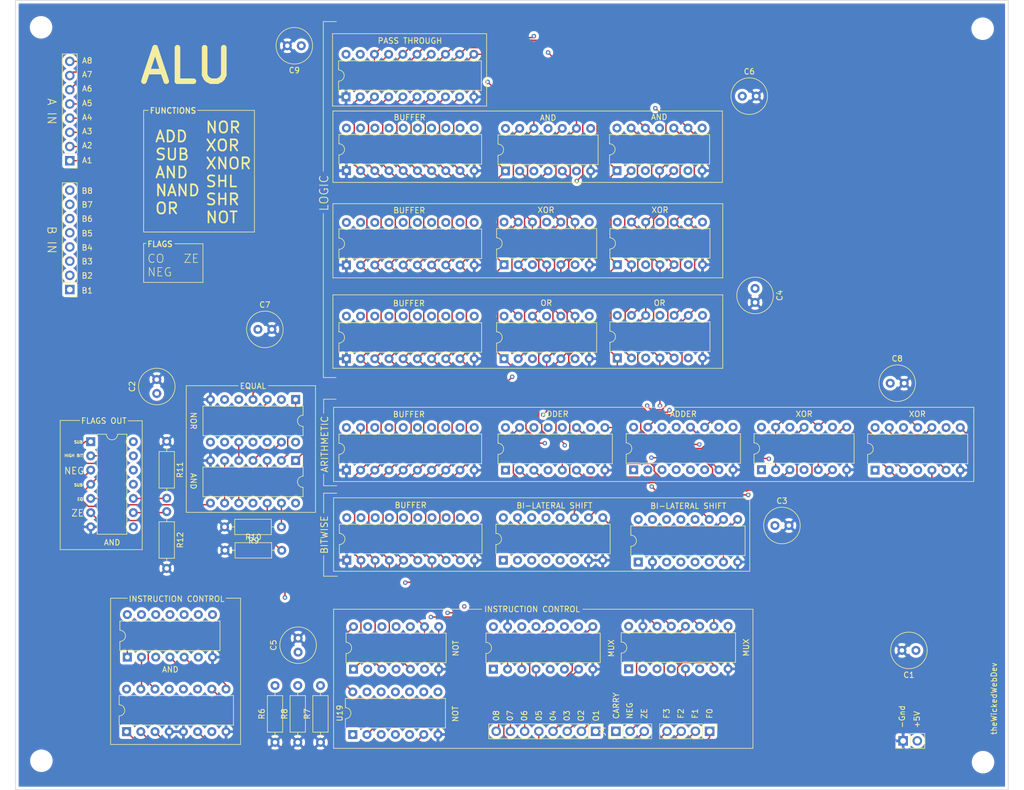
<source format=kicad_pcb>
(kicad_pcb (version 20171130) (host pcbnew "(5.1.9-0-10_14)")
  (layers (0 F.Cu signal) (1 In1.Cu signal) (2 In2.Cu signal hide) (31 B.Cu signal hide) (34 B.Paste user) (35 F.Paste user) (36 B.SilkS user) (37 F.SilkS user) (38 B.Mask user) (39 F.Mask user) (44 Edge.Cuts user))
  (net 0 "")
  (net 1 GND)
  (net 2 VCC)
  (net 3 /EQ)
  (net 4 "Net-(R6-Pad2)")
  (net 5 "Net-(R7-Pad2)")
  (net 6 "Net-(R8-Pad2)")
  (net 7 B8)
  (net 8 "Net-(U1-Pad6)")
  (net 9 A8)
  (net 10 B6)
  (net 11 "Net-(U1-Pad11)")
  (net 12 A6)
  (net 13 B7)
  (net 14 "Net-(U1-Pad3)")
  (net 15 A7)
  (net 16 B5)
  (net 17 "Net-(U1-Pad8)")
  (net 18 A5)
  (net 19 "Net-(U2-Pad6)")
  (net 20 "Net-(U2-Pad11)")
  (net 21 "Net-(U2-Pad3)")
  (net 22 "Net-(U2-Pad8)")
  (net 23 "Net-(U3-Pad6)")
  (net 24 "Net-(U3-Pad11)")
  (net 25 "Net-(U3-Pad3)")
  (net 26 "Net-(U3-Pad8)")
  (net 27 A4)
  (net 28 "Net-(U11-Pad2)")
  (net 29 B3)
  (net 30 A3)
  (net 31 "Net-(U11-Pad4)")
  (net 32 A2)
  (net 33 B2)
  (net 34 A1)
  (net 35 B1)
  (net 36 B4)
  (net 37 /AND_OUT)
  (net 38 /Y1)
  (net 39 /Y2)
  (net 40 /Y3)
  (net 41 /Y4)
  (net 42 /Y5)
  (net 43 "Net-(U5-Pad14)")
  (net 44 /Y6)
  (net 45 "Net-(U5-Pad13)")
  (net 46 /Y7)
  (net 47 "Net-(U5-Pad12)")
  (net 48 /Y8)
  (net 49 "Net-(U5-Pad11)")
  (net 50 /OR_OUT)
  (net 51 "Net-(U6-Pad14)")
  (net 52 "Net-(U6-Pad13)")
  (net 53 "Net-(U6-Pad12)")
  (net 54 "Net-(U6-Pad11)")
  (net 55 /XOR_OUT)
  (net 56 "Net-(U10-Pad3)")
  (net 57 "Net-(U10-Pad6)")
  (net 58 "Net-(U10-Pad8)")
  (net 59 "Net-(U10-Pad11)")
  (net 60 "Net-(U12-Pad6)")
  (net 61 "Net-(U12-Pad12)")
  (net 62 "Net-(U12-Pad4)")
  (net 63 "Net-(U12-Pad10)")
  (net 64 "Net-(U12-Pad2)")
  (net 65 "Net-(U12-Pad8)")
  (net 66 /PASS)
  (net 67 /SUM_OUT)
  (net 68 "Net-(U15-Pad15)")
  (net 69 "Net-(U15-Pad7)")
  (net 70 "Net-(U15-Pad6)")
  (net 71 "Net-(U15-Pad11)")
  (net 72 "Net-(U15-Pad2)")
  (net 73 /ALU_OUT6)
  (net 74 /ALU_OUT8)
  (net 75 /ALU_OUT5)
  (net 76 /ALU_OUT7)
  (net 77 "Net-(U17-Pad15)")
  (net 78 /SUB)
  (net 79 "Net-(U17-Pad6)")
  (net 80 "Net-(U17-Pad11)")
  (net 81 "Net-(U17-Pad2)")
  (net 82 "Net-(U18-Pad15)")
  (net 83 "Net-(U18-Pad7)")
  (net 84 "Net-(U18-Pad14)")
  (net 85 "Net-(U18-Pad13)")
  (net 86 "Net-(U18-Pad12)")
  (net 87 /CLOCK)
  (net 88 /SHL)
  (net 89 /SHR)
  (net 90 "Net-(U19-Pad12)")
  (net 91 "Net-(U19-Pad4)")
  (net 92 "Net-(U19-Pad10)")
  (net 93 "Net-(U19-Pad2)")
  (net 94 "Net-(U19-Pad8)")
  (net 95 /ALU_OUT2)
  (net 96 /ALU_OUT4)
  (net 97 /ALU_OUT1)
  (net 98 /ALU_OUT3)
  (net 99 "Net-(U22-Pad14)")
  (net 100 "Net-(U22-Pad13)")
  (net 101 "Net-(U22-Pad12)")
  (net 102 /SHIFT_EN)
  (net 103 /ZE)
  (net 104 "Net-(R9-Pad2)")
  (net 105 "Net-(R10-Pad2)")
  (net 106 "Net-(R11-Pad2)")
  (net 107 "Net-(R12-Pad2)")
  (net 108 "Net-(U25-Pad11)")
  (net 109 "Net-(U25-Pad8)")
  (net 110 /NEG)
  (net 111 /SUM6)
  (net 112 /SUM2)
  (net 113 /SUM5)
  (net 114 /SUM1)
  (net 115 "Net-(U11-Pad1)")
  (net 116 "Net-(U11-Pad5)")
  (net 117 /SUM8)
  (net 118 /SUM4)
  (net 119 /SUM7)
  (net 120 /SUM3)
  (net 121 "Net-(U11-Pad6)")
  (net 122 "Net-(U11-Pad11)")
  (net 123 "Net-(U11-Pad10)")
  (net 124 /CARRY_OUT)
  (net 125 "Net-(U25-Pad13)")
  (net 126 "Net-(U25-Pad12)")
  (net 127 /F3)
  (net 128 /F2)
  (net 129 /F1)
  (net 130 /F0)
  (net 131 /NOT_OUT)
  (net 132 "Net-(U19-Pad5)")
  (net 133 "Net-(U26-Pad15)")
  (net 134 "Net-(U26-Pad7)")
  (net 135 "Net-(U26-Pad13)")
  (net 136 "Net-(U26-Pad12)")
  (net 137 "Net-(U26-Pad11)")
  (net 138 "Net-(U26-Pad10)")
  (net 139 "Net-(U26-Pad9)")
  (module Capacitor_THT:C_Radial_D6.3mm_H11.0mm_P2.50mm (layer F.Cu) (at 86.9315 26.289 180)
    (fp_text reference C9 (at 1.25 -4.4) (layer F.SilkS))
    (fp_text value CP1)
    (pad 2 thru_hole circle (at 2.5 0 180) (size 1.6 1.6) (drill 0.8) (layers *.Cu *.Mask) (net 1 GND))
    (pad 1 thru_hole circle (at 0 0 180) (size 1.6 1.6) (drill 0.8) (layers *.Cu *.Mask) (net 2 VCC))
  )
  (module Capacitor_THT:C_Radial_D6.3mm_H11.0mm_P2.50mm (layer F.Cu) (at 192.254 86.6775)
    (fp_text reference C8 (at 1.25 -4.4) (layer F.SilkS))
    (fp_text value CP1)
    (pad 2 thru_hole circle (at 2.5 0) (size 1.6 1.6) (drill 0.8) (layers *.Cu *.Mask) (net 1 GND))
    (pad 1 thru_hole circle (at 0 0) (size 1.6 1.6) (drill 0.8) (layers *.Cu *.Mask) (net 2 VCC))
  )
  (module Capacitor_THT:C_Radial_D6.3mm_H11.0mm_P2.50mm (layer F.Cu) (at 171.6405 112.141)
    (fp_text reference C3 (at 1.25 -4.4) (layer F.SilkS))
    (fp_text value CP1)
    (pad 2 thru_hole circle (at 2.5 0) (size 1.6 1.6) (drill 0.8) (layers *.Cu *.Mask) (net 1 GND))
    (pad 1 thru_hole circle (at 0 0) (size 1.6 1.6) (drill 0.8) (layers *.Cu *.Mask) (net 2 VCC))
  )
  (module Connector_PinHeader_2.54mm:PinHeader_1x04_P2.54mm_Vertical (layer F.Cu) (at 159.9565 148.971 270)
    (fp_text reference J6 hide)
    (fp_text value Conn_01x04)
    (pad 4 thru_hole oval (at 0 7.62 270) (size 1.7 1.7) (drill 1) (layers *.Cu *.Mask) (net 127 /F3))
    (pad 3 thru_hole oval (at 0 5.08 270) (size 1.7 1.7) (drill 1) (layers *.Cu *.Mask) (net 128 /F2))
    (pad 2 thru_hole oval (at 0 2.54 270) (size 1.7 1.7) (drill 1) (layers *.Cu *.Mask) (net 129 /F1))
    (pad 1 thru_hole rect (at 0 0 270) (size 1.7 1.7) (drill 1) (layers *.Cu *.Mask) (net 130 /F0))
  )
  (module MountingHole:MountingHole_3mm (layer F.Cu) (at 208.8515 154.4955)
    (fp_text reference REF** hide)
    (fp_text value MountingHole_3mm)
    (pad 1 np_thru_hole circle (at 0 0) (size 3 3) (drill 3) (layers *.Cu *.Mask))
  )
  (module MountingHole:MountingHole_3mm (layer F.Cu) (at 208.788 23.241)
    (fp_text reference REF** hide)
    (fp_text value MountingHole_3mm)
    (pad 1 np_thru_hole circle (at 0 0) (size 3 3) (drill 3) (layers *.Cu *.Mask))
  )
  (module MountingHole:MountingHole_3mm (layer F.Cu) (at 40.4495 154.2415)
    (fp_text reference REF** hide)
    (fp_text value MountingHole_3mm)
    (pad 1 np_thru_hole circle (at 0 0) (size 3 3) (drill 3) (layers *.Cu *.Mask))
  )
  (module MountingHole:MountingHole_3mm (layer F.Cu) (at 40.386 22.987)
    (fp_text reference REF** hide)
    (fp_text value MountingHole_3mm)
    (pad 1 np_thru_hole circle (at 0 0) (size 3 3) (drill 3) (layers *.Cu *.Mask))
  )
  (module Package_DIP:DIP-14_W7.62mm (layer F.Cu) (at 96.139 149.5425 90)
    (fp_text reference U19 (at 3.81 -2.33 90) (layer F.SilkS))
    (fp_text value 74LS04)
    (pad 14 thru_hole oval (at 7.62 0 90) (size 1.6 1.6) (drill 0.8) (layers *.Cu *.Mask) (net 2 VCC))
    (pad 7 thru_hole oval (at 0 15.24 90) (size 1.6 1.6) (drill 0.8) (layers *.Cu *.Mask) (net 1 GND))
    (pad 13 thru_hole oval (at 7.62 2.54 90) (size 1.6 1.6) (drill 0.8) (layers *.Cu *.Mask) (net 6 "Net-(R8-Pad2)"))
    (pad 6 thru_hole oval (at 0 12.7 90) (size 1.6 1.6) (drill 0.8) (layers *.Cu *.Mask) (net 78 /SUB))
    (pad 12 thru_hole oval (at 7.62 5.08 90) (size 1.6 1.6) (drill 0.8) (layers *.Cu *.Mask) (net 90 "Net-(U19-Pad12)"))
    (pad 5 thru_hole oval (at 0 10.16 90) (size 1.6 1.6) (drill 0.8) (layers *.Cu *.Mask) (net 132 "Net-(U19-Pad5)"))
    (pad 11 thru_hole oval (at 7.62 7.62 90) (size 1.6 1.6) (drill 0.8) (layers *.Cu *.Mask) (net 5 "Net-(R7-Pad2)"))
    (pad 4 thru_hole oval (at 0 7.62 90) (size 1.6 1.6) (drill 0.8) (layers *.Cu *.Mask) (net 91 "Net-(U19-Pad4)"))
    (pad 10 thru_hole oval (at 7.62 10.16 90) (size 1.6 1.6) (drill 0.8) (layers *.Cu *.Mask) (net 92 "Net-(U19-Pad10)"))
    (pad 3 thru_hole oval (at 0 5.08 90) (size 1.6 1.6) (drill 0.8) (layers *.Cu *.Mask) (net 38 /Y1))
    (pad 9 thru_hole oval (at 7.62 12.7 90) (size 1.6 1.6) (drill 0.8) (layers *.Cu *.Mask) (net 4 "Net-(R6-Pad2)"))
    (pad 2 thru_hole oval (at 0 2.54 90) (size 1.6 1.6) (drill 0.8) (layers *.Cu *.Mask) (net 93 "Net-(U19-Pad2)"))
    (pad 8 thru_hole oval (at 7.62 15.24 90) (size 1.6 1.6) (drill 0.8) (layers *.Cu *.Mask) (net 94 "Net-(U19-Pad8)"))
    (pad 1 thru_hole rect (at 0 0 90) (size 1.6 1.6) (drill 0.8) (layers *.Cu *.Mask) (net 39 /Y2))
  )
  (module Package_DIP:DIP-14_W7.62mm (layer F.Cu) (at 55.8165 135.6995 90)
    (fp_text reference U27 hide)
    (fp_text value 74LS08)
    (pad 14 thru_hole oval (at 7.62 0 90) (size 1.6 1.6) (drill 0.8) (layers *.Cu *.Mask) (net 2 VCC))
    (pad 7 thru_hole oval (at 0 15.24 90) (size 1.6 1.6) (drill 0.8) (layers *.Cu *.Mask) (net 1 GND))
    (pad 13 thru_hole oval (at 7.62 2.54 90) (size 1.6 1.6) (drill 0.8) (layers *.Cu *.Mask))
    (pad 6 thru_hole oval (at 0 12.7 90) (size 1.6 1.6) (drill 0.8) (layers *.Cu *.Mask) (net 102 /SHIFT_EN))
    (pad 12 thru_hole oval (at 7.62 5.08 90) (size 1.6 1.6) (drill 0.8) (layers *.Cu *.Mask))
    (pad 5 thru_hole oval (at 0 10.16 90) (size 1.6 1.6) (drill 0.8) (layers *.Cu *.Mask) (net 138 "Net-(U26-Pad10)"))
    (pad 11 thru_hole oval (at 7.62 7.62 90) (size 1.6 1.6) (drill 0.8) (layers *.Cu *.Mask))
    (pad 4 thru_hole oval (at 0 7.62 90) (size 1.6 1.6) (drill 0.8) (layers *.Cu *.Mask) (net 139 "Net-(U26-Pad9)"))
    (pad 10 thru_hole oval (at 7.62 10.16 90) (size 1.6 1.6) (drill 0.8) (layers *.Cu *.Mask))
    (pad 3 thru_hole oval (at 0 5.08 90) (size 1.6 1.6) (drill 0.8) (layers *.Cu *.Mask) (net 67 /SUM_OUT))
    (pad 9 thru_hole oval (at 7.62 12.7 90) (size 1.6 1.6) (drill 0.8) (layers *.Cu *.Mask))
    (pad 2 thru_hole oval (at 0 2.54 90) (size 1.6 1.6) (drill 0.8) (layers *.Cu *.Mask) (net 133 "Net-(U26-Pad15)"))
    (pad 8 thru_hole oval (at 7.62 15.24 90) (size 1.6 1.6) (drill 0.8) (layers *.Cu *.Mask))
    (pad 1 thru_hole rect (at 0 0 90) (size 1.6 1.6) (drill 0.8) (layers *.Cu *.Mask) (net 132 "Net-(U19-Pad5)"))
  )
  (module Package_DIP:DIP-16_W7.62mm (layer F.Cu) (at 55.6895 149.0345 90)
    (fp_text reference U26 hide)
    (fp_text value 74LS138)
    (pad 16 thru_hole oval (at 7.62 0 90) (size 1.6 1.6) (drill 0.8) (layers *.Cu *.Mask) (net 2 VCC))
    (pad 8 thru_hole oval (at 0 17.78 90) (size 1.6 1.6) (drill 0.8) (layers *.Cu *.Mask) (net 1 GND))
    (pad 15 thru_hole oval (at 7.62 2.54 90) (size 1.6 1.6) (drill 0.8) (layers *.Cu *.Mask) (net 133 "Net-(U26-Pad15)"))
    (pad 7 thru_hole oval (at 0 15.24 90) (size 1.6 1.6) (drill 0.8) (layers *.Cu *.Mask) (net 134 "Net-(U26-Pad7)"))
    (pad 14 thru_hole oval (at 7.62 5.08 90) (size 1.6 1.6) (drill 0.8) (layers *.Cu *.Mask) (net 132 "Net-(U19-Pad5)"))
    (pad 6 thru_hole oval (at 0 12.7 90) (size 1.6 1.6) (drill 0.8) (layers *.Cu *.Mask) (net 127 /F3))
    (pad 13 thru_hole oval (at 7.62 7.62 90) (size 1.6 1.6) (drill 0.8) (layers *.Cu *.Mask) (net 135 "Net-(U26-Pad13)"))
    (pad 5 thru_hole oval (at 0 10.16 90) (size 1.6 1.6) (drill 0.8) (layers *.Cu *.Mask) (net 1 GND))
    (pad 12 thru_hole oval (at 7.62 10.16 90) (size 1.6 1.6) (drill 0.8) (layers *.Cu *.Mask) (net 136 "Net-(U26-Pad12)"))
    (pad 4 thru_hole oval (at 0 7.62 90) (size 1.6 1.6) (drill 0.8) (layers *.Cu *.Mask) (net 1 GND))
    (pad 11 thru_hole oval (at 7.62 12.7 90) (size 1.6 1.6) (drill 0.8) (layers *.Cu *.Mask) (net 137 "Net-(U26-Pad11)"))
    (pad 3 thru_hole oval (at 0 5.08 90) (size 1.6 1.6) (drill 0.8) (layers *.Cu *.Mask) (net 128 /F2))
    (pad 10 thru_hole oval (at 7.62 15.24 90) (size 1.6 1.6) (drill 0.8) (layers *.Cu *.Mask) (net 138 "Net-(U26-Pad10)"))
    (pad 2 thru_hole oval (at 0 2.54 90) (size 1.6 1.6) (drill 0.8) (layers *.Cu *.Mask) (net 129 /F1))
    (pad 9 thru_hole oval (at 7.62 17.78 90) (size 1.6 1.6) (drill 0.8) (layers *.Cu *.Mask) (net 139 "Net-(U26-Pad9)"))
    (pad 1 thru_hole rect (at 0 0 90) (size 1.6 1.6) (drill 0.8) (layers *.Cu *.Mask) (net 130 /F0))
  )
  (module Package_DIP:DIP-14_W7.62mm (layer F.Cu) (at 85.9155 89.5985 270)
    (fp_text reference U4 hide)
    (fp_text value 74LS02)
    (pad 14 thru_hole oval (at 7.62 0 270) (size 1.6 1.6) (drill 0.8) (layers *.Cu *.Mask) (net 2 VCC))
    (pad 7 thru_hole oval (at 0 15.24 270) (size 1.6 1.6) (drill 0.8) (layers *.Cu *.Mask) (net 1 GND))
    (pad 13 thru_hole oval (at 7.62 2.54 270) (size 1.6 1.6) (drill 0.8) (layers *.Cu *.Mask) (net 31 "Net-(U11-Pad4)"))
    (pad 6 thru_hole oval (at 0 12.7 270) (size 1.6 1.6) (drill 0.8) (layers *.Cu *.Mask) (net 111 /SUM6))
    (pad 12 thru_hole oval (at 7.62 5.08 270) (size 1.6 1.6) (drill 0.8) (layers *.Cu *.Mask) (net 112 /SUM2))
    (pad 5 thru_hole oval (at 0 10.16 270) (size 1.6 1.6) (drill 0.8) (layers *.Cu *.Mask) (net 113 /SUM5))
    (pad 11 thru_hole oval (at 7.62 7.62 270) (size 1.6 1.6) (drill 0.8) (layers *.Cu *.Mask) (net 114 /SUM1))
    (pad 4 thru_hole oval (at 0 7.62 270) (size 1.6 1.6) (drill 0.8) (layers *.Cu *.Mask) (net 115 "Net-(U11-Pad1)"))
    (pad 10 thru_hole oval (at 7.62 10.16 270) (size 1.6 1.6) (drill 0.8) (layers *.Cu *.Mask) (net 116 "Net-(U11-Pad5)"))
    (pad 3 thru_hole oval (at 0 5.08 270) (size 1.6 1.6) (drill 0.8) (layers *.Cu *.Mask) (net 117 /SUM8))
    (pad 9 thru_hole oval (at 7.62 12.7 270) (size 1.6 1.6) (drill 0.8) (layers *.Cu *.Mask) (net 118 /SUM4))
    (pad 2 thru_hole oval (at 0 2.54 270) (size 1.6 1.6) (drill 0.8) (layers *.Cu *.Mask) (net 119 /SUM7))
    (pad 8 thru_hole oval (at 7.62 15.24 270) (size 1.6 1.6) (drill 0.8) (layers *.Cu *.Mask) (net 120 /SUM3))
    (pad 1 thru_hole rect (at 0 0 270) (size 1.6 1.6) (drill 0.8) (layers *.Cu *.Mask) (net 28 "Net-(U11-Pad2)"))
  )
  (module Package_DIP:DIP-14_W7.62mm (layer F.Cu) (at 85.9155 100.512 270)
    (fp_text reference U11 hide)
    (fp_text value 74LS08)
    (pad 14 thru_hole oval (at 7.62 0 270) (size 1.6 1.6) (drill 0.8) (layers *.Cu *.Mask) (net 2 VCC))
    (pad 7 thru_hole oval (at 0 15.24 270) (size 1.6 1.6) (drill 0.8) (layers *.Cu *.Mask) (net 1 GND))
    (pad 13 thru_hole oval (at 7.62 2.54 270) (size 1.6 1.6) (drill 0.8) (layers *.Cu *.Mask) (net 104 "Net-(R9-Pad2)"))
    (pad 6 thru_hole oval (at 0 12.7 270) (size 1.6 1.6) (drill 0.8) (layers *.Cu *.Mask) (net 121 "Net-(U11-Pad6)"))
    (pad 12 thru_hole oval (at 7.62 5.08 270) (size 1.6 1.6) (drill 0.8) (layers *.Cu *.Mask) (net 105 "Net-(R10-Pad2)"))
    (pad 5 thru_hole oval (at 0 10.16 270) (size 1.6 1.6) (drill 0.8) (layers *.Cu *.Mask) (net 116 "Net-(U11-Pad5)"))
    (pad 11 thru_hole oval (at 7.62 7.62 270) (size 1.6 1.6) (drill 0.8) (layers *.Cu *.Mask) (net 122 "Net-(U11-Pad11)"))
    (pad 4 thru_hole oval (at 0 7.62 270) (size 1.6 1.6) (drill 0.8) (layers *.Cu *.Mask) (net 31 "Net-(U11-Pad4)"))
    (pad 10 thru_hole oval (at 7.62 10.16 270) (size 1.6 1.6) (drill 0.8) (layers *.Cu *.Mask) (net 123 "Net-(U11-Pad10)"))
    (pad 3 thru_hole oval (at 0 5.08 270) (size 1.6 1.6) (drill 0.8) (layers *.Cu *.Mask) (net 123 "Net-(U11-Pad10)"))
    (pad 9 thru_hole oval (at 7.62 12.7 270) (size 1.6 1.6) (drill 0.8) (layers *.Cu *.Mask) (net 121 "Net-(U11-Pad6)"))
    (pad 2 thru_hole oval (at 0 2.54 270) (size 1.6 1.6) (drill 0.8) (layers *.Cu *.Mask) (net 28 "Net-(U11-Pad2)"))
    (pad 8 thru_hole oval (at 7.62 15.24 270) (size 1.6 1.6) (drill 0.8) (layers *.Cu *.Mask) (net 3 /EQ))
    (pad 1 thru_hole rect (at 0 0 270) (size 1.6 1.6) (drill 0.8) (layers *.Cu *.Mask) (net 115 "Net-(U11-Pad1)"))
  )
  (module Package_DIP:DIP-14_W7.62mm (layer F.Cu) (at 49.271 97.1415)
    (fp_text reference U25 hide)
    (fp_text value 74LS08)
    (pad 14 thru_hole oval (at 7.62 0) (size 1.6 1.6) (drill 0.8) (layers *.Cu *.Mask) (net 2 VCC))
    (pad 7 thru_hole oval (at 0 15.24) (size 1.6 1.6) (drill 0.8) (layers *.Cu *.Mask) (net 1 GND))
    (pad 13 thru_hole oval (at 7.62 2.54) (size 1.6 1.6) (drill 0.8) (layers *.Cu *.Mask) (net 125 "Net-(U25-Pad13)"))
    (pad 6 thru_hole oval (at 0 12.7) (size 1.6 1.6) (drill 0.8) (layers *.Cu *.Mask) (net 103 /ZE))
    (pad 12 thru_hole oval (at 7.62 5.08) (size 1.6 1.6) (drill 0.8) (layers *.Cu *.Mask) (net 126 "Net-(U25-Pad12)"))
    (pad 5 thru_hole oval (at 0 10.16) (size 1.6 1.6) (drill 0.8) (layers *.Cu *.Mask) (net 3 /EQ))
    (pad 11 thru_hole oval (at 7.62 7.62) (size 1.6 1.6) (drill 0.8) (layers *.Cu *.Mask) (net 108 "Net-(U25-Pad11)"))
    (pad 4 thru_hole oval (at 0 7.62) (size 1.6 1.6) (drill 0.8) (layers *.Cu *.Mask) (net 78 /SUB))
    (pad 10 thru_hole oval (at 7.62 10.16) (size 1.6 1.6) (drill 0.8) (layers *.Cu *.Mask) (net 106 "Net-(R11-Pad2)"))
    (pad 3 thru_hole oval (at 0 5.08) (size 1.6 1.6) (drill 0.8) (layers *.Cu *.Mask) (net 110 /NEG))
    (pad 9 thru_hole oval (at 7.62 12.7) (size 1.6 1.6) (drill 0.8) (layers *.Cu *.Mask) (net 107 "Net-(R12-Pad2)"))
    (pad 2 thru_hole oval (at 0 2.54) (size 1.6 1.6) (drill 0.8) (layers *.Cu *.Mask) (net 117 /SUM8))
    (pad 8 thru_hole oval (at 7.62 15.24) (size 1.6 1.6) (drill 0.8) (layers *.Cu *.Mask) (net 109 "Net-(U25-Pad8)"))
    (pad 1 thru_hole rect (at 0 0) (size 1.6 1.6) (drill 0.8) (layers *.Cu *.Mask) (net 78 /SUB))
  )
  (module Resistor_THT:R_Axial_DIN0207_L6.3mm_D2.5mm_P10.16mm_Horizontal (layer F.Cu) (at 62.865 119.8245 90)
    (fp_text reference R12 (at 5.08 2.413 90) (layer F.SilkS))
    (fp_text value R_US)
    (pad 2 thru_hole oval (at 10.16 0 90) (size 1.6 1.6) (drill 0.8) (layers *.Cu *.Mask) (net 107 "Net-(R12-Pad2)"))
    (pad 1 thru_hole circle (at 0 0 90) (size 1.6 1.6) (drill 0.8) (layers *.Cu *.Mask) (net 1 GND))
  )
  (module Resistor_THT:R_Axial_DIN0207_L6.3mm_D2.5mm_P10.16mm_Horizontal (layer F.Cu) (at 62.865 97.0915 270)
    (fp_text reference R11 (at 5.08 -2.37 90) (layer F.SilkS))
    (fp_text value R_US)
    (pad 2 thru_hole oval (at 10.16 0 270) (size 1.6 1.6) (drill 0.8) (layers *.Cu *.Mask) (net 106 "Net-(R11-Pad2)"))
    (pad 1 thru_hole circle (at 0 0 270) (size 1.6 1.6) (drill 0.8) (layers *.Cu *.Mask) (net 1 GND))
  )
  (module Resistor_THT:R_Axial_DIN0207_L6.3mm_D2.5mm_P10.16mm_Horizontal (layer F.Cu) (at 73.279 116.586)
    (fp_text reference R10 (at 5.08 -2.37) (layer F.SilkS))
    (fp_text value R_US)
    (pad 2 thru_hole oval (at 10.16 0) (size 1.6 1.6) (drill 0.8) (layers *.Cu *.Mask) (net 105 "Net-(R10-Pad2)"))
    (pad 1 thru_hole circle (at 0 0) (size 1.6 1.6) (drill 0.8) (layers *.Cu *.Mask) (net 1 GND))
  )
  (module Resistor_THT:R_Axial_DIN0207_L6.3mm_D2.5mm_P10.16mm_Horizontal (layer F.Cu) (at 73.2155 112.395)
    (fp_text reference R9 (at 5.207 2.4765) (layer F.SilkS))
    (fp_text value R_US)
    (pad 2 thru_hole oval (at 10.16 0) (size 1.6 1.6) (drill 0.8) (layers *.Cu *.Mask) (net 104 "Net-(R9-Pad2)"))
    (pad 1 thru_hole circle (at 0 0) (size 1.6 1.6) (drill 0.8) (layers *.Cu *.Mask) (net 1 GND))
  )
  (module Connector_PinHeader_2.54mm:PinHeader_1x03_P2.54mm_Vertical (layer F.Cu) (at 143.1925 148.971 90)
    (fp_text reference J4 (at 0 -2.33 90) (layer F.SilkS))
    (fp_text value Conn_01x03)
    (pad 3 thru_hole oval (at 0 5.08 90) (size 1.7 1.7) (drill 1) (layers *.Cu *.Mask) (net 103 /ZE))
    (pad 2 thru_hole oval (at 0 2.54 90) (size 1.7 1.7) (drill 1) (layers *.Cu *.Mask) (net 110 /NEG))
    (pad 1 thru_hole rect (at 0 0 90) (size 1.7 1.7) (drill 1) (layers *.Cu *.Mask) (net 124 /CARRY_OUT))
  )
  (module Connector_PinHeader_2.54mm:PinHeader_1x02_P2.54mm_Vertical (layer F.Cu) (at 194.564 150.6855 90)
    (fp_text reference J5 hide)
    (fp_text value Conn_01x02)
    (pad 2 thru_hole oval (at 0 2.54 90) (size 1.7 1.7) (drill 1) (layers *.Cu *.Mask) (net 2 VCC))
    (pad 1 thru_hole rect (at 0 0 90) (size 1.7 1.7) (drill 1) (layers *.Cu *.Mask) (net 1 GND))
  )
  (module Connector_PinHeader_2.54mm:PinHeader_1x08_P2.54mm_Vertical (layer F.Cu) (at 139.573 148.971 270)
    (fp_text reference J3 hide)
    (fp_text value Conn_01x08)
    (pad 8 thru_hole oval (at 0 17.78 270) (size 1.7 1.7) (drill 1) (layers *.Cu *.Mask) (net 74 /ALU_OUT8))
    (pad 7 thru_hole oval (at 0 15.24 270) (size 1.7 1.7) (drill 1) (layers *.Cu *.Mask) (net 76 /ALU_OUT7))
    (pad 6 thru_hole oval (at 0 12.7 270) (size 1.7 1.7) (drill 1) (layers *.Cu *.Mask) (net 73 /ALU_OUT6))
    (pad 5 thru_hole oval (at 0 10.16 270) (size 1.7 1.7) (drill 1) (layers *.Cu *.Mask) (net 75 /ALU_OUT5))
    (pad 4 thru_hole oval (at 0 7.62 270) (size 1.7 1.7) (drill 1) (layers *.Cu *.Mask) (net 96 /ALU_OUT4))
    (pad 3 thru_hole oval (at 0 5.08 270) (size 1.7 1.7) (drill 1) (layers *.Cu *.Mask) (net 98 /ALU_OUT3))
    (pad 2 thru_hole oval (at 0 2.54 270) (size 1.7 1.7) (drill 1) (layers *.Cu *.Mask) (net 95 /ALU_OUT2))
    (pad 1 thru_hole rect (at 0 0 270) (size 1.7 1.7) (drill 1) (layers *.Cu *.Mask) (net 97 /ALU_OUT1))
  )
  (module Connector_PinHeader_2.54mm:PinHeader_1x08_P2.54mm_Vertical (layer F.Cu) (at 45.5295 69.9135 180)
    (fp_text reference J2 hide)
    (fp_text value Conn_01x08)
    (pad 8 thru_hole oval (at 0 17.78 180) (size 1.7 1.7) (drill 1) (layers *.Cu *.Mask) (net 7 B8))
    (pad 7 thru_hole oval (at 0 15.24 180) (size 1.7 1.7) (drill 1) (layers *.Cu *.Mask) (net 13 B7))
    (pad 6 thru_hole oval (at 0 12.7 180) (size 1.7 1.7) (drill 1) (layers *.Cu *.Mask) (net 10 B6))
    (pad 5 thru_hole oval (at 0 10.16 180) (size 1.7 1.7) (drill 1) (layers *.Cu *.Mask) (net 16 B5))
    (pad 4 thru_hole oval (at 0 7.62 180) (size 1.7 1.7) (drill 1) (layers *.Cu *.Mask) (net 36 B4))
    (pad 3 thru_hole oval (at 0 5.08 180) (size 1.7 1.7) (drill 1) (layers *.Cu *.Mask) (net 29 B3))
    (pad 2 thru_hole oval (at 0 2.54 180) (size 1.7 1.7) (drill 1) (layers *.Cu *.Mask) (net 33 B2))
    (pad 1 thru_hole rect (at 0 0 180) (size 1.7 1.7) (drill 1) (layers *.Cu *.Mask) (net 35 B1))
  )
  (module Connector_PinHeader_2.54mm:PinHeader_1x08_P2.54mm_Vertical (layer F.Cu) (at 45.5295 46.863 180)
    (fp_text reference J1 hide)
    (fp_text value Conn_01x08)
    (pad 8 thru_hole oval (at 0 17.78 180) (size 1.7 1.7) (drill 1) (layers *.Cu *.Mask) (net 9 A8))
    (pad 7 thru_hole oval (at 0 15.24 180) (size 1.7 1.7) (drill 1) (layers *.Cu *.Mask) (net 15 A7))
    (pad 6 thru_hole oval (at 0 12.7 180) (size 1.7 1.7) (drill 1) (layers *.Cu *.Mask) (net 12 A6))
    (pad 5 thru_hole oval (at 0 10.16 180) (size 1.7 1.7) (drill 1) (layers *.Cu *.Mask) (net 18 A5))
    (pad 4 thru_hole oval (at 0 7.62 180) (size 1.7 1.7) (drill 1) (layers *.Cu *.Mask) (net 27 A4))
    (pad 3 thru_hole oval (at 0 5.08 180) (size 1.7 1.7) (drill 1) (layers *.Cu *.Mask) (net 30 A3))
    (pad 2 thru_hole oval (at 0 2.54 180) (size 1.7 1.7) (drill 1) (layers *.Cu *.Mask) (net 32 A2))
    (pad 1 thru_hole rect (at 0 0 180) (size 1.7 1.7) (drill 1) (layers *.Cu *.Mask) (net 34 A1))
  )
  (module Package_DIP:DIP-20_W7.62mm (layer F.Cu) (at 95.0595 118.364 90)
    (fp_text reference U24 hide)
    (fp_text value 74LS245)
    (pad 20 thru_hole oval (at 7.62 0 90) (size 1.6 1.6) (drill 0.8) (layers *.Cu *.Mask) (net 2 VCC))
    (pad 10 thru_hole oval (at 0 22.86 90) (size 1.6 1.6) (drill 0.8) (layers *.Cu *.Mask) (net 1 GND))
    (pad 19 thru_hole oval (at 7.62 2.54 90) (size 1.6 1.6) (drill 0.8) (layers *.Cu *.Mask) (net 102 /SHIFT_EN))
    (pad 9 thru_hole oval (at 0 20.32 90) (size 1.6 1.6) (drill 0.8) (layers *.Cu *.Mask) (net 38 /Y1))
    (pad 18 thru_hole oval (at 7.62 5.08 90) (size 1.6 1.6) (drill 0.8) (layers *.Cu *.Mask) (net 82 "Net-(U18-Pad15)"))
    (pad 8 thru_hole oval (at 0 17.78 90) (size 1.6 1.6) (drill 0.8) (layers *.Cu *.Mask) (net 39 /Y2))
    (pad 17 thru_hole oval (at 7.62 7.62 90) (size 1.6 1.6) (drill 0.8) (layers *.Cu *.Mask) (net 84 "Net-(U18-Pad14)"))
    (pad 7 thru_hole oval (at 0 15.24 90) (size 1.6 1.6) (drill 0.8) (layers *.Cu *.Mask) (net 40 /Y3))
    (pad 16 thru_hole oval (at 7.62 10.16 90) (size 1.6 1.6) (drill 0.8) (layers *.Cu *.Mask) (net 85 "Net-(U18-Pad13)"))
    (pad 6 thru_hole oval (at 0 12.7 90) (size 1.6 1.6) (drill 0.8) (layers *.Cu *.Mask) (net 41 /Y4))
    (pad 15 thru_hole oval (at 7.62 12.7 90) (size 1.6 1.6) (drill 0.8) (layers *.Cu *.Mask) (net 86 "Net-(U18-Pad12)"))
    (pad 5 thru_hole oval (at 0 10.16 90) (size 1.6 1.6) (drill 0.8) (layers *.Cu *.Mask) (net 42 /Y5))
    (pad 14 thru_hole oval (at 7.62 15.24 90) (size 1.6 1.6) (drill 0.8) (layers *.Cu *.Mask) (net 83 "Net-(U18-Pad7)"))
    (pad 4 thru_hole oval (at 0 7.62 90) (size 1.6 1.6) (drill 0.8) (layers *.Cu *.Mask) (net 44 /Y6))
    (pad 13 thru_hole oval (at 7.62 17.78 90) (size 1.6 1.6) (drill 0.8) (layers *.Cu *.Mask) (net 99 "Net-(U22-Pad14)"))
    (pad 3 thru_hole oval (at 0 5.08 90) (size 1.6 1.6) (drill 0.8) (layers *.Cu *.Mask) (net 46 /Y7))
    (pad 12 thru_hole oval (at 7.62 20.32 90) (size 1.6 1.6) (drill 0.8) (layers *.Cu *.Mask) (net 100 "Net-(U22-Pad13)"))
    (pad 2 thru_hole oval (at 0 2.54 90) (size 1.6 1.6) (drill 0.8) (layers *.Cu *.Mask) (net 48 /Y8))
    (pad 11 thru_hole oval (at 7.62 22.86 90) (size 1.6 1.6) (drill 0.8) (layers *.Cu *.Mask) (net 101 "Net-(U22-Pad12)"))
    (pad 1 thru_hole rect (at 0 0 90) (size 1.6 1.6) (drill 0.8) (layers *.Cu *.Mask) (net 1 GND))
  )
  (module Package_DIP:DIP-14_W7.62mm (layer F.Cu) (at 169.2275 102.1715 90)
    (fp_text reference U23 hide)
    (fp_text value 74LS86)
    (pad 14 thru_hole oval (at 7.62 0 90) (size 1.6 1.6) (drill 0.8) (layers *.Cu *.Mask) (net 2 VCC))
    (pad 7 thru_hole oval (at 0 15.24 90) (size 1.6 1.6) (drill 0.8) (layers *.Cu *.Mask) (net 1 GND))
    (pad 13 thru_hole oval (at 7.62 2.54 90) (size 1.6 1.6) (drill 0.8) (layers *.Cu *.Mask) (net 78 /SUB))
    (pad 6 thru_hole oval (at 0 12.7 90) (size 1.6 1.6) (drill 0.8) (layers *.Cu *.Mask) (net 77 "Net-(U17-Pad15)"))
    (pad 12 thru_hole oval (at 7.62 5.08 90) (size 1.6 1.6) (drill 0.8) (layers *.Cu *.Mask) (net 35 B1))
    (pad 5 thru_hole oval (at 0 10.16 90) (size 1.6 1.6) (drill 0.8) (layers *.Cu *.Mask) (net 78 /SUB))
    (pad 11 thru_hole oval (at 7.62 7.62 90) (size 1.6 1.6) (drill 0.8) (layers *.Cu *.Mask) (net 79 "Net-(U17-Pad6)"))
    (pad 4 thru_hole oval (at 0 7.62 90) (size 1.6 1.6) (drill 0.8) (layers *.Cu *.Mask) (net 29 B3))
    (pad 10 thru_hole oval (at 7.62 10.16 90) (size 1.6 1.6) (drill 0.8) (layers *.Cu *.Mask) (net 78 /SUB))
    (pad 3 thru_hole oval (at 0 5.08 90) (size 1.6 1.6) (drill 0.8) (layers *.Cu *.Mask) (net 80 "Net-(U17-Pad11)"))
    (pad 9 thru_hole oval (at 7.62 12.7 90) (size 1.6 1.6) (drill 0.8) (layers *.Cu *.Mask) (net 33 B2))
    (pad 2 thru_hole oval (at 0 2.54 90) (size 1.6 1.6) (drill 0.8) (layers *.Cu *.Mask) (net 78 /SUB))
    (pad 8 thru_hole oval (at 7.62 15.24 90) (size 1.6 1.6) (drill 0.8) (layers *.Cu *.Mask) (net 81 "Net-(U17-Pad2)"))
    (pad 1 thru_hole rect (at 0 0 90) (size 1.6 1.6) (drill 0.8) (layers *.Cu *.Mask) (net 36 B4))
  )
  (module Package_DIP:DIP-16_W7.62mm (layer F.Cu) (at 123.063 118.364 90)
    (fp_text reference U22 hide)
    (fp_text value 74LS194)
    (pad 16 thru_hole oval (at 7.62 0 90) (size 1.6 1.6) (drill 0.8) (layers *.Cu *.Mask) (net 2 VCC))
    (pad 8 thru_hole oval (at 0 17.78 90) (size 1.6 1.6) (drill 0.8) (layers *.Cu *.Mask) (net 1 GND))
    (pad 15 thru_hole oval (at 7.62 2.54 90) (size 1.6 1.6) (drill 0.8) (layers *.Cu *.Mask) (net 83 "Net-(U18-Pad7)"))
    (pad 7 thru_hole oval (at 0 15.24 90) (size 1.6 1.6) (drill 0.8) (layers *.Cu *.Mask) (net 1 GND))
    (pad 14 thru_hole oval (at 7.62 5.08 90) (size 1.6 1.6) (drill 0.8) (layers *.Cu *.Mask) (net 99 "Net-(U22-Pad14)"))
    (pad 6 thru_hole oval (at 0 12.7 90) (size 1.6 1.6) (drill 0.8) (layers *.Cu *.Mask) (net 34 A1))
    (pad 13 thru_hole oval (at 7.62 7.62 90) (size 1.6 1.6) (drill 0.8) (layers *.Cu *.Mask) (net 100 "Net-(U22-Pad13)"))
    (pad 5 thru_hole oval (at 0 10.16 90) (size 1.6 1.6) (drill 0.8) (layers *.Cu *.Mask) (net 32 A2))
    (pad 12 thru_hole oval (at 7.62 10.16 90) (size 1.6 1.6) (drill 0.8) (layers *.Cu *.Mask) (net 101 "Net-(U22-Pad12)"))
    (pad 4 thru_hole oval (at 0 7.62 90) (size 1.6 1.6) (drill 0.8) (layers *.Cu *.Mask) (net 30 A3))
    (pad 11 thru_hole oval (at 7.62 12.7 90) (size 1.6 1.6) (drill 0.8) (layers *.Cu *.Mask) (net 87 /CLOCK))
    (pad 3 thru_hole oval (at 0 5.08 90) (size 1.6 1.6) (drill 0.8) (layers *.Cu *.Mask) (net 27 A4))
    (pad 10 thru_hole oval (at 7.62 15.24 90) (size 1.6 1.6) (drill 0.8) (layers *.Cu *.Mask) (net 88 /SHL))
    (pad 2 thru_hole oval (at 0 2.54 90) (size 1.6 1.6) (drill 0.8) (layers *.Cu *.Mask) (net 86 "Net-(U18-Pad12)"))
    (pad 9 thru_hole oval (at 7.62 17.78 90) (size 1.6 1.6) (drill 0.8) (layers *.Cu *.Mask) (net 89 /SHR))
    (pad 1 thru_hole rect (at 0 0 90) (size 1.6 1.6) (drill 0.8) (layers *.Cu *.Mask) (net 2 VCC))
  )
  (module Package_DIP:DIP-14_W7.62mm (layer F.Cu) (at 189.5475 102.235 90)
    (fp_text reference U21 hide)
    (fp_text value 74LS86)
    (pad 14 thru_hole oval (at 7.62 0 90) (size 1.6 1.6) (drill 0.8) (layers *.Cu *.Mask) (net 2 VCC))
    (pad 7 thru_hole oval (at 0 15.24 90) (size 1.6 1.6) (drill 0.8) (layers *.Cu *.Mask) (net 1 GND))
    (pad 13 thru_hole oval (at 7.62 2.54 90) (size 1.6 1.6) (drill 0.8) (layers *.Cu *.Mask) (net 78 /SUB))
    (pad 6 thru_hole oval (at 0 12.7 90) (size 1.6 1.6) (drill 0.8) (layers *.Cu *.Mask) (net 68 "Net-(U15-Pad15)"))
    (pad 12 thru_hole oval (at 7.62 5.08 90) (size 1.6 1.6) (drill 0.8) (layers *.Cu *.Mask) (net 16 B5))
    (pad 5 thru_hole oval (at 0 10.16 90) (size 1.6 1.6) (drill 0.8) (layers *.Cu *.Mask) (net 78 /SUB))
    (pad 11 thru_hole oval (at 7.62 7.62 90) (size 1.6 1.6) (drill 0.8) (layers *.Cu *.Mask) (net 70 "Net-(U15-Pad6)"))
    (pad 4 thru_hole oval (at 0 7.62 90) (size 1.6 1.6) (drill 0.8) (layers *.Cu *.Mask) (net 13 B7))
    (pad 10 thru_hole oval (at 7.62 10.16 90) (size 1.6 1.6) (drill 0.8) (layers *.Cu *.Mask) (net 78 /SUB))
    (pad 3 thru_hole oval (at 0 5.08 90) (size 1.6 1.6) (drill 0.8) (layers *.Cu *.Mask) (net 71 "Net-(U15-Pad11)"))
    (pad 9 thru_hole oval (at 7.62 12.7 90) (size 1.6 1.6) (drill 0.8) (layers *.Cu *.Mask) (net 10 B6))
    (pad 2 thru_hole oval (at 0 2.54 90) (size 1.6 1.6) (drill 0.8) (layers *.Cu *.Mask) (net 78 /SUB))
    (pad 8 thru_hole oval (at 7.62 15.24 90) (size 1.6 1.6) (drill 0.8) (layers *.Cu *.Mask) (net 72 "Net-(U15-Pad2)"))
    (pad 1 thru_hole rect (at 0 0 90) (size 1.6 1.6) (drill 0.8) (layers *.Cu *.Mask) (net 7 B8))
  )
  (module Package_DIP:DIP-16_W7.62mm (layer F.Cu) (at 145.4785 137.795 90)
    (fp_text reference U20 hide)
    (fp_text value 74LS157)
    (pad 16 thru_hole oval (at 7.62 0 90) (size 1.6 1.6) (drill 0.8) (layers *.Cu *.Mask) (net 2 VCC))
    (pad 8 thru_hole oval (at 0 17.78 90) (size 1.6 1.6) (drill 0.8) (layers *.Cu *.Mask) (net 1 GND))
    (pad 15 thru_hole oval (at 7.62 2.54 90) (size 1.6 1.6) (drill 0.8) (layers *.Cu *.Mask) (net 1 GND))
    (pad 7 thru_hole oval (at 0 15.24 90) (size 1.6 1.6) (drill 0.8) (layers *.Cu *.Mask) (net 95 /ALU_OUT2))
    (pad 14 thru_hole oval (at 7.62 5.08 90) (size 1.6 1.6) (drill 0.8) (layers *.Cu *.Mask) (net 63 "Net-(U12-Pad10)"))
    (pad 6 thru_hole oval (at 0 12.7 90) (size 1.6 1.6) (drill 0.8) (layers *.Cu *.Mask) (net 39 /Y2))
    (pad 13 thru_hole oval (at 7.62 7.62 90) (size 1.6 1.6) (drill 0.8) (layers *.Cu *.Mask) (net 41 /Y4))
    (pad 5 thru_hole oval (at 0 10.16 90) (size 1.6 1.6) (drill 0.8) (layers *.Cu *.Mask) (net 93 "Net-(U19-Pad2)"))
    (pad 12 thru_hole oval (at 7.62 10.16 90) (size 1.6 1.6) (drill 0.8) (layers *.Cu *.Mask) (net 96 /ALU_OUT4))
    (pad 4 thru_hole oval (at 0 7.62 90) (size 1.6 1.6) (drill 0.8) (layers *.Cu *.Mask) (net 97 /ALU_OUT1))
    (pad 11 thru_hole oval (at 7.62 12.7 90) (size 1.6 1.6) (drill 0.8) (layers *.Cu *.Mask) (net 61 "Net-(U12-Pad12)"))
    (pad 3 thru_hole oval (at 0 5.08 90) (size 1.6 1.6) (drill 0.8) (layers *.Cu *.Mask) (net 38 /Y1))
    (pad 10 thru_hole oval (at 7.62 15.24 90) (size 1.6 1.6) (drill 0.8) (layers *.Cu *.Mask) (net 40 /Y3))
    (pad 2 thru_hole oval (at 0 2.54 90) (size 1.6 1.6) (drill 0.8) (layers *.Cu *.Mask) (net 91 "Net-(U19-Pad4)"))
    (pad 9 thru_hole oval (at 7.62 17.78 90) (size 1.6 1.6) (drill 0.8) (layers *.Cu *.Mask) (net 98 /ALU_OUT3))
    (pad 1 thru_hole rect (at 0 0 90) (size 1.6 1.6) (drill 0.8) (layers *.Cu *.Mask) (net 131 /NOT_OUT))
  )
  (module Package_DIP:DIP-16_W7.62mm (layer F.Cu) (at 147.193 118.6815 90)
    (fp_text reference U18 hide)
    (fp_text value 74LS194)
    (pad 16 thru_hole oval (at 7.62 0 90) (size 1.6 1.6) (drill 0.8) (layers *.Cu *.Mask) (net 2 VCC))
    (pad 8 thru_hole oval (at 0 17.78 90) (size 1.6 1.6) (drill 0.8) (layers *.Cu *.Mask) (net 1 GND))
    (pad 15 thru_hole oval (at 7.62 2.54 90) (size 1.6 1.6) (drill 0.8) (layers *.Cu *.Mask) (net 82 "Net-(U18-Pad15)"))
    (pad 7 thru_hole oval (at 0 15.24 90) (size 1.6 1.6) (drill 0.8) (layers *.Cu *.Mask) (net 83 "Net-(U18-Pad7)"))
    (pad 14 thru_hole oval (at 7.62 5.08 90) (size 1.6 1.6) (drill 0.8) (layers *.Cu *.Mask) (net 84 "Net-(U18-Pad14)"))
    (pad 6 thru_hole oval (at 0 12.7 90) (size 1.6 1.6) (drill 0.8) (layers *.Cu *.Mask) (net 18 A5))
    (pad 13 thru_hole oval (at 7.62 7.62 90) (size 1.6 1.6) (drill 0.8) (layers *.Cu *.Mask) (net 85 "Net-(U18-Pad13)"))
    (pad 5 thru_hole oval (at 0 10.16 90) (size 1.6 1.6) (drill 0.8) (layers *.Cu *.Mask) (net 12 A6))
    (pad 12 thru_hole oval (at 7.62 10.16 90) (size 1.6 1.6) (drill 0.8) (layers *.Cu *.Mask) (net 86 "Net-(U18-Pad12)"))
    (pad 4 thru_hole oval (at 0 7.62 90) (size 1.6 1.6) (drill 0.8) (layers *.Cu *.Mask) (net 15 A7))
    (pad 11 thru_hole oval (at 7.62 12.7 90) (size 1.6 1.6) (drill 0.8) (layers *.Cu *.Mask) (net 87 /CLOCK))
    (pad 3 thru_hole oval (at 0 5.08 90) (size 1.6 1.6) (drill 0.8) (layers *.Cu *.Mask) (net 9 A8))
    (pad 10 thru_hole oval (at 7.62 15.24 90) (size 1.6 1.6) (drill 0.8) (layers *.Cu *.Mask) (net 88 /SHL))
    (pad 2 thru_hole oval (at 0 2.54 90) (size 1.6 1.6) (drill 0.8) (layers *.Cu *.Mask) (net 1 GND))
    (pad 9 thru_hole oval (at 7.62 17.78 90) (size 1.6 1.6) (drill 0.8) (layers *.Cu *.Mask) (net 89 /SHR))
    (pad 1 thru_hole rect (at 0 0 90) (size 1.6 1.6) (drill 0.8) (layers *.Cu *.Mask) (net 2 VCC))
  )
  (module Package_DIP:DIP-16_W7.62mm (layer F.Cu) (at 123.444 102.235 90)
    (fp_text reference U17 hide)
    (fp_text value 74LS283)
    (pad 16 thru_hole oval (at 7.62 0 90) (size 1.6 1.6) (drill 0.8) (layers *.Cu *.Mask) (net 2 VCC))
    (pad 8 thru_hole oval (at 0 17.78 90) (size 1.6 1.6) (drill 0.8) (layers *.Cu *.Mask) (net 1 GND))
    (pad 15 thru_hole oval (at 7.62 2.54 90) (size 1.6 1.6) (drill 0.8) (layers *.Cu *.Mask) (net 77 "Net-(U17-Pad15)"))
    (pad 7 thru_hole oval (at 0 15.24 90) (size 1.6 1.6) (drill 0.8) (layers *.Cu *.Mask) (net 78 /SUB))
    (pad 14 thru_hole oval (at 7.62 5.08 90) (size 1.6 1.6) (drill 0.8) (layers *.Cu *.Mask) (net 30 A3))
    (pad 6 thru_hole oval (at 0 12.7 90) (size 1.6 1.6) (drill 0.8) (layers *.Cu *.Mask) (net 79 "Net-(U17-Pad6)"))
    (pad 13 thru_hole oval (at 7.62 7.62 90) (size 1.6 1.6) (drill 0.8) (layers *.Cu *.Mask) (net 120 /SUM3))
    (pad 5 thru_hole oval (at 0 10.16 90) (size 1.6 1.6) (drill 0.8) (layers *.Cu *.Mask) (net 34 A1))
    (pad 12 thru_hole oval (at 7.62 10.16 90) (size 1.6 1.6) (drill 0.8) (layers *.Cu *.Mask) (net 27 A4))
    (pad 4 thru_hole oval (at 0 7.62 90) (size 1.6 1.6) (drill 0.8) (layers *.Cu *.Mask) (net 114 /SUM1))
    (pad 11 thru_hole oval (at 7.62 12.7 90) (size 1.6 1.6) (drill 0.8) (layers *.Cu *.Mask) (net 80 "Net-(U17-Pad11)"))
    (pad 3 thru_hole oval (at 0 5.08 90) (size 1.6 1.6) (drill 0.8) (layers *.Cu *.Mask) (net 32 A2))
    (pad 10 thru_hole oval (at 7.62 15.24 90) (size 1.6 1.6) (drill 0.8) (layers *.Cu *.Mask) (net 118 /SUM4))
    (pad 2 thru_hole oval (at 0 2.54 90) (size 1.6 1.6) (drill 0.8) (layers *.Cu *.Mask) (net 81 "Net-(U17-Pad2)"))
    (pad 9 thru_hole oval (at 7.62 17.78 90) (size 1.6 1.6) (drill 0.8) (layers *.Cu *.Mask) (net 69 "Net-(U15-Pad7)"))
    (pad 1 thru_hole rect (at 0 0 90) (size 1.6 1.6) (drill 0.8) (layers *.Cu *.Mask) (net 112 /SUM2))
  )
  (module Package_DIP:DIP-16_W7.62mm (layer F.Cu) (at 121.285 137.8585 90)
    (fp_text reference U16 hide)
    (fp_text value 74LS157)
    (pad 16 thru_hole oval (at 7.62 0 90) (size 1.6 1.6) (drill 0.8) (layers *.Cu *.Mask) (net 2 VCC))
    (pad 8 thru_hole oval (at 0 17.78 90) (size 1.6 1.6) (drill 0.8) (layers *.Cu *.Mask) (net 1 GND))
    (pad 15 thru_hole oval (at 7.62 2.54 90) (size 1.6 1.6) (drill 0.8) (layers *.Cu *.Mask) (net 1 GND))
    (pad 7 thru_hole oval (at 0 15.24 90) (size 1.6 1.6) (drill 0.8) (layers *.Cu *.Mask) (net 73 /ALU_OUT6))
    (pad 14 thru_hole oval (at 7.62 5.08 90) (size 1.6 1.6) (drill 0.8) (layers *.Cu *.Mask) (net 48 /Y8))
    (pad 6 thru_hole oval (at 0 12.7 90) (size 1.6 1.6) (drill 0.8) (layers *.Cu *.Mask) (net 60 "Net-(U12-Pad6)"))
    (pad 13 thru_hole oval (at 7.62 7.62 90) (size 1.6 1.6) (drill 0.8) (layers *.Cu *.Mask) (net 64 "Net-(U12-Pad2)"))
    (pad 5 thru_hole oval (at 0 10.16 90) (size 1.6 1.6) (drill 0.8) (layers *.Cu *.Mask) (net 44 /Y6))
    (pad 12 thru_hole oval (at 7.62 10.16 90) (size 1.6 1.6) (drill 0.8) (layers *.Cu *.Mask) (net 74 /ALU_OUT8))
    (pad 4 thru_hole oval (at 0 7.62 90) (size 1.6 1.6) (drill 0.8) (layers *.Cu *.Mask) (net 75 /ALU_OUT5))
    (pad 11 thru_hole oval (at 7.62 12.7 90) (size 1.6 1.6) (drill 0.8) (layers *.Cu *.Mask) (net 46 /Y7))
    (pad 3 thru_hole oval (at 0 5.08 90) (size 1.6 1.6) (drill 0.8) (layers *.Cu *.Mask) (net 65 "Net-(U12-Pad8)"))
    (pad 10 thru_hole oval (at 7.62 15.24 90) (size 1.6 1.6) (drill 0.8) (layers *.Cu *.Mask) (net 62 "Net-(U12-Pad4)"))
    (pad 2 thru_hole oval (at 0 2.54 90) (size 1.6 1.6) (drill 0.8) (layers *.Cu *.Mask) (net 42 /Y5))
    (pad 9 thru_hole oval (at 7.62 17.78 90) (size 1.6 1.6) (drill 0.8) (layers *.Cu *.Mask) (net 76 /ALU_OUT7))
    (pad 1 thru_hole rect (at 0 0 90) (size 1.6 1.6) (drill 0.8) (layers *.Cu *.Mask) (net 131 /NOT_OUT))
  )
  (module Package_DIP:DIP-16_W7.62mm (layer F.Cu) (at 146.3675 102.1715 90)
    (fp_text reference U15 hide)
    (fp_text value 74LS283)
    (pad 16 thru_hole oval (at 7.62 0 90) (size 1.6 1.6) (drill 0.8) (layers *.Cu *.Mask) (net 2 VCC))
    (pad 8 thru_hole oval (at 0 17.78 90) (size 1.6 1.6) (drill 0.8) (layers *.Cu *.Mask) (net 1 GND))
    (pad 15 thru_hole oval (at 7.62 2.54 90) (size 1.6 1.6) (drill 0.8) (layers *.Cu *.Mask) (net 68 "Net-(U15-Pad15)"))
    (pad 7 thru_hole oval (at 0 15.24 90) (size 1.6 1.6) (drill 0.8) (layers *.Cu *.Mask) (net 69 "Net-(U15-Pad7)"))
    (pad 14 thru_hole oval (at 7.62 5.08 90) (size 1.6 1.6) (drill 0.8) (layers *.Cu *.Mask) (net 15 A7))
    (pad 6 thru_hole oval (at 0 12.7 90) (size 1.6 1.6) (drill 0.8) (layers *.Cu *.Mask) (net 70 "Net-(U15-Pad6)"))
    (pad 13 thru_hole oval (at 7.62 7.62 90) (size 1.6 1.6) (drill 0.8) (layers *.Cu *.Mask) (net 119 /SUM7))
    (pad 5 thru_hole oval (at 0 10.16 90) (size 1.6 1.6) (drill 0.8) (layers *.Cu *.Mask) (net 18 A5))
    (pad 12 thru_hole oval (at 7.62 10.16 90) (size 1.6 1.6) (drill 0.8) (layers *.Cu *.Mask) (net 9 A8))
    (pad 4 thru_hole oval (at 0 7.62 90) (size 1.6 1.6) (drill 0.8) (layers *.Cu *.Mask) (net 113 /SUM5))
    (pad 11 thru_hole oval (at 7.62 12.7 90) (size 1.6 1.6) (drill 0.8) (layers *.Cu *.Mask) (net 71 "Net-(U15-Pad11)"))
    (pad 3 thru_hole oval (at 0 5.08 90) (size 1.6 1.6) (drill 0.8) (layers *.Cu *.Mask) (net 12 A6))
    (pad 10 thru_hole oval (at 7.62 15.24 90) (size 1.6 1.6) (drill 0.8) (layers *.Cu *.Mask) (net 117 /SUM8))
    (pad 2 thru_hole oval (at 0 2.54 90) (size 1.6 1.6) (drill 0.8) (layers *.Cu *.Mask) (net 72 "Net-(U15-Pad2)"))
    (pad 9 thru_hole oval (at 7.62 17.78 90) (size 1.6 1.6) (drill 0.8) (layers *.Cu *.Mask) (net 124 /CARRY_OUT))
    (pad 1 thru_hole rect (at 0 0 90) (size 1.6 1.6) (drill 0.8) (layers *.Cu *.Mask) (net 111 /SUM6))
  )
  (module Package_DIP:DIP-20_W7.62mm (layer F.Cu) (at 94.996 102.235 90)
    (fp_text reference U14 hide)
    (fp_text value 74LS245)
    (pad 20 thru_hole oval (at 7.62 0 90) (size 1.6 1.6) (drill 0.8) (layers *.Cu *.Mask) (net 2 VCC))
    (pad 10 thru_hole oval (at 0 22.86 90) (size 1.6 1.6) (drill 0.8) (layers *.Cu *.Mask) (net 1 GND))
    (pad 19 thru_hole oval (at 7.62 2.54 90) (size 1.6 1.6) (drill 0.8) (layers *.Cu *.Mask) (net 67 /SUM_OUT))
    (pad 9 thru_hole oval (at 0 20.32 90) (size 1.6 1.6) (drill 0.8) (layers *.Cu *.Mask) (net 38 /Y1))
    (pad 18 thru_hole oval (at 7.62 5.08 90) (size 1.6 1.6) (drill 0.8) (layers *.Cu *.Mask) (net 117 /SUM8))
    (pad 8 thru_hole oval (at 0 17.78 90) (size 1.6 1.6) (drill 0.8) (layers *.Cu *.Mask) (net 39 /Y2))
    (pad 17 thru_hole oval (at 7.62 7.62 90) (size 1.6 1.6) (drill 0.8) (layers *.Cu *.Mask) (net 119 /SUM7))
    (pad 7 thru_hole oval (at 0 15.24 90) (size 1.6 1.6) (drill 0.8) (layers *.Cu *.Mask) (net 40 /Y3))
    (pad 16 thru_hole oval (at 7.62 10.16 90) (size 1.6 1.6) (drill 0.8) (layers *.Cu *.Mask) (net 111 /SUM6))
    (pad 6 thru_hole oval (at 0 12.7 90) (size 1.6 1.6) (drill 0.8) (layers *.Cu *.Mask) (net 41 /Y4))
    (pad 15 thru_hole oval (at 7.62 12.7 90) (size 1.6 1.6) (drill 0.8) (layers *.Cu *.Mask) (net 113 /SUM5))
    (pad 5 thru_hole oval (at 0 10.16 90) (size 1.6 1.6) (drill 0.8) (layers *.Cu *.Mask) (net 42 /Y5))
    (pad 14 thru_hole oval (at 7.62 15.24 90) (size 1.6 1.6) (drill 0.8) (layers *.Cu *.Mask) (net 118 /SUM4))
    (pad 4 thru_hole oval (at 0 7.62 90) (size 1.6 1.6) (drill 0.8) (layers *.Cu *.Mask) (net 44 /Y6))
    (pad 13 thru_hole oval (at 7.62 17.78 90) (size 1.6 1.6) (drill 0.8) (layers *.Cu *.Mask) (net 120 /SUM3))
    (pad 3 thru_hole oval (at 0 5.08 90) (size 1.6 1.6) (drill 0.8) (layers *.Cu *.Mask) (net 46 /Y7))
    (pad 12 thru_hole oval (at 7.62 20.32 90) (size 1.6 1.6) (drill 0.8) (layers *.Cu *.Mask) (net 112 /SUM2))
    (pad 2 thru_hole oval (at 0 2.54 90) (size 1.6 1.6) (drill 0.8) (layers *.Cu *.Mask) (net 48 /Y8))
    (pad 11 thru_hole oval (at 7.62 22.86 90) (size 1.6 1.6) (drill 0.8) (layers *.Cu *.Mask) (net 114 /SUM1))
    (pad 1 thru_hole rect (at 0 0 90) (size 1.6 1.6) (drill 0.8) (layers *.Cu *.Mask) (net 1 GND))
  )
  (module Package_DIP:DIP-20_W7.62mm (layer F.Cu) (at 94.9325 35.433 90)
    (fp_text reference U13 hide)
    (fp_text value 74LS245)
    (pad 20 thru_hole oval (at 7.62 0 90) (size 1.6 1.6) (drill 0.8) (layers *.Cu *.Mask) (net 2 VCC))
    (pad 10 thru_hole oval (at 0 22.86 90) (size 1.6 1.6) (drill 0.8) (layers *.Cu *.Mask) (net 1 GND))
    (pad 19 thru_hole oval (at 7.62 2.54 90) (size 1.6 1.6) (drill 0.8) (layers *.Cu *.Mask) (net 66 /PASS))
    (pad 9 thru_hole oval (at 0 20.32 90) (size 1.6 1.6) (drill 0.8) (layers *.Cu *.Mask) (net 38 /Y1))
    (pad 18 thru_hole oval (at 7.62 5.08 90) (size 1.6 1.6) (drill 0.8) (layers *.Cu *.Mask) (net 9 A8))
    (pad 8 thru_hole oval (at 0 17.78 90) (size 1.6 1.6) (drill 0.8) (layers *.Cu *.Mask) (net 39 /Y2))
    (pad 17 thru_hole oval (at 7.62 7.62 90) (size 1.6 1.6) (drill 0.8) (layers *.Cu *.Mask) (net 15 A7))
    (pad 7 thru_hole oval (at 0 15.24 90) (size 1.6 1.6) (drill 0.8) (layers *.Cu *.Mask) (net 40 /Y3))
    (pad 16 thru_hole oval (at 7.62 10.16 90) (size 1.6 1.6) (drill 0.8) (layers *.Cu *.Mask) (net 12 A6))
    (pad 6 thru_hole oval (at 0 12.7 90) (size 1.6 1.6) (drill 0.8) (layers *.Cu *.Mask) (net 41 /Y4))
    (pad 15 thru_hole oval (at 7.62 12.7 90) (size 1.6 1.6) (drill 0.8) (layers *.Cu *.Mask) (net 18 A5))
    (pad 5 thru_hole oval (at 0 10.16 90) (size 1.6 1.6) (drill 0.8) (layers *.Cu *.Mask) (net 42 /Y5))
    (pad 14 thru_hole oval (at 7.62 15.24 90) (size 1.6 1.6) (drill 0.8) (layers *.Cu *.Mask) (net 27 A4))
    (pad 4 thru_hole oval (at 0 7.62 90) (size 1.6 1.6) (drill 0.8) (layers *.Cu *.Mask) (net 44 /Y6))
    (pad 13 thru_hole oval (at 7.62 17.78 90) (size 1.6 1.6) (drill 0.8) (layers *.Cu *.Mask) (net 30 A3))
    (pad 3 thru_hole oval (at 0 5.08 90) (size 1.6 1.6) (drill 0.8) (layers *.Cu *.Mask) (net 46 /Y7))
    (pad 12 thru_hole oval (at 7.62 20.32 90) (size 1.6 1.6) (drill 0.8) (layers *.Cu *.Mask) (net 32 A2))
    (pad 2 thru_hole oval (at 0 2.54 90) (size 1.6 1.6) (drill 0.8) (layers *.Cu *.Mask) (net 48 /Y8))
    (pad 11 thru_hole oval (at 7.62 22.86 90) (size 1.6 1.6) (drill 0.8) (layers *.Cu *.Mask) (net 34 A1))
    (pad 1 thru_hole rect (at 0 0 90) (size 1.6 1.6) (drill 0.8) (layers *.Cu *.Mask) (net 1 GND))
  )
  (module Package_DIP:DIP-14_W7.62mm (layer F.Cu) (at 96.266 137.8585 90)
    (fp_text reference U12 hide)
    (fp_text value 74LS04)
    (pad 14 thru_hole oval (at 7.62 0 90) (size 1.6 1.6) (drill 0.8) (layers *.Cu *.Mask) (net 2 VCC))
    (pad 7 thru_hole oval (at 0 15.24 90) (size 1.6 1.6) (drill 0.8) (layers *.Cu *.Mask) (net 1 GND))
    (pad 13 thru_hole oval (at 7.62 2.54 90) (size 1.6 1.6) (drill 0.8) (layers *.Cu *.Mask) (net 40 /Y3))
    (pad 6 thru_hole oval (at 0 12.7 90) (size 1.6 1.6) (drill 0.8) (layers *.Cu *.Mask) (net 60 "Net-(U12-Pad6)"))
    (pad 12 thru_hole oval (at 7.62 5.08 90) (size 1.6 1.6) (drill 0.8) (layers *.Cu *.Mask) (net 61 "Net-(U12-Pad12)"))
    (pad 5 thru_hole oval (at 0 10.16 90) (size 1.6 1.6) (drill 0.8) (layers *.Cu *.Mask) (net 44 /Y6))
    (pad 11 thru_hole oval (at 7.62 7.62 90) (size 1.6 1.6) (drill 0.8) (layers *.Cu *.Mask) (net 41 /Y4))
    (pad 4 thru_hole oval (at 0 7.62 90) (size 1.6 1.6) (drill 0.8) (layers *.Cu *.Mask) (net 62 "Net-(U12-Pad4)"))
    (pad 10 thru_hole oval (at 7.62 10.16 90) (size 1.6 1.6) (drill 0.8) (layers *.Cu *.Mask) (net 63 "Net-(U12-Pad10)"))
    (pad 3 thru_hole oval (at 0 5.08 90) (size 1.6 1.6) (drill 0.8) (layers *.Cu *.Mask) (net 46 /Y7))
    (pad 9 thru_hole oval (at 7.62 12.7 90) (size 1.6 1.6) (drill 0.8) (layers *.Cu *.Mask) (net 42 /Y5))
    (pad 2 thru_hole oval (at 0 2.54 90) (size 1.6 1.6) (drill 0.8) (layers *.Cu *.Mask) (net 64 "Net-(U12-Pad2)"))
    (pad 8 thru_hole oval (at 7.62 15.24 90) (size 1.6 1.6) (drill 0.8) (layers *.Cu *.Mask) (net 65 "Net-(U12-Pad8)"))
    (pad 1 thru_hole rect (at 0 0 90) (size 1.6 1.6) (drill 0.8) (layers *.Cu *.Mask) (net 48 /Y8))
  )
  (module Package_DIP:DIP-14_W7.62mm (layer F.Cu) (at 123.19 65.4685 90)
    (fp_text reference U10 hide)
    (fp_text value 74LS86)
    (pad 14 thru_hole oval (at 7.62 0 90) (size 1.6 1.6) (drill 0.8) (layers *.Cu *.Mask) (net 2 VCC))
    (pad 7 thru_hole oval (at 0 15.24 90) (size 1.6 1.6) (drill 0.8) (layers *.Cu *.Mask) (net 1 GND))
    (pad 13 thru_hole oval (at 7.62 2.54 90) (size 1.6 1.6) (drill 0.8) (layers *.Cu *.Mask) (net 35 B1))
    (pad 6 thru_hole oval (at 0 12.7 90) (size 1.6 1.6) (drill 0.8) (layers *.Cu *.Mask) (net 57 "Net-(U10-Pad6)"))
    (pad 12 thru_hole oval (at 7.62 5.08 90) (size 1.6 1.6) (drill 0.8) (layers *.Cu *.Mask) (net 34 A1))
    (pad 5 thru_hole oval (at 0 10.16 90) (size 1.6 1.6) (drill 0.8) (layers *.Cu *.Mask) (net 29 B3))
    (pad 11 thru_hole oval (at 7.62 7.62 90) (size 1.6 1.6) (drill 0.8) (layers *.Cu *.Mask) (net 59 "Net-(U10-Pad11)"))
    (pad 4 thru_hole oval (at 0 7.62 90) (size 1.6 1.6) (drill 0.8) (layers *.Cu *.Mask) (net 30 A3))
    (pad 10 thru_hole oval (at 7.62 10.16 90) (size 1.6 1.6) (drill 0.8) (layers *.Cu *.Mask) (net 33 B2))
    (pad 3 thru_hole oval (at 0 5.08 90) (size 1.6 1.6) (drill 0.8) (layers *.Cu *.Mask) (net 56 "Net-(U10-Pad3)"))
    (pad 9 thru_hole oval (at 7.62 12.7 90) (size 1.6 1.6) (drill 0.8) (layers *.Cu *.Mask) (net 32 A2))
    (pad 2 thru_hole oval (at 0 2.54 90) (size 1.6 1.6) (drill 0.8) (layers *.Cu *.Mask) (net 36 B4))
    (pad 8 thru_hole oval (at 7.62 15.24 90) (size 1.6 1.6) (drill 0.8) (layers *.Cu *.Mask) (net 58 "Net-(U10-Pad8)"))
    (pad 1 thru_hole rect (at 0 0 90) (size 1.6 1.6) (drill 0.8) (layers *.Cu *.Mask) (net 27 A4))
  )
  (module Package_DIP:DIP-14_W7.62mm (layer F.Cu) (at 123.19 82.296 90)
    (fp_text reference U9 hide)
    (fp_text value 74LS32)
    (pad 14 thru_hole oval (at 7.62 0 90) (size 1.6 1.6) (drill 0.8) (layers *.Cu *.Mask) (net 2 VCC))
    (pad 7 thru_hole oval (at 0 15.24 90) (size 1.6 1.6) (drill 0.8) (layers *.Cu *.Mask) (net 1 GND))
    (pad 13 thru_hole oval (at 7.62 2.54 90) (size 1.6 1.6) (drill 0.8) (layers *.Cu *.Mask) (net 35 B1))
    (pad 6 thru_hole oval (at 0 12.7 90) (size 1.6 1.6) (drill 0.8) (layers *.Cu *.Mask) (net 52 "Net-(U6-Pad13)"))
    (pad 12 thru_hole oval (at 7.62 5.08 90) (size 1.6 1.6) (drill 0.8) (layers *.Cu *.Mask) (net 34 A1))
    (pad 5 thru_hole oval (at 0 10.16 90) (size 1.6 1.6) (drill 0.8) (layers *.Cu *.Mask) (net 29 B3))
    (pad 11 thru_hole oval (at 7.62 7.62 90) (size 1.6 1.6) (drill 0.8) (layers *.Cu *.Mask) (net 54 "Net-(U6-Pad11)"))
    (pad 4 thru_hole oval (at 0 7.62 90) (size 1.6 1.6) (drill 0.8) (layers *.Cu *.Mask) (net 30 A3))
    (pad 10 thru_hole oval (at 7.62 10.16 90) (size 1.6 1.6) (drill 0.8) (layers *.Cu *.Mask) (net 33 B2))
    (pad 3 thru_hole oval (at 0 5.08 90) (size 1.6 1.6) (drill 0.8) (layers *.Cu *.Mask) (net 51 "Net-(U6-Pad14)"))
    (pad 9 thru_hole oval (at 7.62 12.7 90) (size 1.6 1.6) (drill 0.8) (layers *.Cu *.Mask) (net 32 A2))
    (pad 2 thru_hole oval (at 0 2.54 90) (size 1.6 1.6) (drill 0.8) (layers *.Cu *.Mask) (net 36 B4))
    (pad 8 thru_hole oval (at 7.62 15.24 90) (size 1.6 1.6) (drill 0.8) (layers *.Cu *.Mask) (net 53 "Net-(U6-Pad12)"))
    (pad 1 thru_hole rect (at 0 0 90) (size 1.6 1.6) (drill 0.8) (layers *.Cu *.Mask) (net 27 A4))
  )
  (module Package_DIP:DIP-20_W7.62mm (layer F.Cu) (at 94.996 65.532 90)
    (fp_text reference U8 hide)
    (fp_text value 74LS245)
    (pad 20 thru_hole oval (at 7.62 0 90) (size 1.6 1.6) (drill 0.8) (layers *.Cu *.Mask) (net 2 VCC))
    (pad 10 thru_hole oval (at 0 22.86 90) (size 1.6 1.6) (drill 0.8) (layers *.Cu *.Mask) (net 1 GND))
    (pad 19 thru_hole oval (at 7.62 2.54 90) (size 1.6 1.6) (drill 0.8) (layers *.Cu *.Mask) (net 55 /XOR_OUT))
    (pad 9 thru_hole oval (at 0 20.32 90) (size 1.6 1.6) (drill 0.8) (layers *.Cu *.Mask) (net 38 /Y1))
    (pad 18 thru_hole oval (at 7.62 5.08 90) (size 1.6 1.6) (drill 0.8) (layers *.Cu *.Mask) (net 21 "Net-(U2-Pad3)"))
    (pad 8 thru_hole oval (at 0 17.78 90) (size 1.6 1.6) (drill 0.8) (layers *.Cu *.Mask) (net 39 /Y2))
    (pad 17 thru_hole oval (at 7.62 7.62 90) (size 1.6 1.6) (drill 0.8) (layers *.Cu *.Mask) (net 19 "Net-(U2-Pad6)"))
    (pad 7 thru_hole oval (at 0 15.24 90) (size 1.6 1.6) (drill 0.8) (layers *.Cu *.Mask) (net 40 /Y3))
    (pad 16 thru_hole oval (at 7.62 10.16 90) (size 1.6 1.6) (drill 0.8) (layers *.Cu *.Mask) (net 22 "Net-(U2-Pad8)"))
    (pad 6 thru_hole oval (at 0 12.7 90) (size 1.6 1.6) (drill 0.8) (layers *.Cu *.Mask) (net 41 /Y4))
    (pad 15 thru_hole oval (at 7.62 12.7 90) (size 1.6 1.6) (drill 0.8) (layers *.Cu *.Mask) (net 20 "Net-(U2-Pad11)"))
    (pad 5 thru_hole oval (at 0 10.16 90) (size 1.6 1.6) (drill 0.8) (layers *.Cu *.Mask) (net 42 /Y5))
    (pad 14 thru_hole oval (at 7.62 15.24 90) (size 1.6 1.6) (drill 0.8) (layers *.Cu *.Mask) (net 56 "Net-(U10-Pad3)"))
    (pad 4 thru_hole oval (at 0 7.62 90) (size 1.6 1.6) (drill 0.8) (layers *.Cu *.Mask) (net 44 /Y6))
    (pad 13 thru_hole oval (at 7.62 17.78 90) (size 1.6 1.6) (drill 0.8) (layers *.Cu *.Mask) (net 57 "Net-(U10-Pad6)"))
    (pad 3 thru_hole oval (at 0 5.08 90) (size 1.6 1.6) (drill 0.8) (layers *.Cu *.Mask) (net 46 /Y7))
    (pad 12 thru_hole oval (at 7.62 20.32 90) (size 1.6 1.6) (drill 0.8) (layers *.Cu *.Mask) (net 58 "Net-(U10-Pad8)"))
    (pad 2 thru_hole oval (at 0 2.54 90) (size 1.6 1.6) (drill 0.8) (layers *.Cu *.Mask) (net 48 /Y8))
    (pad 11 thru_hole oval (at 7.62 22.86 90) (size 1.6 1.6) (drill 0.8) (layers *.Cu *.Mask) (net 59 "Net-(U10-Pad11)"))
    (pad 1 thru_hole rect (at 0 0 90) (size 1.6 1.6) (drill 0.8) (layers *.Cu *.Mask) (net 1 GND))
  )
  (module Package_DIP:DIP-14_W7.62mm (layer F.Cu) (at 123.444 48.7045 90)
    (fp_text reference U7 hide)
    (fp_text value 74LS08)
    (pad 14 thru_hole oval (at 7.62 0 90) (size 1.6 1.6) (drill 0.8) (layers *.Cu *.Mask) (net 2 VCC))
    (pad 7 thru_hole oval (at 0 15.24 90) (size 1.6 1.6) (drill 0.8) (layers *.Cu *.Mask) (net 1 GND))
    (pad 13 thru_hole oval (at 7.62 2.54 90) (size 1.6 1.6) (drill 0.8) (layers *.Cu *.Mask) (net 35 B1))
    (pad 6 thru_hole oval (at 0 12.7 90) (size 1.6 1.6) (drill 0.8) (layers *.Cu *.Mask) (net 45 "Net-(U5-Pad13)"))
    (pad 12 thru_hole oval (at 7.62 5.08 90) (size 1.6 1.6) (drill 0.8) (layers *.Cu *.Mask) (net 34 A1))
    (pad 5 thru_hole oval (at 0 10.16 90) (size 1.6 1.6) (drill 0.8) (layers *.Cu *.Mask) (net 29 B3))
    (pad 11 thru_hole oval (at 7.62 7.62 90) (size 1.6 1.6) (drill 0.8) (layers *.Cu *.Mask) (net 49 "Net-(U5-Pad11)"))
    (pad 4 thru_hole oval (at 0 7.62 90) (size 1.6 1.6) (drill 0.8) (layers *.Cu *.Mask) (net 30 A3))
    (pad 10 thru_hole oval (at 7.62 10.16 90) (size 1.6 1.6) (drill 0.8) (layers *.Cu *.Mask) (net 33 B2))
    (pad 3 thru_hole oval (at 0 5.08 90) (size 1.6 1.6) (drill 0.8) (layers *.Cu *.Mask) (net 43 "Net-(U5-Pad14)"))
    (pad 9 thru_hole oval (at 7.62 12.7 90) (size 1.6 1.6) (drill 0.8) (layers *.Cu *.Mask) (net 32 A2))
    (pad 2 thru_hole oval (at 0 2.54 90) (size 1.6 1.6) (drill 0.8) (layers *.Cu *.Mask) (net 36 B4))
    (pad 8 thru_hole oval (at 7.62 15.24 90) (size 1.6 1.6) (drill 0.8) (layers *.Cu *.Mask) (net 47 "Net-(U5-Pad12)"))
    (pad 1 thru_hole rect (at 0 0 90) (size 1.6 1.6) (drill 0.8) (layers *.Cu *.Mask) (net 27 A4))
  )
  (module Package_DIP:DIP-20_W7.62mm (layer F.Cu) (at 94.996 82.296 90)
    (fp_text reference U6 hide)
    (fp_text value 74LS245)
    (pad 20 thru_hole oval (at 7.62 0 90) (size 1.6 1.6) (drill 0.8) (layers *.Cu *.Mask) (net 2 VCC))
    (pad 10 thru_hole oval (at 0 22.86 90) (size 1.6 1.6) (drill 0.8) (layers *.Cu *.Mask) (net 1 GND))
    (pad 19 thru_hole oval (at 7.62 2.54 90) (size 1.6 1.6) (drill 0.8) (layers *.Cu *.Mask) (net 50 /OR_OUT))
    (pad 9 thru_hole oval (at 0 20.32 90) (size 1.6 1.6) (drill 0.8) (layers *.Cu *.Mask) (net 38 /Y1))
    (pad 18 thru_hole oval (at 7.62 5.08 90) (size 1.6 1.6) (drill 0.8) (layers *.Cu *.Mask) (net 25 "Net-(U3-Pad3)"))
    (pad 8 thru_hole oval (at 0 17.78 90) (size 1.6 1.6) (drill 0.8) (layers *.Cu *.Mask) (net 39 /Y2))
    (pad 17 thru_hole oval (at 7.62 7.62 90) (size 1.6 1.6) (drill 0.8) (layers *.Cu *.Mask) (net 23 "Net-(U3-Pad6)"))
    (pad 7 thru_hole oval (at 0 15.24 90) (size 1.6 1.6) (drill 0.8) (layers *.Cu *.Mask) (net 40 /Y3))
    (pad 16 thru_hole oval (at 7.62 10.16 90) (size 1.6 1.6) (drill 0.8) (layers *.Cu *.Mask) (net 26 "Net-(U3-Pad8)"))
    (pad 6 thru_hole oval (at 0 12.7 90) (size 1.6 1.6) (drill 0.8) (layers *.Cu *.Mask) (net 41 /Y4))
    (pad 15 thru_hole oval (at 7.62 12.7 90) (size 1.6 1.6) (drill 0.8) (layers *.Cu *.Mask) (net 24 "Net-(U3-Pad11)"))
    (pad 5 thru_hole oval (at 0 10.16 90) (size 1.6 1.6) (drill 0.8) (layers *.Cu *.Mask) (net 42 /Y5))
    (pad 14 thru_hole oval (at 7.62 15.24 90) (size 1.6 1.6) (drill 0.8) (layers *.Cu *.Mask) (net 51 "Net-(U6-Pad14)"))
    (pad 4 thru_hole oval (at 0 7.62 90) (size 1.6 1.6) (drill 0.8) (layers *.Cu *.Mask) (net 44 /Y6))
    (pad 13 thru_hole oval (at 7.62 17.78 90) (size 1.6 1.6) (drill 0.8) (layers *.Cu *.Mask) (net 52 "Net-(U6-Pad13)"))
    (pad 3 thru_hole oval (at 0 5.08 90) (size 1.6 1.6) (drill 0.8) (layers *.Cu *.Mask) (net 46 /Y7))
    (pad 12 thru_hole oval (at 7.62 20.32 90) (size 1.6 1.6) (drill 0.8) (layers *.Cu *.Mask) (net 53 "Net-(U6-Pad12)"))
    (pad 2 thru_hole oval (at 0 2.54 90) (size 1.6 1.6) (drill 0.8) (layers *.Cu *.Mask) (net 48 /Y8))
    (pad 11 thru_hole oval (at 7.62 22.86 90) (size 1.6 1.6) (drill 0.8) (layers *.Cu *.Mask) (net 54 "Net-(U6-Pad11)"))
    (pad 1 thru_hole rect (at 0 0 90) (size 1.6 1.6) (drill 0.8) (layers *.Cu *.Mask) (net 1 GND))
  )
  (module Package_DIP:DIP-20_W7.62mm (layer F.Cu) (at 94.996 48.641 90)
    (fp_text reference U5 hide)
    (fp_text value 74LS245)
    (pad 20 thru_hole oval (at 7.62 0 90) (size 1.6 1.6) (drill 0.8) (layers *.Cu *.Mask) (net 2 VCC))
    (pad 10 thru_hole oval (at 0 22.86 90) (size 1.6 1.6) (drill 0.8) (layers *.Cu *.Mask) (net 1 GND))
    (pad 19 thru_hole oval (at 7.62 2.54 90) (size 1.6 1.6) (drill 0.8) (layers *.Cu *.Mask) (net 37 /AND_OUT))
    (pad 9 thru_hole oval (at 0 20.32 90) (size 1.6 1.6) (drill 0.8) (layers *.Cu *.Mask) (net 38 /Y1))
    (pad 18 thru_hole oval (at 7.62 5.08 90) (size 1.6 1.6) (drill 0.8) (layers *.Cu *.Mask) (net 14 "Net-(U1-Pad3)"))
    (pad 8 thru_hole oval (at 0 17.78 90) (size 1.6 1.6) (drill 0.8) (layers *.Cu *.Mask) (net 39 /Y2))
    (pad 17 thru_hole oval (at 7.62 7.62 90) (size 1.6 1.6) (drill 0.8) (layers *.Cu *.Mask) (net 8 "Net-(U1-Pad6)"))
    (pad 7 thru_hole oval (at 0 15.24 90) (size 1.6 1.6) (drill 0.8) (layers *.Cu *.Mask) (net 40 /Y3))
    (pad 16 thru_hole oval (at 7.62 10.16 90) (size 1.6 1.6) (drill 0.8) (layers *.Cu *.Mask) (net 17 "Net-(U1-Pad8)"))
    (pad 6 thru_hole oval (at 0 12.7 90) (size 1.6 1.6) (drill 0.8) (layers *.Cu *.Mask) (net 41 /Y4))
    (pad 15 thru_hole oval (at 7.62 12.7 90) (size 1.6 1.6) (drill 0.8) (layers *.Cu *.Mask) (net 11 "Net-(U1-Pad11)"))
    (pad 5 thru_hole oval (at 0 10.16 90) (size 1.6 1.6) (drill 0.8) (layers *.Cu *.Mask) (net 42 /Y5))
    (pad 14 thru_hole oval (at 7.62 15.24 90) (size 1.6 1.6) (drill 0.8) (layers *.Cu *.Mask) (net 43 "Net-(U5-Pad14)"))
    (pad 4 thru_hole oval (at 0 7.62 90) (size 1.6 1.6) (drill 0.8) (layers *.Cu *.Mask) (net 44 /Y6))
    (pad 13 thru_hole oval (at 7.62 17.78 90) (size 1.6 1.6) (drill 0.8) (layers *.Cu *.Mask) (net 45 "Net-(U5-Pad13)"))
    (pad 3 thru_hole oval (at 0 5.08 90) (size 1.6 1.6) (drill 0.8) (layers *.Cu *.Mask) (net 46 /Y7))
    (pad 12 thru_hole oval (at 7.62 20.32 90) (size 1.6 1.6) (drill 0.8) (layers *.Cu *.Mask) (net 47 "Net-(U5-Pad12)"))
    (pad 2 thru_hole oval (at 0 2.54 90) (size 1.6 1.6) (drill 0.8) (layers *.Cu *.Mask) (net 48 /Y8))
    (pad 11 thru_hole oval (at 7.62 22.86 90) (size 1.6 1.6) (drill 0.8) (layers *.Cu *.Mask) (net 49 "Net-(U5-Pad11)"))
    (pad 1 thru_hole rect (at 0 0 90) (size 1.6 1.6) (drill 0.8) (layers *.Cu *.Mask) (net 1 GND))
  )
  (module Package_DIP:DIP-14_W7.62mm (layer F.Cu) (at 143.4465 82.169 90)
    (fp_text reference U3 hide)
    (fp_text value 74LS32)
    (pad 14 thru_hole oval (at 7.62 0 90) (size 1.6 1.6) (drill 0.8) (layers *.Cu *.Mask) (net 2 VCC))
    (pad 7 thru_hole oval (at 0 15.24 90) (size 1.6 1.6) (drill 0.8) (layers *.Cu *.Mask) (net 1 GND))
    (pad 13 thru_hole oval (at 7.62 2.54 90) (size 1.6 1.6) (drill 0.8) (layers *.Cu *.Mask) (net 16 B5))
    (pad 6 thru_hole oval (at 0 12.7 90) (size 1.6 1.6) (drill 0.8) (layers *.Cu *.Mask) (net 23 "Net-(U3-Pad6)"))
    (pad 12 thru_hole oval (at 7.62 5.08 90) (size 1.6 1.6) (drill 0.8) (layers *.Cu *.Mask) (net 18 A5))
    (pad 5 thru_hole oval (at 0 10.16 90) (size 1.6 1.6) (drill 0.8) (layers *.Cu *.Mask) (net 13 B7))
    (pad 11 thru_hole oval (at 7.62 7.62 90) (size 1.6 1.6) (drill 0.8) (layers *.Cu *.Mask) (net 24 "Net-(U3-Pad11)"))
    (pad 4 thru_hole oval (at 0 7.62 90) (size 1.6 1.6) (drill 0.8) (layers *.Cu *.Mask) (net 15 A7))
    (pad 10 thru_hole oval (at 7.62 10.16 90) (size 1.6 1.6) (drill 0.8) (layers *.Cu *.Mask) (net 10 B6))
    (pad 3 thru_hole oval (at 0 5.08 90) (size 1.6 1.6) (drill 0.8) (layers *.Cu *.Mask) (net 25 "Net-(U3-Pad3)"))
    (pad 9 thru_hole oval (at 7.62 12.7 90) (size 1.6 1.6) (drill 0.8) (layers *.Cu *.Mask) (net 12 A6))
    (pad 2 thru_hole oval (at 0 2.54 90) (size 1.6 1.6) (drill 0.8) (layers *.Cu *.Mask) (net 7 B8))
    (pad 8 thru_hole oval (at 7.62 15.24 90) (size 1.6 1.6) (drill 0.8) (layers *.Cu *.Mask) (net 26 "Net-(U3-Pad8)"))
    (pad 1 thru_hole rect (at 0 0 90) (size 1.6 1.6) (drill 0.8) (layers *.Cu *.Mask) (net 9 A8))
  )
  (module Package_DIP:DIP-14_W7.62mm (layer F.Cu) (at 143.4465 65.4685 90)
    (fp_text reference U2 hide)
    (fp_text value 74LS86)
    (pad 14 thru_hole oval (at 7.62 0 90) (size 1.6 1.6) (drill 0.8) (layers *.Cu *.Mask) (net 2 VCC))
    (pad 7 thru_hole oval (at 0 15.24 90) (size 1.6 1.6) (drill 0.8) (layers *.Cu *.Mask) (net 1 GND))
    (pad 13 thru_hole oval (at 7.62 2.54 90) (size 1.6 1.6) (drill 0.8) (layers *.Cu *.Mask) (net 16 B5))
    (pad 6 thru_hole oval (at 0 12.7 90) (size 1.6 1.6) (drill 0.8) (layers *.Cu *.Mask) (net 19 "Net-(U2-Pad6)"))
    (pad 12 thru_hole oval (at 7.62 5.08 90) (size 1.6 1.6) (drill 0.8) (layers *.Cu *.Mask) (net 18 A5))
    (pad 5 thru_hole oval (at 0 10.16 90) (size 1.6 1.6) (drill 0.8) (layers *.Cu *.Mask) (net 13 B7))
    (pad 11 thru_hole oval (at 7.62 7.62 90) (size 1.6 1.6) (drill 0.8) (layers *.Cu *.Mask) (net 20 "Net-(U2-Pad11)"))
    (pad 4 thru_hole oval (at 0 7.62 90) (size 1.6 1.6) (drill 0.8) (layers *.Cu *.Mask) (net 15 A7))
    (pad 10 thru_hole oval (at 7.62 10.16 90) (size 1.6 1.6) (drill 0.8) (layers *.Cu *.Mask) (net 10 B6))
    (pad 3 thru_hole oval (at 0 5.08 90) (size 1.6 1.6) (drill 0.8) (layers *.Cu *.Mask) (net 21 "Net-(U2-Pad3)"))
    (pad 9 thru_hole oval (at 7.62 12.7 90) (size 1.6 1.6) (drill 0.8) (layers *.Cu *.Mask) (net 12 A6))
    (pad 2 thru_hole oval (at 0 2.54 90) (size 1.6 1.6) (drill 0.8) (layers *.Cu *.Mask) (net 7 B8))
    (pad 8 thru_hole oval (at 7.62 15.24 90) (size 1.6 1.6) (drill 0.8) (layers *.Cu *.Mask) (net 22 "Net-(U2-Pad8)"))
    (pad 1 thru_hole rect (at 0 0 90) (size 1.6 1.6) (drill 0.8) (layers *.Cu *.Mask) (net 9 A8))
  )
  (module Package_DIP:DIP-14_W7.62mm (layer F.Cu) (at 143.383 48.641 90)
    (fp_text reference U1 hide)
    (fp_text value 74LS08)
    (pad 14 thru_hole oval (at 7.62 0 90) (size 1.6 1.6) (drill 0.8) (layers *.Cu *.Mask) (net 2 VCC))
    (pad 7 thru_hole oval (at 0 15.24 90) (size 1.6 1.6) (drill 0.8) (layers *.Cu *.Mask) (net 1 GND))
    (pad 13 thru_hole oval (at 7.62 2.54 90) (size 1.6 1.6) (drill 0.8) (layers *.Cu *.Mask) (net 16 B5))
    (pad 6 thru_hole oval (at 0 12.7 90) (size 1.6 1.6) (drill 0.8) (layers *.Cu *.Mask) (net 8 "Net-(U1-Pad6)"))
    (pad 12 thru_hole oval (at 7.62 5.08 90) (size 1.6 1.6) (drill 0.8) (layers *.Cu *.Mask) (net 18 A5))
    (pad 5 thru_hole oval (at 0 10.16 90) (size 1.6 1.6) (drill 0.8) (layers *.Cu *.Mask) (net 13 B7))
    (pad 11 thru_hole oval (at 7.62 7.62 90) (size 1.6 1.6) (drill 0.8) (layers *.Cu *.Mask) (net 11 "Net-(U1-Pad11)"))
    (pad 4 thru_hole oval (at 0 7.62 90) (size 1.6 1.6) (drill 0.8) (layers *.Cu *.Mask) (net 15 A7))
    (pad 10 thru_hole oval (at 7.62 10.16 90) (size 1.6 1.6) (drill 0.8) (layers *.Cu *.Mask) (net 10 B6))
    (pad 3 thru_hole oval (at 0 5.08 90) (size 1.6 1.6) (drill 0.8) (layers *.Cu *.Mask) (net 14 "Net-(U1-Pad3)"))
    (pad 9 thru_hole oval (at 7.62 12.7 90) (size 1.6 1.6) (drill 0.8) (layers *.Cu *.Mask) (net 12 A6))
    (pad 2 thru_hole oval (at 0 2.54 90) (size 1.6 1.6) (drill 0.8) (layers *.Cu *.Mask) (net 7 B8))
    (pad 8 thru_hole oval (at 7.62 15.24 90) (size 1.6 1.6) (drill 0.8) (layers *.Cu *.Mask) (net 17 "Net-(U1-Pad8)"))
    (pad 1 thru_hole rect (at 0 0 90) (size 1.6 1.6) (drill 0.8) (layers *.Cu *.Mask) (net 9 A8))
  )
  (module Resistor_THT:R_Axial_DIN0207_L6.3mm_D2.5mm_P10.16mm_Horizontal (layer F.Cu) (at 86.2965 150.9395 90)
    (fp_text reference R8 (at 5.08 -2.37 90) (layer F.SilkS))
    (fp_text value R_US)
    (pad 2 thru_hole oval (at 10.16 0 90) (size 1.6 1.6) (drill 0.8) (layers *.Cu *.Mask) (net 6 "Net-(R8-Pad2)"))
    (pad 1 thru_hole circle (at 0 0 90) (size 1.6 1.6) (drill 0.8) (layers *.Cu *.Mask) (net 1 GND))
  )
  (module Resistor_THT:R_Axial_DIN0207_L6.3mm_D2.5mm_P10.16mm_Horizontal (layer F.Cu) (at 90.3605 150.9395 90)
    (fp_text reference R7 (at 5.08 -2.37 90) (layer F.SilkS))
    (fp_text value R_US)
    (pad 2 thru_hole oval (at 10.16 0 90) (size 1.6 1.6) (drill 0.8) (layers *.Cu *.Mask) (net 5 "Net-(R7-Pad2)"))
    (pad 1 thru_hole circle (at 0 0 90) (size 1.6 1.6) (drill 0.8) (layers *.Cu *.Mask) (net 1 GND))
  )
  (module Resistor_THT:R_Axial_DIN0207_L6.3mm_D2.5mm_P10.16mm_Horizontal (layer F.Cu) (at 82.2325 150.9395 90)
    (fp_text reference R6 (at 5.08 -2.37 90) (layer F.SilkS))
    (fp_text value R_US)
    (pad 2 thru_hole oval (at 10.16 0 90) (size 1.6 1.6) (drill 0.8) (layers *.Cu *.Mask) (net 4 "Net-(R6-Pad2)"))
    (pad 1 thru_hole circle (at 0 0 90) (size 1.6 1.6) (drill 0.8) (layers *.Cu *.Mask) (net 1 GND))
  )
  (module Capacitor_THT:C_Radial_D6.3mm_H11.0mm_P2.50mm (layer F.Cu) (at 79.1665 77.046)
    (fp_text reference C7 (at 1.25 -4.4) (layer F.SilkS))
    (fp_text value CP1)
    (pad 2 thru_hole circle (at 2.5 0) (size 1.6 1.6) (drill 0.8) (layers *.Cu *.Mask) (net 1 GND))
    (pad 1 thru_hole circle (at 0 0) (size 1.6 1.6) (drill 0.8) (layers *.Cu *.Mask) (net 2 VCC))
  )
  (module Capacitor_THT:C_Radial_D6.3mm_H11.0mm_P2.50mm (layer F.Cu) (at 165.7985 35.306)
    (fp_text reference C6 (at 1.25 -4.4) (layer F.SilkS))
    (fp_text value CP1)
    (pad 2 thru_hole circle (at 2.5 0) (size 1.6 1.6) (drill 0.8) (layers *.Cu *.Mask) (net 1 GND))
    (pad 1 thru_hole circle (at 0 0) (size 1.6 1.6) (drill 0.8) (layers *.Cu *.Mask) (net 2 VCC))
  )
  (module Capacitor_THT:C_Radial_D6.3mm_H11.0mm_P2.50mm (layer F.Cu) (at 86.36 134.8105 90)
    (fp_text reference C5 (at 1.25 -4.4 90) (layer F.SilkS))
    (fp_text value CP1)
    (pad 2 thru_hole circle (at 2.5 0 90) (size 1.6 1.6) (drill 0.8) (layers *.Cu *.Mask) (net 1 GND))
    (pad 1 thru_hole circle (at 0 0 90) (size 1.6 1.6) (drill 0.8) (layers *.Cu *.Mask) (net 2 VCC))
  )
  (module Capacitor_THT:C_Radial_D6.3mm_H11.0mm_P2.50mm (layer F.Cu) (at 168.0845 69.723 270)
    (fp_text reference C4 (at 1.25 -4.4 90) (layer F.SilkS))
    (fp_text value CP1)
    (pad 2 thru_hole circle (at 2.5 0 270) (size 1.6 1.6) (drill 0.8) (layers *.Cu *.Mask) (net 1 GND))
    (pad 1 thru_hole circle (at 0 0 270) (size 1.6 1.6) (drill 0.8) (layers *.Cu *.Mask) (net 2 VCC))
  )
  (module Capacitor_THT:C_Radial_D6.3mm_H11.0mm_P2.50mm (layer F.Cu) (at 61.087 88.519 90)
    (fp_text reference C2 (at 1.25 -4.4 90) (layer F.SilkS))
    (fp_text value CP1)
    (pad 2 thru_hole circle (at 2.5 0 90) (size 1.6 1.6) (drill 0.8) (layers *.Cu *.Mask) (net 1 GND))
    (pad 1 thru_hole circle (at 0 0 90) (size 1.6 1.6) (drill 0.8) (layers *.Cu *.Mask) (net 2 VCC))
  )
  (module Capacitor_THT:C_Radial_D6.3mm_H11.0mm_P2.50mm (layer F.Cu) (at 196.85 134.493 180)
    (fp_text reference C1 (at 1.25 -4.4) (layer F.SilkS))
    (fp_text value CP1)
    (pad 2 thru_hole circle (at 2.5 0 180) (size 1.6 1.6) (drill 0.8) (layers *.Cu *.Mask) (net 1 GND))
    (pad 1 thru_hole circle (at 0 0 180) (size 1.6 1.6) (drill 0.8) (layers *.Cu *.Mask) (net 2 VCC))
  )
  (gr_text theWickedWebDev (at 210.82 143.129 90) (layer F.SilkS) (effects (font (size 1 1))))
  (gr_line (start 78.5495 37.846) (end 68.3895 37.846) (layer F.SilkS) (width 0.12))
  (gr_line (start 78.5495 59.6265) (end 78.5495 37.846) (layer F.SilkS) (width 0.12))
  (gr_line (start 58.7375 59.6265) (end 78.5495 59.6265) (layer F.SilkS) (width 0.12))
  (gr_line (start 58.7375 37.846) (end 58.7375 59.6265) (layer F.SilkS) (width 0.12))
  (gr_line (start 59.563 37.846) (end 58.7375 37.846) (layer F.SilkS) (width 0.12))
  (gr_text FUNCTIONS (at 59.7535 37.9095) (layer F.SilkS) (effects (font (size 1 1) (thickness 0.18)) (justify left)))
  (gr_line (start 58.7375 61.6585) (end 59.182 61.6585) (layer F.SilkS) (width 0.12))
  (gr_line (start 58.7375 68.6435) (end 58.7375 61.6585) (layer F.SilkS) (width 0.12))
  (gr_line (start 69.342 68.6435) (end 58.7375 68.6435) (layer F.SilkS) (width 0.12))
  (gr_line (start 69.342 68.072) (end 69.342 68.6435) (layer F.SilkS) (width 0.12))
  (gr_line (start 69.342 61.722) (end 69.342 68.072) (layer F.SilkS) (width 0.12))
  (gr_line (start 64.3255 61.722) (end 69.342 61.722) (layer F.SilkS) (width 0.12))
  (gr_line (start 90.932 119.253) (end 90.932 117.5385) (layer F.SilkS) (width 0.12))
  (gr_line (start 90.932 104.0765) (end 90.932 102.9335) (layer F.SilkS) (width 0.12))
  (gr_line (start 90.932 91.059) (end 90.932 92.075) (layer F.SilkS) (width 0.12))
  (gr_line (start 90.932 121.2215) (end 93.4085 121.2215) (layer F.SilkS) (width 0.12))
  (gr_line (start 90.932 119.253) (end 90.932 121.2215) (layer F.SilkS) (width 0.12))
  (gr_line (start 90.932 106.3625) (end 90.932 109.9185) (layer F.SilkS) (width 0.12))
  (gr_line (start 93.2815 106.3625) (end 90.932 106.3625) (layer F.SilkS) (width 0.12))
  (gr_line (start 90.932 105.029) (end 93.2815 105.029) (layer F.SilkS) (width 0.12))
  (gr_line (start 90.932 104.0765) (end 90.932 105.029) (layer F.SilkS) (width 0.12))
  (gr_line (start 90.932 89.535) (end 90.932 91.059) (layer F.SilkS) (width 0.12))
  (gr_line (start 93.1545 89.535) (end 90.932 89.535) (layer F.SilkS) (width 0.12))
  (gr_line (start 90.8685 85.6615) (end 93.1545 85.6615) (layer F.SilkS) (width 0.12))
  (gr_line (start 90.8685 56.3245) (end 90.8685 85.6615) (layer F.SilkS) (width 0.12))
  (gr_line (start 90.8685 21.971) (end 93.218 21.971) (layer F.SilkS) (width 0.12))
  (gr_line (start 90.8685 48.768) (end 90.8685 21.971) (layer F.SilkS) (width 0.12))
  (gr_text LOGIC (at 90.9955 52.6415 90) (layer F.SilkS) (effects (font (size 1.5 1.5))))
  (gr_text ARITHMETIC (at 91.1225 97.5995 90) (layer F.SilkS) (effects (font (size 1.2 1.2))))
  (gr_text BITWISE (at 91.059 113.792 90) (layer F.SilkS) (effects (font (size 1.2 1.2))))
  (gr_line (start 167.7035 127.127) (end 137.287 127.127) (layer F.SilkS) (width 0.12))
  (gr_line (start 92.71 127.127) (end 119.1895 127.127) (layer F.SilkS) (width 0.12))
  (gr_text "INSTRUCTION CONTROL" (at 128.2065 127.127) (layer F.SilkS) (effects (font (size 1 1))))
  (gr_line (start 52.832 125.1585) (end 55.8165 125.1585) (layer F.SilkS) (width 0.12))
  (gr_line (start 76.073 125.1585) (end 73.4695 125.1585) (layer F.SilkS) (width 0.12))
  (gr_line (start 52.832 151.3205) (end 52.832 125.1585) (layer F.SilkS) (width 0.12))
  (gr_line (start 76.073 125.1585) (end 76.073 151.3205) (layer F.SilkS) (width 0.12))
  (gr_text "INSTRUCTION CONTROL" (at 64.643 125.2855) (layer F.SilkS) (effects (font (size 1 1))))
  (gr_line (start 89.4715 97.7265) (end 89.4715 100.076) (layer F.SilkS) (width 0.12))
  (gr_line (start 66.3575 87.122) (end 66.3575 87.757) (layer F.SilkS) (width 0.12))
  (gr_line (start 75.6285 87.122) (end 66.3575 87.122) (layer F.SilkS) (width 0.12))
  (gr_line (start 89.4715 87.122) (end 89.4715 87.757) (layer F.SilkS) (width 0.12))
  (gr_line (start 81.026 87.122) (end 89.4715 87.122) (layer F.SilkS) (width 0.12))
  (gr_text EQUAL (at 78.2955 87.1855) (layer F.SilkS) (effects (font (size 1 1))))
  (gr_line (start 76.073 151.3205) (end 52.832 151.3205) (layer F.SilkS) (width 0.12))
  (gr_text AND (at 63.5 137.922) (layer F.SilkS) (effects (font (size 1 1))))
  (gr_text FLAGS (at 59.309 61.7855) (layer F.SilkS) (effects (font (size 1 1) (thickness 0.18)) (justify left)))
  (gr_text "CO   ZE\nNEG" (at 59.309 65.5955) (layer F.SilkS) (effects (font (size 1.5 1.5) (thickness 0.12)) (justify left)))
  (gr_text "NOR\nXOR\nXNOR\nSHL\nSHR\nNOT" (at 69.6595 48.9585) (layer F.SilkS) (effects (font (size 2 2) (thickness 0.3)) (justify left)))
  (gr_text "ADD\nSUB\nAND\nNAND\nOR" (at 60.6425 48.9585) (layer F.SilkS) (effects (font (size 2 2) (thickness 0.3)) (justify left)))
  (gr_text ALU (at 66.3575 29.9085) (layer F.SilkS) (effects (font (size 6 6) (thickness 1))))
  (gr_text B3 (at 48.641 64.897) (layer F.SilkS) (effects (font (size 1 1))))
  (gr_text B2 (at 48.641 67.437) (layer F.SilkS) (effects (font (size 1 1))))
  (gr_text B8 (at 48.641 52.2605) (layer F.SilkS) (effects (font (size 1 1))))
  (gr_text B4 (at 48.641 62.4205) (layer F.SilkS) (effects (font (size 1 1))))
  (gr_text B5 (at 48.641 59.8805) (layer F.SilkS) (effects (font (size 1 1))))
  (gr_text B1 (at 48.641 70.104) (layer F.SilkS) (effects (font (size 1 1))))
  (gr_text B6 (at 48.641 57.277) (layer F.SilkS) (effects (font (size 1 1))))
  (gr_text B7 (at 48.641 54.737) (layer F.SilkS) (effects (font (size 1 1))))
  (gr_text A1 (at 48.641 46.7995) (layer F.SilkS) (effects (font (size 1 1))))
  (gr_text A5 (at 48.641 36.576) (layer F.SilkS) (effects (font (size 1 1))))
  (gr_text A3 (at 48.641 41.5925) (layer F.SilkS) (effects (font (size 1 1))))
  (gr_text A2 (at 48.641 44.1325) (layer F.SilkS) (effects (font (size 1 1))))
  (gr_text A7 (at 48.641 31.4325) (layer F.SilkS) (effects (font (size 1 1))))
  (gr_text A8 (at 48.641 28.956) (layer F.SilkS) (effects (font (size 1 1))))
  (gr_text A6 (at 48.641 33.9725) (layer F.SilkS) (effects (font (size 1 1))))
  (gr_text A4 (at 48.641 39.116) (layer F.SilkS) (effects (font (size 1 1))))
  (gr_line (start 92.71 152.019) (end 93.472 152.019) (layer F.SilkS) (width 0.12))
  (gr_line (start 92.71 127.127) (end 92.71 152.019) (layer F.SilkS) (width 0.12))
  (gr_line (start 167.7035 127.127) (end 167.7035 152.019) (layer F.SilkS) (width 0.12))
  (gr_text 08 (at 121.793 146.177 90) (layer F.SilkS) (effects (font (size 1 1))))
  (gr_text 07 (at 124.2695 146.177 90) (layer F.SilkS) (effects (font (size 1 1))))
  (gr_text 06 (at 126.8095 146.177 90) (layer F.SilkS) (effects (font (size 1 1))))
  (gr_text 05 (at 129.413 146.177 90) (layer F.SilkS) (effects (font (size 1 1))))
  (gr_text 04 (at 131.953 146.177 90) (layer F.SilkS) (effects (font (size 1 1))))
  (gr_text 03 (at 134.4295 146.177 90) (layer F.SilkS) (effects (font (size 1 1))))
  (gr_text O2 (at 136.9695 146.177 90) (layer F.SilkS) (effects (font (size 1 1))))
  (gr_text O1 (at 139.6365 146.177 90) (layer F.SilkS) (effects (font (size 1 1))))
  (gr_text F3 (at 152.273 145.796 90) (layer F.SilkS) (effects (font (size 1 1))))
  (gr_text F2 (at 154.813 145.796 90) (layer F.SilkS) (effects (font (size 1 1))))
  (gr_text F1 (at 157.353 145.796 90) (layer F.SilkS) (effects (font (size 1 1))))
  (gr_text F0 (at 159.9565 145.796 90) (layer F.SilkS) (effects (font (size 1 1))))
  (gr_line (start 92.71 107.188) (end 92.71 120.3325) (layer F.SilkS) (width 0.12))
  (gr_line (start 167.132 107.188) (end 92.71 107.188) (layer F.SilkS) (width 0.12))
  (gr_line (start 167.132 120.3325) (end 167.132 107.188) (layer F.SilkS) (width 0.12))
  (gr_line (start 92.71 120.3325) (end 167.132 120.3325) (layer F.SilkS) (width 0.12))
  (gr_text "BI-LATERAL SHIFT" (at 156.1465 108.6485) (layer F.SilkS) (effects (font (size 1 1))))
  (gr_text "BI-LATERAL SHIFT" (at 132.207 108.585) (layer F.SilkS) (effects (font (size 1 1))))
  (gr_text BUFFER (at 106.4895 108.5215) (layer F.SilkS) (effects (font (size 1 1))))
  (gr_line (start 207.2005 90.9955) (end 207.2005 91.7575) (layer F.SilkS) (width 0.12))
  (gr_line (start 92.71 90.9955) (end 207.2005 90.9955) (layer F.SilkS) (width 0.12))
  (gr_line (start 92.71 91.694) (end 92.71 90.9955) (layer F.SilkS) (width 0.12))
  (gr_text BUFFER (at 106.172 92.2655) (layer F.SilkS) (effects (font (size 1 1))))
  (gr_text XOR (at 197.104 92.202) (layer F.SilkS) (effects (font (size 1 1))))
  (gr_text XOR (at 176.8475 92.202) (layer F.SilkS) (effects (font (size 1 1))))
  (gr_text ADDER (at 155.2575 92.202) (layer F.SilkS) (effects (font (size 1 1))))
  (gr_text ADDER (at 132.334 92.202) (layer F.SilkS) (effects (font (size 1 1))))
  (gr_line (start 120.0785 37.084) (end 92.5195 37.084) (layer F.SilkS) (width 0.12))
  (gr_line (start 120.0785 24.13) (end 120.0785 37.084) (layer F.SilkS) (width 0.12))
  (gr_line (start 92.5195 24.13) (end 120.0785 24.13) (layer F.SilkS) (width 0.12))
  (gr_line (start 92.5195 37.084) (end 92.5195 24.13) (layer F.SilkS) (width 0.12))
  (gr_text "PASS THROUGH" (at 106.3625 25.4) (layer F.SilkS) (effects (font (size 1 1))))
  (gr_text BUFFER (at 106.172 72.39) (layer F.SilkS) (effects (font (size 1 1))))
  (gr_line (start 92.583 84.0105) (end 92.583 70.866) (layer F.SilkS) (width 0.12))
  (gr_line (start 162.306 84.0105) (end 92.583 84.0105) (layer F.SilkS) (width 0.12))
  (gr_line (start 162.306 70.866) (end 162.306 84.0105) (layer F.SilkS) (width 0.12))
  (gr_line (start 92.6465 70.866) (end 162.306 70.866) (layer F.SilkS) (width 0.12))
  (gr_text OR (at 151.003 72.3265) (layer F.SilkS) (effects (font (size 1 1))))
  (gr_line (start 92.583 37.973) (end 92.583 50.7365) (layer F.SilkS) (width 0.12))
  (gr_line (start 162.2425 37.973) (end 92.583 37.973) (layer F.SilkS) (width 0.12))
  (gr_line (start 162.2425 50.7365) (end 162.2425 37.973) (layer F.SilkS) (width 0.12))
  (gr_line (start 162.306 54.5465) (end 92.583 54.5465) (layer F.SilkS) (width 0.12))
  (gr_line (start 162.306 67.818) (end 162.306 54.5465) (layer F.SilkS) (width 0.12))
  (gr_line (start 92.583 67.818) (end 162.306 67.818) (layer F.SilkS) (width 0.12))
  (gr_line (start 92.583 54.61) (end 92.583 67.818) (layer F.SilkS) (width 0.12))
  (gr_text BUFFER (at 106.2355 55.753) (layer F.SilkS) (effects (font (size 1 1))))
  (gr_text XOR (at 151.0665 55.6895) (layer F.SilkS) (effects (font (size 1 1))))
  (gr_line (start 92.71 91.8845) (end 92.71 91.694) (layer F.SilkS) (width 0.12))
  (gr_line (start 207.2005 91.694) (end 207.137 91.694) (layer F.SilkS) (width 0.12))
  (gr_line (start 207.2005 92.3925) (end 207.2005 91.694) (layer F.SilkS) (width 0.12))
  (gr_line (start 207.2005 104.267) (end 207.2005 92.3925) (layer F.SilkS) (width 0.12))
  (gr_line (start 92.71 104.267) (end 207.2005 104.267) (layer F.SilkS) (width 0.12))
  (gr_line (start 92.71 91.8845) (end 92.71 104.267) (layer F.SilkS) (width 0.12))
  (gr_line (start 35.814 159.4485) (end 35.814 18.161) (layer Edge.Cuts) (width 0.12))
  (gr_line (start 213.36 159.4485) (end 35.814 159.4485) (layer Edge.Cuts) (width 0.12))
  (gr_line (start 213.36 18.161) (end 213.36 159.4485) (layer Edge.Cuts) (width 0.12))
  (gr_line (start 35.814 18.161) (end 213.36 18.161) (layer Edge.Cuts) (width 0.12))
  (gr_line (start 162.2425 50.7365) (end 92.583 50.7365) (layer F.SilkS) (width 0.12))
  (gr_text BUFFER (at 106.299 39.116) (layer F.SilkS) (effects (font (size 1 1))))
  (gr_text AND (at 150.9395 39.0525) (layer F.SilkS) (effects (font (size 1 1))))
  (gr_line (start 167.7035 152.019) (end 93.472 152.019) (layer F.SilkS) (width 0.12))
  (gr_line (start 57.658 93.4085) (end 55.9435 93.4085) (layer F.SilkS) (width 0.12))
  (gr_line (start 43.815 93.345) (end 47.3075 93.345) (layer F.SilkS) (width 0.12))
  (gr_text AND (at 53.086 115.189) (layer F.SilkS) (effects (font (size 1 1))))
  (gr_line (start 66.3575 109.7915) (end 66.3575 87.757) (layer F.SilkS) (width 0.12))
  (gr_line (start 89.4715 109.7915) (end 89.4715 100.076) (layer F.SilkS) (width 0.12))
  (gr_line (start 89.4715 87.757) (end 89.4715 97.7265) (layer F.SilkS) (width 0.12))
  (gr_text MUX (at 142.367 134.112 90) (layer F.SilkS) (effects (font (size 1 1))))
  (gr_text MUX (at 166.497 133.985 90) (layer F.SilkS) (effects (font (size 1 1))))
  (gr_text NOT (at 114.4905 145.8595 90) (layer F.SilkS) (effects (font (size 1 1))))
  (gr_text NOT (at 114.554 134.112 90) (layer F.SilkS) (effects (font (size 1 1))))
  (gr_line (start 58.4835 93.4085) (end 57.658 93.4085) (layer F.SilkS) (width 0.12))
  (gr_line (start 58.4835 116.459) (end 58.4835 93.4085) (layer F.SilkS) (width 0.12))
  (gr_line (start 43.815 116.459) (end 58.4835 116.459) (layer F.SilkS) (width 0.12))
  (gr_line (start 43.815 93.345) (end 43.815 116.459) (layer F.SilkS) (width 0.12))
  (gr_text "FLAGS OUT" (at 51.6255 93.4085) (layer F.SilkS) (effects (font (size 1 1))))
  (gr_line (start 89.4715 109.7915) (end 66.3575 109.7915) (layer F.SilkS) (width 0.12))
  (gr_text AND (at 67.6275 104.2035 270) (layer F.SilkS) (effects (font (size 1 1))))
  (gr_text NOR (at 67.6275 93.4085 270) (layer F.SilkS) (effects (font (size 1 1))))
  (gr_text EQ (at 47.371 107.442) (layer F.SilkS) (effects (font (size 0.5 0.5) (thickness 0.125))))
  (gr_text SUB (at 47.0535 104.902) (layer F.SilkS) (effects (font (size 0.5 0.5) (thickness 0.125))))
  (gr_text "HIGH BIT" (at 46.228 99.6315) (layer F.SilkS) (effects (font (size 0.5 0.5) (thickness 0.125))))
  (gr_text SUB (at 47.0535 97.2185) (layer F.SilkS) (effects (font (size 0.5 0.5) (thickness 0.125))))
  (gr_text NEG (at 46.2915 102.362) (layer F.SilkS) (effects (font (size 1.2 1.2))))
  (gr_text ZE (at 46.9265 109.9185) (layer F.SilkS) (effects (font (size 1.2 1.2))))
  (gr_text -Gnd (at 194.3735 146.3675 90) (layer F.SilkS) (effects (font (size 1 1))))
  (gr_text +5V (at 197.0405 146.8755 90) (layer F.SilkS) (effects (font (size 1 1))))
  (gr_text CARRY (at 143.256 144.399 90) (layer F.SilkS) (effects (font (size 1 1))))
  (gr_text NEG (at 145.669 145.288 90) (layer F.SilkS) (effects (font (size 1 1))))
  (gr_text ZE (at 148.2725 145.796 90) (layer F.SilkS) (effects (font (size 1 1))))
  (gr_text "B IN" (at 42.291 61.0235 270) (layer F.SilkS) (effects (font (size 1.5 1.5))))
  (gr_text "A IN" (at 42.291 38.0365 270) (layer F.SilkS) (effects (font (size 1.5 1.5))))
  (gr_text AND (at 131.064 39.1795) (layer F.SilkS) (effects (font (size 1 1))))
  (gr_text OR (at 130.7465 72.3265) (layer F.SilkS) (effects (font (size 1 1))))
  (gr_text XOR (at 130.683 55.6895) (layer F.SilkS) (effects (font (size 1 1))))
  (segment (start 96.266 130.2385) (end 94.615 131.8895) (width 0.25) (layer F.Cu) (net 2))
  (segment (start 94.615 140.3985) (end 96.139 141.9225) (width 0.25) (layer F.Cu) (net 2))
  (segment (start 94.615 131.8895) (end 94.615 140.3985) (width 0.25) (layer F.Cu) (net 2))
  (segment (start 51.527371 108.426501) (end 70.380999 108.426501) (width 0.25) (layer F.Cu) (net 3))
  (segment (start 50.40237 107.3015) (end 51.527371 108.426501) (width 0.25) (layer F.Cu) (net 3))
  (segment (start 49.271 107.3015) (end 50.40237 107.3015) (width 0.25) (layer F.Cu) (net 3))
  (segment (start 70.380999 108.426501) (end 70.6755 108.132) (width 0.25) (layer F.Cu) (net 3))
  (segment (start 144.861499 81.043999) (end 145.9865 82.169) (width 0.25) (layer F.Cu) (net 7))
  (segment (start 144.861499 74.008999) (end 144.861499 81.043999) (width 0.25) (layer F.Cu) (net 7))
  (segment (start 145.9865 72.883998) (end 144.861499 74.008999) (width 0.25) (layer F.Cu) (net 7))
  (segment (start 145.9865 65.4685) (end 145.9865 72.883998) (width 0.25) (layer F.Cu) (net 7))
  (segment (start 145.923 48.641) (end 144.78 49.784) (width 0.25) (layer F.Cu) (net 7))
  (segment (start 144.78 64.262) (end 145.9865 65.4685) (width 0.25) (layer F.Cu) (net 7))
  (segment (start 144.78 49.784) (end 144.78 64.262) (width 0.25) (layer F.Cu) (net 7))
  (segment (start 142.321499 66.593501) (end 142.321499 81.043999) (width 0.25) (layer F.Cu) (net 9))
  (segment (start 143.4465 65.4685) (end 142.321499 66.593501) (width 0.25) (layer F.Cu) (net 9))
  (segment (start 142.321499 81.043999) (end 143.4465 82.169) (width 0.25) (layer F.Cu) (net 9))
  (segment (start 142.321499 49.702501) (end 142.321499 64.343499) (width 0.25) (layer F.Cu) (net 9))
  (segment (start 143.383 48.641) (end 142.321499 49.702501) (width 0.25) (layer F.Cu) (net 9))
  (segment (start 142.321499 64.343499) (end 143.4465 65.4685) (width 0.25) (layer F.Cu) (net 9))
  (segment (start 159.4485 97.4725) (end 156.5275 94.5515) (width 0.25) (layer F.Cu) (net 9))
  (segment (start 158.565011 98.355989) (end 159.4485 97.4725) (width 0.25) (layer F.Cu) (net 9))
  (segment (start 148.076489 98.355989) (end 158.565011 98.355989) (width 0.25) (layer F.Cu) (net 9))
  (segment (start 143.4465 93.726) (end 148.076489 98.355989) (width 0.25) (layer F.Cu) (net 9))
  (segment (start 143.4465 82.169) (end 143.4465 93.726) (width 0.25) (layer F.Cu) (net 9))
  (via (at 128.524 24.5745) (size 0.8) (drill 0.4) (layers F.Cu B.Cu) (net 9))
  (via (at 131.064 27.4955) (size 0.8) (drill 0.4) (layers F.Cu B.Cu) (net 9))
  (segment (start 131.064 27.4955) (end 139.827 36.2585) (width 0.25) (layer F.Cu) (net 9))
  (segment (start 139.827 45.085) (end 143.383 48.641) (width 0.25) (layer F.Cu) (net 9))
  (segment (start 139.827 36.2585) (end 139.827 45.085) (width 0.25) (layer F.Cu) (net 9))
  (segment (start 102.997 24.8285) (end 100.0125 27.813) (width 0.25) (layer F.Cu) (net 9))
  (segment (start 128.27 24.8285) (end 102.997 24.8285) (width 0.25) (layer F.Cu) (net 9))
  (segment (start 128.524 24.5745) (end 128.27 24.8285) (width 0.25) (layer F.Cu) (net 9))
  (segment (start 98.7425 30.5435) (end 100.0125 29.2735) (width 0.25) (layer F.Cu) (net 9))
  (segment (start 100.0125 29.2735) (end 100.0125 27.813) (width 0.25) (layer F.Cu) (net 9))
  (segment (start 48.26 30.5435) (end 98.7425 30.5435) (width 0.25) (layer F.Cu) (net 9))
  (segment (start 46.7995 29.083) (end 48.26 30.5435) (width 0.25) (layer F.Cu) (net 9))
  (segment (start 45.5295 29.083) (end 46.7995 29.083) (width 0.25) (layer F.Cu) (net 9))
  (segment (start 154.668001 56.786999) (end 153.6065 57.8485) (width 0.25) (layer F.Cu) (net 10))
  (segment (start 154.668001 42.146001) (end 154.668001 56.786999) (width 0.25) (layer F.Cu) (net 10))
  (segment (start 153.543 41.021) (end 154.668001 42.146001) (width 0.25) (layer F.Cu) (net 10))
  (segment (start 154.731501 73.423999) (end 153.6065 74.549) (width 0.25) (layer F.Cu) (net 10))
  (segment (start 154.731501 58.973501) (end 154.731501 73.423999) (width 0.25) (layer F.Cu) (net 10))
  (segment (start 153.6065 57.8485) (end 154.731501 58.973501) (width 0.25) (layer F.Cu) (net 10))
  (segment (start 157.208001 56.786999) (end 156.1465 57.8485) (width 0.25) (layer F.Cu) (net 12))
  (segment (start 157.208001 42.146001) (end 157.208001 56.786999) (width 0.25) (layer F.Cu) (net 12))
  (segment (start 156.083 41.021) (end 157.208001 42.146001) (width 0.25) (layer F.Cu) (net 12))
  (segment (start 157.271501 73.423999) (end 156.1465 74.549) (width 0.25) (layer F.Cu) (net 12))
  (segment (start 157.271501 58.973501) (end 157.271501 73.423999) (width 0.25) (layer F.Cu) (net 12))
  (segment (start 156.1465 57.8485) (end 157.271501 58.973501) (width 0.25) (layer F.Cu) (net 12))
  (via (at 148.7805 90.70451) (size 0.8) (drill 0.4) (layers F.Cu B.Cu) (net 12))
  (segment (start 155.021499 87.826092) (end 151.41808 91.429511) (width 0.25) (layer F.Cu) (net 12))
  (segment (start 149.505501 91.429511) (end 148.7805 90.70451) (width 0.25) (layer F.Cu) (net 12))
  (segment (start 155.021499 75.674001) (end 155.021499 87.826092) (width 0.25) (layer F.Cu) (net 12))
  (segment (start 151.41808 91.429511) (end 149.505501 91.429511) (width 0.25) (layer F.Cu) (net 12))
  (segment (start 156.1465 74.549) (end 155.021499 75.674001) (width 0.25) (layer F.Cu) (net 12))
  (segment (start 105.0925 27.813) (end 107.626989 25.278511) (width 0.25) (layer F.Cu) (net 12))
  (segment (start 107.626989 25.278511) (end 128.155007 25.278511) (width 0.25) (layer F.Cu) (net 12))
  (segment (start 128.155007 25.278511) (end 128.175998 25.299502) (width 0.25) (layer F.Cu) (net 12))
  (segment (start 128.175998 25.299502) (end 140.361502 25.299502) (width 0.25) (layer F.Cu) (net 12))
  (segment (start 140.361502 25.299502) (end 156.083 41.021) (width 0.25) (layer F.Cu) (net 12))
  (segment (start 48.248978 31.443522) (end 101.461978 31.443522) (width 0.25) (layer F.Cu) (net 12))
  (segment (start 101.461978 31.443522) (end 105.0925 27.813) (width 0.25) (layer F.Cu) (net 12))
  (segment (start 45.5295 34.163) (end 48.248978 31.443522) (width 0.25) (layer F.Cu) (net 12))
  (segment (start 152.481499 64.343499) (end 153.6065 65.4685) (width 0.25) (layer F.Cu) (net 13))
  (segment (start 152.481499 49.702501) (end 152.481499 64.343499) (width 0.25) (layer F.Cu) (net 13))
  (segment (start 153.543 48.641) (end 152.481499 49.702501) (width 0.25) (layer F.Cu) (net 13))
  (segment (start 152.481499 81.043999) (end 153.6065 82.169) (width 0.25) (layer F.Cu) (net 13))
  (segment (start 152.481499 66.593501) (end 152.481499 81.043999) (width 0.25) (layer F.Cu) (net 13))
  (segment (start 153.6065 65.4685) (end 152.481499 66.593501) (width 0.25) (layer F.Cu) (net 13))
  (segment (start 149.941499 64.343499) (end 151.0665 65.4685) (width 0.25) (layer F.Cu) (net 15))
  (segment (start 149.941499 57.308499) (end 149.941499 64.343499) (width 0.25) (layer F.Cu) (net 15))
  (segment (start 151.003 56.246998) (end 149.941499 57.308499) (width 0.25) (layer F.Cu) (net 15))
  (segment (start 151.003 48.641) (end 151.003 56.246998) (width 0.25) (layer F.Cu) (net 15))
  (segment (start 151.0665 65.4685) (end 151.0665 67.183) (width 0.25) (layer F.Cu) (net 15))
  (segment (start 149.941499 81.043999) (end 151.0665 82.169) (width 0.25) (layer F.Cu) (net 15))
  (segment (start 149.941499 68.308001) (end 149.941499 81.043999) (width 0.25) (layer F.Cu) (net 15))
  (segment (start 151.0665 67.183) (end 149.941499 68.308001) (width 0.25) (layer F.Cu) (net 15))
  (segment (start 151.0665 82.169) (end 151.0665 90.700931) (width 0.25) (layer F.Cu) (net 15))
  (via (at 151.070079 90.70451) (size 0.8) (drill 0.4) (layers F.Cu B.Cu) (net 15))
  (segment (start 151.0665 90.700931) (end 151.070079 90.70451) (width 0.25) (layer F.Cu) (net 15))
  (via (at 150.241 37.465) (size 0.8) (drill 0.4) (layers F.Cu B.Cu) (net 15))
  (segment (start 150.241 37.465) (end 152.146 39.37) (width 0.25) (layer F.Cu) (net 15))
  (segment (start 152.146 47.498) (end 151.003 48.641) (width 0.25) (layer F.Cu) (net 15))
  (segment (start 152.146 39.37) (end 152.146 47.498) (width 0.25) (layer F.Cu) (net 15))
  (segment (start 46.158989 30.993511) (end 45.5295 31.623) (width 0.25) (layer F.Cu) (net 15))
  (segment (start 99.371989 30.993511) (end 46.158989 30.993511) (width 0.25) (layer F.Cu) (net 15))
  (segment (start 102.5525 27.813) (end 99.371989 30.993511) (width 0.25) (layer F.Cu) (net 15))
  (segment (start 147.048001 56.786999) (end 145.9865 57.8485) (width 0.25) (layer F.Cu) (net 16))
  (segment (start 147.048001 42.146001) (end 147.048001 56.786999) (width 0.25) (layer F.Cu) (net 16))
  (segment (start 145.923 41.021) (end 147.048001 42.146001) (width 0.25) (layer F.Cu) (net 16))
  (segment (start 147.111501 73.423999) (end 145.9865 74.549) (width 0.25) (layer F.Cu) (net 16))
  (segment (start 147.111501 58.973501) (end 147.111501 73.423999) (width 0.25) (layer F.Cu) (net 16))
  (segment (start 145.9865 57.8485) (end 147.111501 58.973501) (width 0.25) (layer F.Cu) (net 16))
  (segment (start 149.588001 56.786999) (end 148.5265 57.8485) (width 0.25) (layer F.Cu) (net 18))
  (segment (start 149.588001 42.146001) (end 149.588001 56.786999) (width 0.25) (layer F.Cu) (net 18))
  (segment (start 148.463 41.021) (end 149.588001 42.146001) (width 0.25) (layer F.Cu) (net 18))
  (segment (start 148.5265 63.564911) (end 149.651501 64.689912) (width 0.25) (layer F.Cu) (net 18))
  (segment (start 148.5265 57.8485) (end 148.5265 63.564911) (width 0.25) (layer F.Cu) (net 18))
  (segment (start 149.651501 67.961589) (end 148.5265 69.08659) (width 0.25) (layer F.Cu) (net 18))
  (segment (start 149.651501 64.689912) (end 149.651501 67.961589) (width 0.25) (layer F.Cu) (net 18))
  (segment (start 148.5265 69.08659) (end 148.5265 74.549) (width 0.25) (layer F.Cu) (net 18))
  (via (at 152.781 91.5035) (size 0.8) (drill 0.4) (layers F.Cu B.Cu) (net 18))
  (segment (start 147.111501 75.963999) (end 147.111501 90.108515) (width 0.25) (layer F.Cu) (net 18))
  (segment (start 152.404978 91.879522) (end 152.781 91.5035) (width 0.25) (layer F.Cu) (net 18))
  (segment (start 148.5265 74.549) (end 147.111501 75.963999) (width 0.25) (layer F.Cu) (net 18))
  (segment (start 147.111501 90.108515) (end 148.882508 91.879522) (width 0.25) (layer F.Cu) (net 18))
  (segment (start 148.882508 91.879522) (end 152.404978 91.879522) (width 0.25) (layer F.Cu) (net 18))
  (segment (start 85.581467 31.893533) (end 103.551967 31.893533) (width 0.25) (layer F.Cu) (net 18))
  (segment (start 80.772 36.703) (end 85.581467 31.893533) (width 0.25) (layer F.Cu) (net 18))
  (segment (start 103.551967 31.893533) (end 107.6325 27.813) (width 0.25) (layer F.Cu) (net 18))
  (segment (start 133.191513 25.749513) (end 148.463 41.021) (width 0.25) (layer F.Cu) (net 18))
  (segment (start 109.716978 25.728522) (end 127.968607 25.728522) (width 0.25) (layer F.Cu) (net 18))
  (segment (start 107.6325 27.813) (end 109.716978 25.728522) (width 0.25) (layer F.Cu) (net 18))
  (segment (start 127.989598 25.749513) (end 133.191513 25.749513) (width 0.25) (layer F.Cu) (net 18))
  (segment (start 127.968607 25.728522) (end 127.989598 25.749513) (width 0.25) (layer F.Cu) (net 18))
  (segment (start 80.772 36.703) (end 45.5295 36.703) (width 0.25) (layer F.Cu) (net 18))
  (segment (start 122.064999 64.343499) (end 123.19 65.4685) (width 0.25) (layer F.Cu) (net 27))
  (segment (start 122.064999 50.083501) (end 122.064999 64.343499) (width 0.25) (layer F.Cu) (net 27))
  (segment (start 123.444 48.7045) (end 122.064999 50.083501) (width 0.25) (layer F.Cu) (net 27))
  (segment (start 122.064999 81.170999) (end 123.19 82.296) (width 0.25) (layer F.Cu) (net 27))
  (segment (start 122.064999 66.593501) (end 122.064999 81.170999) (width 0.25) (layer F.Cu) (net 27))
  (segment (start 123.19 65.4685) (end 122.064999 66.593501) (width 0.25) (layer F.Cu) (net 27))
  (segment (start 127.109001 94.865003) (end 129.652998 97.409) (width 0.25) (layer F.Cu) (net 27))
  (segment (start 127.109001 86.215001) (end 127.109001 94.865003) (width 0.25) (layer F.Cu) (net 27))
  (segment (start 123.19 82.296) (end 127.109001 86.215001) (width 0.25) (layer F.Cu) (net 27))
  (via (at 130.4925 97.409) (size 0.8) (drill 0.4) (layers F.Cu B.Cu) (net 27))
  (segment (start 129.652998 97.409) (end 130.4925 97.409) (width 0.25) (layer F.Cu) (net 27))
  (segment (start 105.641956 32.343544) (end 110.1725 27.813) (width 0.25) (layer F.Cu) (net 27))
  (segment (start 80.772 39.243) (end 87.671456 32.343544) (width 0.25) (layer F.Cu) (net 27))
  (segment (start 87.671456 32.343544) (end 105.641956 32.343544) (width 0.25) (layer F.Cu) (net 27))
  (via (at 120.269 32.766) (size 0.8) (drill 0.4) (layers F.Cu B.Cu) (net 27))
  (segment (start 120.269 32.766) (end 121.2215 33.7185) (width 0.25) (layer F.Cu) (net 27))
  (segment (start 121.2215 46.482) (end 123.444 48.7045) (width 0.25) (layer F.Cu) (net 27))
  (segment (start 121.2215 33.7185) (end 121.2215 46.482) (width 0.25) (layer F.Cu) (net 27))
  (segment (start 45.5295 39.243) (end 80.772 39.243) (width 0.25) (layer F.Cu) (net 27))
  (segment (start 85.9155 89.5985) (end 85.9155 93.7895) (width 0.25) (layer F.Cu) (net 28))
  (segment (start 84.500501 95.204499) (end 84.500501 99.386999) (width 0.25) (layer F.Cu) (net 28))
  (segment (start 84.500501 99.386999) (end 83.3755 100.512) (width 0.25) (layer F.Cu) (net 28))
  (segment (start 85.9155 93.7895) (end 84.500501 95.204499) (width 0.25) (layer F.Cu) (net 28))
  (segment (start 134.475001 64.343499) (end 133.35 65.4685) (width 0.25) (layer F.Cu) (net 29))
  (segment (start 134.475001 49.575501) (end 134.475001 64.343499) (width 0.25) (layer F.Cu) (net 29))
  (segment (start 133.604 48.7045) (end 134.475001 49.575501) (width 0.25) (layer F.Cu) (net 29))
  (segment (start 134.475001 81.170999) (end 133.35 82.296) (width 0.25) (layer F.Cu) (net 29))
  (segment (start 134.475001 74.135999) (end 134.475001 81.170999) (width 0.25) (layer F.Cu) (net 29))
  (segment (start 133.35 73.010998) (end 134.475001 74.135999) (width 0.25) (layer F.Cu) (net 29))
  (segment (start 133.35 65.4685) (end 133.35 73.010998) (width 0.25) (layer F.Cu) (net 29))
  (segment (start 133.35 82.296) (end 132.478999 83.167001) (width 0.25) (layer F.Cu) (net 29))
  (segment (start 132.478999 83.167001) (end 132.478999 96.029999) (width 0.25) (layer F.Cu) (net 29))
  (via (at 134.0485 97.79) (size 0.8) (drill 0.4) (layers F.Cu B.Cu) (net 29))
  (segment (start 134.0485 97.5995) (end 134.0485 97.79) (width 0.25) (layer F.Cu) (net 29))
  (segment (start 132.478999 96.029999) (end 134.0485 97.5995) (width 0.25) (layer F.Cu) (net 29))
  (via (at 149.5425 100.0125) (size 0.8) (drill 0.4) (layers F.Cu B.Cu) (net 29))
  (segment (start 149.5425 100.0125) (end 158.573502 100.0125) (width 0.25) (layer F.Cu) (net 29))
  (segment (start 160.482499 101.921497) (end 160.482499 102.887999) (width 0.25) (layer F.Cu) (net 29))
  (segment (start 158.573502 100.0125) (end 160.482499 101.921497) (width 0.25) (layer F.Cu) (net 29))
  (segment (start 160.482499 102.887999) (end 161.29 103.6955) (width 0.25) (layer F.Cu) (net 29))
  (segment (start 161.29 103.6955) (end 165.1635 103.6955) (width 0.25) (layer F.Cu) (net 29))
  (segment (start 165.1635 103.6955) (end 168.7195 100.1395) (width 0.25) (layer F.Cu) (net 29))
  (via (at 170.561 100.203) (size 0.8) (drill 0.4) (layers F.Cu B.Cu) (net 29))
  (segment (start 170.4975 100.1395) (end 170.561 100.203) (width 0.25) (layer F.Cu) (net 29))
  (segment (start 168.7195 100.1395) (end 170.4975 100.1395) (width 0.25) (layer F.Cu) (net 29))
  (segment (start 129.684999 64.343499) (end 130.81 65.4685) (width 0.25) (layer F.Cu) (net 30))
  (segment (start 129.684999 50.083501) (end 129.684999 64.343499) (width 0.25) (layer F.Cu) (net 30))
  (segment (start 131.064 48.7045) (end 129.684999 50.083501) (width 0.25) (layer F.Cu) (net 30))
  (segment (start 130.81 65.4685) (end 130.81 72.772411) (width 0.25) (layer F.Cu) (net 30))
  (segment (start 130.81 72.772411) (end 131.935001 73.897412) (width 0.25) (layer F.Cu) (net 30))
  (segment (start 131.935001 73.897412) (end 131.935001 81.170999) (width 0.25) (layer F.Cu) (net 30))
  (segment (start 131.935001 81.170999) (end 130.81 82.296) (width 0.25) (layer F.Cu) (net 30))
  (via (at 130.175 92.329) (size 0.8) (drill 0.4) (layers F.Cu B.Cu) (net 30))
  (segment (start 130.81 91.694) (end 130.175 92.329) (width 0.25) (layer F.Cu) (net 30))
  (segment (start 130.81 82.296) (end 130.81 91.694) (width 0.25) (layer F.Cu) (net 30))
  (segment (start 80.772 41.783) (end 89.761445 32.793555) (width 0.25) (layer F.Cu) (net 30))
  (segment (start 89.761445 32.793555) (end 107.731945 32.793555) (width 0.25) (layer F.Cu) (net 30))
  (segment (start 107.731945 32.793555) (end 112.7125 27.813) (width 0.25) (layer F.Cu) (net 30))
  (via (at 136.2075 50.4825) (size 0.8) (drill 0.4) (layers F.Cu B.Cu) (net 30))
  (segment (start 137.269001 49.420999) (end 136.2075 50.4825) (width 0.25) (layer F.Cu) (net 30))
  (segment (start 137.269001 37.825179) (end 137.269001 49.420999) (width 0.25) (layer F.Cu) (net 30))
  (segment (start 114.346967 26.178533) (end 125.622355 26.178533) (width 0.25) (layer F.Cu) (net 30))
  (segment (start 112.7125 27.813) (end 114.346967 26.178533) (width 0.25) (layer F.Cu) (net 30))
  (segment (start 125.622355 26.178533) (end 137.269001 37.825179) (width 0.25) (layer F.Cu) (net 30))
  (segment (start 80.772 41.783) (end 45.5295 41.783) (width 0.25) (layer F.Cu) (net 30))
  (segment (start 83.3755 97.2185) (end 82.042 98.552) (width 0.25) (layer F.Cu) (net 31))
  (segment (start 80.2555 98.552) (end 78.2955 100.512) (width 0.25) (layer F.Cu) (net 31))
  (segment (start 82.042 98.552) (end 80.2555 98.552) (width 0.25) (layer F.Cu) (net 31))
  (segment (start 135.018999 56.977499) (end 135.89 57.8485) (width 0.25) (layer F.Cu) (net 32))
  (segment (start 135.018999 42.209501) (end 135.018999 56.977499) (width 0.25) (layer F.Cu) (net 32))
  (segment (start 136.144 41.0845) (end 135.018999 42.209501) (width 0.25) (layer F.Cu) (net 32))
  (segment (start 134.764999 64.928499) (end 134.764999 73.550999) (width 0.25) (layer F.Cu) (net 32))
  (segment (start 135.89 63.803498) (end 134.764999 64.928499) (width 0.25) (layer F.Cu) (net 32))
  (segment (start 134.764999 73.550999) (end 135.89 74.676) (width 0.25) (layer F.Cu) (net 32))
  (segment (start 135.89 57.8485) (end 135.89 63.803498) (width 0.25) (layer F.Cu) (net 32))
  (segment (start 134.9375 83.008502) (end 134.9375 102.9335) (width 0.25) (layer F.Cu) (net 32))
  (segment (start 129.921 103.632) (end 128.524 102.235) (width 0.25) (layer F.Cu) (net 32))
  (segment (start 134.764999 82.836001) (end 134.9375 83.008502) (width 0.25) (layer F.Cu) (net 32))
  (segment (start 134.9375 102.9335) (end 134.239 103.632) (width 0.25) (layer F.Cu) (net 32))
  (segment (start 134.764999 81.755999) (end 134.764999 82.836001) (width 0.25) (layer F.Cu) (net 32))
  (segment (start 135.89 80.630998) (end 134.764999 81.755999) (width 0.25) (layer F.Cu) (net 32))
  (segment (start 134.239 103.632) (end 129.921 103.632) (width 0.25) (layer F.Cu) (net 32))
  (segment (start 135.89 74.676) (end 135.89 80.630998) (width 0.25) (layer F.Cu) (net 32))
  (segment (start 91.851434 33.243566) (end 109.821934 33.243566) (width 0.25) (layer F.Cu) (net 32))
  (segment (start 109.821934 33.243566) (end 115.2525 27.813) (width 0.25) (layer F.Cu) (net 32))
  (segment (start 80.772 44.323) (end 91.851434 33.243566) (width 0.25) (layer F.Cu) (net 32))
  (segment (start 116.436956 26.628544) (end 125.435955 26.628544) (width 0.25) (layer F.Cu) (net 32))
  (segment (start 125.435955 26.628544) (end 136.144 37.336589) (width 0.25) (layer F.Cu) (net 32))
  (segment (start 136.144 37.336589) (end 136.144 41.0845) (width 0.25) (layer F.Cu) (net 32))
  (segment (start 115.2525 27.813) (end 116.436956 26.628544) (width 0.25) (layer F.Cu) (net 32))
  (segment (start 45.5295 44.323) (end 80.772 44.323) (width 0.25) (layer F.Cu) (net 32))
  (segment (start 132.478999 56.977499) (end 133.35 57.8485) (width 0.25) (layer F.Cu) (net 33))
  (segment (start 132.478999 42.209501) (end 132.478999 56.977499) (width 0.25) (layer F.Cu) (net 33))
  (segment (start 133.604 41.0845) (end 132.478999 42.209501) (width 0.25) (layer F.Cu) (net 33))
  (segment (start 133.35 57.8485) (end 132.224999 58.973501) (width 0.25) (layer F.Cu) (net 33))
  (segment (start 132.224999 73.550999) (end 133.35 74.676) (width 0.25) (layer F.Cu) (net 33))
  (segment (start 132.224999 58.973501) (end 132.224999 73.550999) (width 0.25) (layer F.Cu) (net 33))
  (segment (start 127.398999 56.977499) (end 128.27 57.8485) (width 0.25) (layer F.Cu) (net 34))
  (segment (start 127.398999 42.209501) (end 127.398999 56.977499) (width 0.25) (layer F.Cu) (net 34))
  (segment (start 128.524 41.0845) (end 127.398999 42.209501) (width 0.25) (layer F.Cu) (net 34))
  (segment (start 129.395001 64.928499) (end 129.395001 73.550999) (width 0.25) (layer F.Cu) (net 34))
  (segment (start 128.27 63.803498) (end 129.395001 64.928499) (width 0.25) (layer F.Cu) (net 34))
  (segment (start 129.395001 73.550999) (end 128.27 74.676) (width 0.25) (layer F.Cu) (net 34))
  (segment (start 128.27 57.8485) (end 128.27 63.803498) (width 0.25) (layer F.Cu) (net 34))
  (segment (start 128.27 74.676) (end 129.395001 75.801001) (width 0.25) (layer F.Cu) (net 34))
  (segment (start 129.395001 75.801001) (end 129.395001 93.531001) (width 0.25) (layer F.Cu) (net 34))
  (segment (start 129.938999 95.155001) (end 133.604 98.820002) (width 0.25) (layer F.Cu) (net 34))
  (segment (start 129.938999 94.074999) (end 129.938999 95.155001) (width 0.25) (layer F.Cu) (net 34))
  (segment (start 129.395001 93.531001) (end 129.938999 94.074999) (width 0.25) (layer F.Cu) (net 34))
  (segment (start 133.604 98.820002) (end 133.604 102.235) (width 0.25) (layer F.Cu) (net 34))
  (segment (start 93.941423 33.693577) (end 111.911923 33.693577) (width 0.25) (layer F.Cu) (net 34))
  (segment (start 80.772 46.863) (end 93.941423 33.693577) (width 0.25) (layer F.Cu) (net 34))
  (segment (start 111.911923 33.693577) (end 117.7925 27.813) (width 0.25) (layer F.Cu) (net 34))
  (segment (start 128.524 30.353) (end 128.524 41.0845) (width 0.25) (layer F.Cu) (net 34))
  (segment (start 117.7925 27.813) (end 125.984 27.813) (width 0.25) (layer F.Cu) (net 34))
  (segment (start 125.984 27.813) (end 128.524 30.353) (width 0.25) (layer F.Cu) (net 34))
  (segment (start 80.772 46.863) (end 45.5295 46.863) (width 0.25) (layer F.Cu) (net 34))
  (segment (start 124.858999 56.977499) (end 125.73 57.8485) (width 0.25) (layer F.Cu) (net 35))
  (segment (start 124.858999 42.209501) (end 124.858999 56.977499) (width 0.25) (layer F.Cu) (net 35))
  (segment (start 125.984 41.0845) (end 124.858999 42.209501) (width 0.25) (layer F.Cu) (net 35))
  (segment (start 124.604999 73.550999) (end 125.73 74.676) (width 0.25) (layer F.Cu) (net 35))
  (segment (start 124.604999 58.973501) (end 124.604999 73.550999) (width 0.25) (layer F.Cu) (net 35))
  (segment (start 125.73 57.8485) (end 124.604999 58.973501) (width 0.25) (layer F.Cu) (net 35))
  (segment (start 126.855001 64.343499) (end 125.73 65.4685) (width 0.25) (layer F.Cu) (net 36))
  (segment (start 126.855001 49.575501) (end 126.855001 64.343499) (width 0.25) (layer F.Cu) (net 36))
  (segment (start 125.984 48.7045) (end 126.855001 49.575501) (width 0.25) (layer F.Cu) (net 36))
  (segment (start 126.855001 66.593501) (end 126.855001 81.170999) (width 0.25) (layer F.Cu) (net 36))
  (segment (start 126.855001 81.170999) (end 125.73 82.296) (width 0.25) (layer F.Cu) (net 36))
  (segment (start 125.73 65.4685) (end 126.855001 66.593501) (width 0.25) (layer F.Cu) (net 36))
  (via (at 124.6505 85.5345) (size 0.8) (drill 0.4) (layers F.Cu B.Cu) (net 36))
  (segment (start 121.666 103.6955) (end 124.63171 106.66121) (width 0.25) (layer F.Cu) (net 36))
  (segment (start 124.6505 85.5345) (end 121.666 88.519) (width 0.25) (layer F.Cu) (net 36))
  (segment (start 121.666 88.519) (end 121.666 103.6955) (width 0.25) (layer F.Cu) (net 36))
  (segment (start 124.63171 106.66121) (end 166.856755 106.66121) (width 0.25) (layer F.Cu) (net 36))
  (via (at 166.856755 106.66121) (size 0.8) (drill 0.4) (layers F.Cu B.Cu) (net 36))
  (segment (start 116.441001 64.406999) (end 115.316 65.532) (width 0.25) (layer F.Cu) (net 38))
  (segment (start 116.441001 49.766001) (end 116.441001 64.406999) (width 0.25) (layer F.Cu) (net 38))
  (segment (start 115.316 48.641) (end 116.441001 49.766001) (width 0.25) (layer F.Cu) (net 38))
  (segment (start 116.441001 81.170999) (end 115.316 82.296) (width 0.25) (layer F.Cu) (net 38))
  (segment (start 116.441001 66.657001) (end 116.441001 81.170999) (width 0.25) (layer F.Cu) (net 38))
  (segment (start 115.316 65.532) (end 116.441001 66.657001) (width 0.25) (layer F.Cu) (net 38))
  (segment (start 116.441001 101.109999) (end 115.316 102.235) (width 0.25) (layer F.Cu) (net 38))
  (segment (start 116.441001 83.421001) (end 116.441001 101.109999) (width 0.25) (layer F.Cu) (net 38))
  (segment (start 115.316 82.296) (end 116.441001 83.421001) (width 0.25) (layer F.Cu) (net 38))
  (segment (start 114.190999 47.515999) (end 115.316 48.641) (width 0.25) (layer F.Cu) (net 38))
  (segment (start 114.190999 36.494501) (end 114.190999 47.515999) (width 0.25) (layer F.Cu) (net 38))
  (segment (start 115.2525 35.433) (end 114.190999 36.494501) (width 0.25) (layer F.Cu) (net 38))
  (segment (start 114.254499 117.238999) (end 115.3795 118.364) (width 0.25) (layer F.Cu) (net 38))
  (segment (start 114.254499 103.296501) (end 114.254499 117.238999) (width 0.25) (layer F.Cu) (net 38))
  (segment (start 115.316 102.235) (end 114.254499 103.296501) (width 0.25) (layer F.Cu) (net 38))
  (via (at 116.078 126.619) (size 0.8) (drill 0.4) (layers F.Cu B.Cu) (net 38))
  (segment (start 113.901001 64.406999) (end 112.776 65.532) (width 0.25) (layer F.Cu) (net 39))
  (segment (start 113.901001 49.766001) (end 113.901001 64.406999) (width 0.25) (layer F.Cu) (net 39))
  (segment (start 112.776 48.641) (end 113.901001 49.766001) (width 0.25) (layer F.Cu) (net 39))
  (segment (start 113.901001 81.170999) (end 112.776 82.296) (width 0.25) (layer F.Cu) (net 39))
  (segment (start 113.901001 66.657001) (end 113.901001 81.170999) (width 0.25) (layer F.Cu) (net 39))
  (segment (start 112.776 65.532) (end 113.901001 66.657001) (width 0.25) (layer F.Cu) (net 39))
  (segment (start 113.901001 83.421001) (end 113.901001 101.109999) (width 0.25) (layer F.Cu) (net 39))
  (segment (start 113.901001 101.109999) (end 112.776 102.235) (width 0.25) (layer F.Cu) (net 39))
  (segment (start 112.776 82.296) (end 113.901001 83.421001) (width 0.25) (layer F.Cu) (net 39))
  (segment (start 111.650999 47.515999) (end 112.776 48.641) (width 0.25) (layer F.Cu) (net 39))
  (segment (start 111.650999 36.494501) (end 111.650999 47.515999) (width 0.25) (layer F.Cu) (net 39))
  (segment (start 112.7125 35.433) (end 111.650999 36.494501) (width 0.25) (layer F.Cu) (net 39))
  (segment (start 111.714499 103.296501) (end 111.714499 117.238999) (width 0.25) (layer F.Cu) (net 39))
  (segment (start 111.714499 117.238999) (end 112.8395 118.364) (width 0.25) (layer F.Cu) (net 39))
  (segment (start 112.776 102.235) (end 111.714499 103.296501) (width 0.25) (layer F.Cu) (net 39))
  (segment (start 111.361001 64.406999) (end 110.236 65.532) (width 0.25) (layer F.Cu) (net 40))
  (segment (start 111.361001 49.766001) (end 111.361001 64.406999) (width 0.25) (layer F.Cu) (net 40))
  (segment (start 110.236 48.641) (end 111.361001 49.766001) (width 0.25) (layer F.Cu) (net 40))
  (segment (start 111.361001 81.170999) (end 110.236 82.296) (width 0.25) (layer F.Cu) (net 40))
  (segment (start 111.361001 66.657001) (end 111.361001 81.170999) (width 0.25) (layer F.Cu) (net 40))
  (segment (start 110.236 65.532) (end 111.361001 66.657001) (width 0.25) (layer F.Cu) (net 40))
  (segment (start 111.361001 101.109999) (end 110.236 102.235) (width 0.25) (layer F.Cu) (net 40))
  (segment (start 111.361001 83.421001) (end 111.361001 101.109999) (width 0.25) (layer F.Cu) (net 40))
  (segment (start 110.236 82.296) (end 111.361001 83.421001) (width 0.25) (layer F.Cu) (net 40))
  (segment (start 109.110999 47.515999) (end 110.236 48.641) (width 0.25) (layer F.Cu) (net 40))
  (segment (start 109.110999 36.494501) (end 109.110999 47.515999) (width 0.25) (layer F.Cu) (net 40))
  (segment (start 110.1725 35.433) (end 109.110999 36.494501) (width 0.25) (layer F.Cu) (net 40))
  (segment (start 109.174499 117.238999) (end 110.2995 118.364) (width 0.25) (layer F.Cu) (net 40))
  (segment (start 109.174499 103.296501) (end 109.174499 117.238999) (width 0.25) (layer F.Cu) (net 40))
  (segment (start 110.236 102.235) (end 109.174499 103.296501) (width 0.25) (layer F.Cu) (net 40))
  (segment (start 160.7185 130.175) (end 160.7185 128.651) (width 0.25) (layer F.Cu) (net 40))
  (segment (start 160.7185 128.651) (end 153.4795 121.412) (width 0.25) (layer F.Cu) (net 40))
  (segment (start 153.4795 121.412) (end 111.6965 121.412) (width 0.25) (layer F.Cu) (net 40))
  (segment (start 110.2995 120.015) (end 110.2995 118.364) (width 0.25) (layer F.Cu) (net 40))
  (segment (start 111.6965 121.412) (end 110.2995 120.015) (width 0.25) (layer F.Cu) (net 40))
  (segment (start 108.821001 64.406999) (end 107.696 65.532) (width 0.25) (layer F.Cu) (net 41))
  (segment (start 108.821001 49.766001) (end 108.821001 64.406999) (width 0.25) (layer F.Cu) (net 41))
  (segment (start 107.696 48.641) (end 108.821001 49.766001) (width 0.25) (layer F.Cu) (net 41))
  (segment (start 108.821001 81.170999) (end 107.696 82.296) (width 0.25) (layer F.Cu) (net 41))
  (segment (start 108.821001 66.657001) (end 108.821001 81.170999) (width 0.25) (layer F.Cu) (net 41))
  (segment (start 107.696 65.532) (end 108.821001 66.657001) (width 0.25) (layer F.Cu) (net 41))
  (segment (start 108.821001 101.109999) (end 107.696 102.235) (width 0.25) (layer F.Cu) (net 41))
  (segment (start 108.821001 83.421001) (end 108.821001 101.109999) (width 0.25) (layer F.Cu) (net 41))
  (segment (start 107.696 82.296) (end 108.821001 83.421001) (width 0.25) (layer F.Cu) (net 41))
  (segment (start 106.570999 47.515999) (end 107.696 48.641) (width 0.25) (layer F.Cu) (net 41))
  (segment (start 106.570999 36.494501) (end 106.570999 47.515999) (width 0.25) (layer F.Cu) (net 41))
  (segment (start 107.6325 35.433) (end 106.570999 36.494501) (width 0.25) (layer F.Cu) (net 41))
  (segment (start 106.634499 117.238999) (end 107.7595 118.364) (width 0.25) (layer F.Cu) (net 41))
  (segment (start 106.634499 103.296501) (end 106.634499 117.238999) (width 0.25) (layer F.Cu) (net 41))
  (segment (start 107.696 102.235) (end 106.634499 103.296501) (width 0.25) (layer F.Cu) (net 41))
  (segment (start 153.0985 130.175) (end 150.6855 127.762) (width 0.25) (layer F.Cu) (net 41))
  (segment (start 150.6855 127.762) (end 113.0935 127.762) (width 0.25) (layer F.Cu) (net 41))
  (via (at 113.0935 127.762) (size 0.8) (drill 0.4) (layers F.Cu B.Cu) (net 41))
  (segment (start 106.281001 64.406999) (end 105.156 65.532) (width 0.25) (layer F.Cu) (net 42))
  (segment (start 106.281001 49.766001) (end 106.281001 64.406999) (width 0.25) (layer F.Cu) (net 42))
  (segment (start 105.156 48.641) (end 106.281001 49.766001) (width 0.25) (layer F.Cu) (net 42))
  (segment (start 106.281001 81.170999) (end 105.156 82.296) (width 0.25) (layer F.Cu) (net 42))
  (segment (start 106.281001 66.657001) (end 106.281001 81.170999) (width 0.25) (layer F.Cu) (net 42))
  (segment (start 105.156 65.532) (end 106.281001 66.657001) (width 0.25) (layer F.Cu) (net 42))
  (segment (start 106.570999 100.820001) (end 105.156 102.235) (width 0.25) (layer F.Cu) (net 42))
  (segment (start 106.570999 83.710999) (end 106.570999 100.820001) (width 0.25) (layer F.Cu) (net 42))
  (segment (start 105.156 82.296) (end 106.570999 83.710999) (width 0.25) (layer F.Cu) (net 42))
  (segment (start 104.030999 47.515999) (end 105.156 48.641) (width 0.25) (layer F.Cu) (net 42))
  (segment (start 104.030999 36.494501) (end 104.030999 47.515999) (width 0.25) (layer F.Cu) (net 42))
  (segment (start 105.0925 35.433) (end 104.030999 36.494501) (width 0.25) (layer F.Cu) (net 42))
  (segment (start 104.094499 117.238999) (end 105.2195 118.364) (width 0.25) (layer F.Cu) (net 42))
  (segment (start 104.094499 103.296501) (end 104.094499 117.238999) (width 0.25) (layer F.Cu) (net 42))
  (segment (start 105.156 102.235) (end 104.094499 103.296501) (width 0.25) (layer F.Cu) (net 42))
  (segment (start 123.825 137.8585) (end 123.825 135.636) (width 0.25) (layer F.Cu) (net 42))
  (segment (start 123.825 135.636) (end 121.4755 133.2865) (width 0.25) (layer F.Cu) (net 42))
  (segment (start 121.4755 133.2865) (end 109.855 133.2865) (width 0.25) (layer F.Cu) (net 42))
  (segment (start 108.966 132.3975) (end 108.966 130.2385) (width 0.25) (layer F.Cu) (net 42))
  (segment (start 109.855 133.2865) (end 108.966 132.3975) (width 0.25) (layer F.Cu) (net 42))
  (segment (start 104.419501 125.692001) (end 108.966 130.2385) (width 0.25) (layer F.Cu) (net 42))
  (segment (start 104.419501 119.163999) (end 104.419501 125.692001) (width 0.25) (layer F.Cu) (net 42))
  (segment (start 105.2195 118.364) (end 104.419501 119.163999) (width 0.25) (layer F.Cu) (net 42))
  (segment (start 103.741001 49.766001) (end 103.741001 64.406999) (width 0.25) (layer F.Cu) (net 44))
  (segment (start 103.741001 64.406999) (end 102.616 65.532) (width 0.25) (layer F.Cu) (net 44))
  (segment (start 102.616 48.641) (end 103.741001 49.766001) (width 0.25) (layer F.Cu) (net 44))
  (segment (start 103.741001 81.170999) (end 102.616 82.296) (width 0.25) (layer F.Cu) (net 44))
  (segment (start 103.741001 66.657001) (end 103.741001 81.170999) (width 0.25) (layer F.Cu) (net 44))
  (segment (start 102.616 65.532) (end 103.741001 66.657001) (width 0.25) (layer F.Cu) (net 44))
  (segment (start 103.741001 101.109999) (end 102.616 102.235) (width 0.25) (layer F.Cu) (net 44))
  (segment (start 103.741001 83.421001) (end 103.741001 101.109999) (width 0.25) (layer F.Cu) (net 44))
  (segment (start 102.616 82.296) (end 103.741001 83.421001) (width 0.25) (layer F.Cu) (net 44))
  (segment (start 101.490999 47.515999) (end 102.616 48.641) (width 0.25) (layer F.Cu) (net 44))
  (segment (start 101.490999 36.494501) (end 101.490999 47.515999) (width 0.25) (layer F.Cu) (net 44))
  (segment (start 102.5525 35.433) (end 101.490999 36.494501) (width 0.25) (layer F.Cu) (net 44))
  (segment (start 101.554499 117.238999) (end 102.6795 118.364) (width 0.25) (layer F.Cu) (net 44))
  (segment (start 101.554499 103.296501) (end 101.554499 117.238999) (width 0.25) (layer F.Cu) (net 44))
  (segment (start 102.616 102.235) (end 101.554499 103.296501) (width 0.25) (layer F.Cu) (net 44))
  (segment (start 102.6795 134.112) (end 106.426 137.8585) (width 0.25) (layer F.Cu) (net 44))
  (segment (start 102.6795 118.364) (end 102.6795 134.112) (width 0.25) (layer F.Cu) (net 44))
  (segment (start 101.201001 49.766001) (end 101.201001 64.406999) (width 0.25) (layer F.Cu) (net 46))
  (segment (start 101.201001 64.406999) (end 100.076 65.532) (width 0.25) (layer F.Cu) (net 46))
  (segment (start 100.076 48.641) (end 101.201001 49.766001) (width 0.25) (layer F.Cu) (net 46))
  (segment (start 101.201001 81.170999) (end 100.076 82.296) (width 0.25) (layer F.Cu) (net 46))
  (segment (start 101.201001 66.657001) (end 101.201001 81.170999) (width 0.25) (layer F.Cu) (net 46))
  (segment (start 100.076 65.532) (end 101.201001 66.657001) (width 0.25) (layer F.Cu) (net 46))
  (segment (start 101.201001 101.109999) (end 100.076 102.235) (width 0.25) (layer F.Cu) (net 46))
  (segment (start 101.201001 83.421001) (end 101.201001 101.109999) (width 0.25) (layer F.Cu) (net 46))
  (segment (start 100.076 82.296) (end 101.201001 83.421001) (width 0.25) (layer F.Cu) (net 46))
  (segment (start 98.950999 47.515999) (end 100.076 48.641) (width 0.25) (layer F.Cu) (net 46))
  (segment (start 98.950999 36.494501) (end 98.950999 47.515999) (width 0.25) (layer F.Cu) (net 46))
  (segment (start 100.0125 35.433) (end 98.950999 36.494501) (width 0.25) (layer F.Cu) (net 46))
  (segment (start 99.014499 117.238999) (end 100.1395 118.364) (width 0.25) (layer F.Cu) (net 46))
  (segment (start 99.014499 103.296501) (end 99.014499 117.238999) (width 0.25) (layer F.Cu) (net 46))
  (segment (start 100.076 102.235) (end 99.014499 103.296501) (width 0.25) (layer F.Cu) (net 46))
  (segment (start 100.1395 136.652) (end 101.346 137.8585) (width 0.25) (layer F.Cu) (net 46))
  (segment (start 100.1395 118.364) (end 100.1395 136.652) (width 0.25) (layer F.Cu) (net 46))
  (segment (start 98.661001 64.406999) (end 97.536 65.532) (width 0.25) (layer F.Cu) (net 48))
  (segment (start 98.661001 49.766001) (end 98.661001 64.406999) (width 0.25) (layer F.Cu) (net 48))
  (segment (start 97.536 48.641) (end 98.661001 49.766001) (width 0.25) (layer F.Cu) (net 48))
  (segment (start 98.661001 81.170999) (end 97.536 82.296) (width 0.25) (layer F.Cu) (net 48))
  (segment (start 98.661001 66.657001) (end 98.661001 81.170999) (width 0.25) (layer F.Cu) (net 48))
  (segment (start 97.536 65.532) (end 98.661001 66.657001) (width 0.25) (layer F.Cu) (net 48))
  (segment (start 98.661001 101.109999) (end 97.536 102.235) (width 0.25) (layer F.Cu) (net 48))
  (segment (start 98.661001 83.421001) (end 98.661001 101.109999) (width 0.25) (layer F.Cu) (net 48))
  (segment (start 97.536 82.296) (end 98.661001 83.421001) (width 0.25) (layer F.Cu) (net 48))
  (segment (start 96.410999 47.515999) (end 97.536 48.641) (width 0.25) (layer F.Cu) (net 48))
  (segment (start 96.410999 36.494501) (end 96.410999 47.515999) (width 0.25) (layer F.Cu) (net 48))
  (segment (start 97.4725 35.433) (end 96.410999 36.494501) (width 0.25) (layer F.Cu) (net 48))
  (segment (start 96.474499 117.238999) (end 97.5995 118.364) (width 0.25) (layer F.Cu) (net 48))
  (segment (start 96.474499 103.296501) (end 96.474499 117.238999) (width 0.25) (layer F.Cu) (net 48))
  (segment (start 97.536 102.235) (end 96.474499 103.296501) (width 0.25) (layer F.Cu) (net 48))
  (segment (start 97.5995 136.525) (end 96.266 137.8585) (width 0.25) (layer F.Cu) (net 48))
  (segment (start 97.5995 118.364) (end 97.5995 136.525) (width 0.25) (layer F.Cu) (net 48))
  (segment (start 158.1785 130.175) (end 150.3045 122.301) (width 0.25) (layer F.Cu) (net 61))
  (via (at 105.537 122.3645) (size 0.8) (drill 0.4) (layers F.Cu B.Cu) (net 61))
  (segment (start 150.3045 122.301) (end 105.6005 122.301) (width 0.25) (layer F.Cu) (net 61))
  (segment (start 105.6005 122.301) (end 105.537 122.3645) (width 0.25) (layer F.Cu) (net 61))
  (segment (start 150.5585 130.175) (end 148.9075 128.524) (width 0.25) (layer F.Cu) (net 63))
  (segment (start 148.9075 128.524) (end 110.109 128.524) (width 0.25) (layer F.Cu) (net 63))
  (via (at 110.109 128.524) (size 0.8) (drill 0.4) (layers F.Cu B.Cu) (net 63))
  (segment (start 126.365 137.8585) (end 126.365 136.2075) (width 0.25) (layer F.Cu) (net 65))
  (segment (start 126.365 136.2075) (end 122.6185 132.461) (width 0.25) (layer F.Cu) (net 65))
  (segment (start 122.6185 132.461) (end 112.268 132.461) (width 0.25) (layer F.Cu) (net 65))
  (segment (start 111.506 131.699) (end 111.506 130.2385) (width 0.25) (layer F.Cu) (net 65))
  (segment (start 112.268 132.461) (end 111.506 131.699) (width 0.25) (layer F.Cu) (net 65))
  (via (at 84.0105 125.0315) (size 0.8) (drill 0.4) (layers F.Cu B.Cu) (net 67))
  (segment (start 84.0105 125.0315) (end 84.0105 121.158) (width 0.25) (layer F.Cu) (net 67))
  (segment (start 84.0105 121.158) (end 91.3765 113.792) (width 0.25) (layer F.Cu) (net 67))
  (segment (start 91.3765 113.792) (end 91.3765 102.743) (width 0.25) (layer F.Cu) (net 67))
  (segment (start 97.536 96.5835) (end 97.536 94.615) (width 0.25) (layer F.Cu) (net 67))
  (segment (start 91.3765 102.743) (end 97.536 96.5835) (width 0.25) (layer F.Cu) (net 67))
  (segment (start 150.679456 92.779544) (end 153.722371 92.779544) (width 0.25) (layer F.Cu) (net 68))
  (segment (start 153.722371 92.779544) (end 154.294404 92.207511) (width 0.25) (layer F.Cu) (net 68))
  (segment (start 185.362011 92.207511) (end 193.7385 100.584) (width 0.25) (layer F.Cu) (net 68))
  (segment (start 154.294404 92.207511) (end 185.362011 92.207511) (width 0.25) (layer F.Cu) (net 68))
  (segment (start 148.9075 94.5515) (end 150.679456 92.779544) (width 0.25) (layer F.Cu) (net 68))
  (segment (start 193.7385 100.584) (end 200.5965 100.584) (width 0.25) (layer F.Cu) (net 68))
  (segment (start 200.5965 100.584) (end 202.2475 102.235) (width 0.25) (layer F.Cu) (net 68))
  (segment (start 158.242 98.806) (end 161.6075 102.1715) (width 0.25) (layer F.Cu) (net 69))
  (segment (start 147.843413 98.806) (end 158.242 98.806) (width 0.25) (layer F.Cu) (net 69))
  (segment (start 143.652413 94.615) (end 147.843413 98.806) (width 0.25) (layer F.Cu) (net 69))
  (segment (start 141.224 94.615) (end 143.652413 94.615) (width 0.25) (layer F.Cu) (net 69))
  (via (at 158.115 97.630979) (size 0.8) (drill 0.4) (layers F.Cu B.Cu) (net 70))
  (segment (start 147.6375 94.946502) (end 150.321977 97.630979) (width 0.25) (layer F.Cu) (net 70))
  (segment (start 153.600004 91.7575) (end 153.027971 92.329533) (width 0.25) (layer F.Cu) (net 70))
  (segment (start 153.027971 92.329533) (end 149.033967 92.329533) (width 0.25) (layer F.Cu) (net 70))
  (segment (start 194.31 91.7575) (end 153.600004 91.7575) (width 0.25) (layer F.Cu) (net 70))
  (segment (start 149.033967 92.329533) (end 147.6375 93.726) (width 0.25) (layer F.Cu) (net 70))
  (segment (start 150.321977 97.630979) (end 158.115 97.630979) (width 0.25) (layer F.Cu) (net 70))
  (segment (start 147.6375 93.726) (end 147.6375 94.946502) (width 0.25) (layer F.Cu) (net 70))
  (segment (start 197.1675 94.615) (end 194.31 91.7575) (width 0.25) (layer F.Cu) (net 70))
  (segment (start 194.6275 102.17009) (end 194.6275 102.235) (width 0.25) (layer F.Cu) (net 71))
  (segment (start 159.0675 94.5515) (end 160.961478 92.657522) (width 0.25) (layer F.Cu) (net 71))
  (segment (start 160.961478 92.657522) (end 185.114932 92.657522) (width 0.25) (layer F.Cu) (net 71))
  (segment (start 185.114932 92.657522) (end 194.6275 102.17009) (width 0.25) (layer F.Cu) (net 71))
  (via (at 149.597489 105.175917) (size 0.8) (drill 0.4) (layers F.Cu B.Cu) (net 72))
  (segment (start 204.7875 94.615) (end 206.883 96.7105) (width 0.25) (layer F.Cu) (net 72))
  (segment (start 206.883 96.7105) (end 206.883 102.9335) (width 0.25) (layer F.Cu) (net 72))
  (segment (start 150.367127 105.945555) (end 149.597489 105.175917) (width 0.25) (layer F.Cu) (net 72))
  (segment (start 166.794002 105.818553) (end 166.667 105.945555) (width 0.25) (layer F.Cu) (net 72))
  (segment (start 203.997947 105.818553) (end 166.794002 105.818553) (width 0.25) (layer F.Cu) (net 72))
  (segment (start 166.667 105.945555) (end 150.367127 105.945555) (width 0.25) (layer F.Cu) (net 72))
  (segment (start 206.883 102.9335) (end 203.997947 105.818553) (width 0.25) (layer F.Cu) (net 72))
  (segment (start 136.525 137.8585) (end 131.064 143.3195) (width 0.25) (layer F.Cu) (net 73))
  (segment (start 131.064 143.3195) (end 129.032 143.3195) (width 0.25) (layer F.Cu) (net 73))
  (segment (start 126.873 145.4785) (end 126.873 148.971) (width 0.25) (layer F.Cu) (net 73))
  (segment (start 129.032 143.3195) (end 126.873 145.4785) (width 0.25) (layer F.Cu) (net 73))
  (segment (start 127.779999 133.903501) (end 127.779999 140.952001) (width 0.25) (layer F.Cu) (net 74))
  (segment (start 131.445 130.2385) (end 127.779999 133.903501) (width 0.25) (layer F.Cu) (net 74))
  (segment (start 127.779999 140.952001) (end 122.2375 146.4945) (width 0.25) (layer F.Cu) (net 74))
  (segment (start 122.2375 148.5265) (end 121.793 148.971) (width 0.25) (layer F.Cu) (net 74))
  (segment (start 122.2375 146.4945) (end 122.2375 148.5265) (width 0.25) (layer F.Cu) (net 74))
  (segment (start 129.413 150.1775) (end 129.413 148.971) (width 0.25) (layer F.Cu) (net 75))
  (segment (start 123.157999 146.399501) (end 123.157999 149.700999) (width 0.25) (layer F.Cu) (net 75))
  (segment (start 123.952 150.495) (end 129.0955 150.495) (width 0.25) (layer F.Cu) (net 75))
  (segment (start 129.0955 150.495) (end 129.413 150.1775) (width 0.25) (layer F.Cu) (net 75))
  (segment (start 123.157999 149.700999) (end 123.952 150.495) (width 0.25) (layer F.Cu) (net 75))
  (segment (start 128.905 140.6525) (end 123.157999 146.399501) (width 0.25) (layer F.Cu) (net 75))
  (segment (start 128.905 137.8585) (end 128.905 140.6525) (width 0.25) (layer F.Cu) (net 75))
  (segment (start 128.27141 141.9225) (end 131.586002 141.9225) (width 0.25) (layer F.Cu) (net 76))
  (segment (start 124.333 148.971) (end 124.333 145.86091) (width 0.25) (layer F.Cu) (net 76))
  (segment (start 135.399999 138.108503) (end 135.399999 133.903501) (width 0.25) (layer F.Cu) (net 76))
  (segment (start 124.333 145.86091) (end 128.27141 141.9225) (width 0.25) (layer F.Cu) (net 76))
  (segment (start 131.586002 141.9225) (end 135.399999 138.108503) (width 0.25) (layer F.Cu) (net 76))
  (segment (start 135.399999 133.903501) (end 139.065 130.2385) (width 0.25) (layer F.Cu) (net 76))
  (segment (start 166.607602 105.368542) (end 178.730458 105.368542) (width 0.25) (layer F.Cu) (net 77))
  (segment (start 151.209046 105.495544) (end 166.4806 105.495544) (width 0.25) (layer F.Cu) (net 77))
  (segment (start 125.984 94.615) (end 124.858999 95.740001) (width 0.25) (layer F.Cu) (net 77))
  (segment (start 124.858999 95.740001) (end 124.858999 102.775001) (width 0.25) (layer F.Cu) (net 77))
  (segment (start 124.858999 102.775001) (end 126.61602 104.532022) (width 0.25) (layer F.Cu) (net 77))
  (segment (start 126.61602 104.532022) (end 149.168382 104.532022) (width 0.25) (layer F.Cu) (net 77))
  (segment (start 149.168382 104.532022) (end 149.249488 104.450916) (width 0.25) (layer F.Cu) (net 77))
  (segment (start 149.249488 104.450916) (end 150.164418 104.450916) (width 0.25) (layer F.Cu) (net 77))
  (segment (start 166.4806 105.495544) (end 166.607602 105.368542) (width 0.25) (layer F.Cu) (net 77))
  (segment (start 150.164418 104.450916) (end 151.209046 105.495544) (width 0.25) (layer F.Cu) (net 77))
  (segment (start 178.730458 105.368542) (end 181.9275 102.1715) (width 0.25) (layer F.Cu) (net 77))
  (segment (start 199.7075 102.235) (end 199.7075 103.5685) (width 0.25) (layer F.Cu) (net 78))
  (segment (start 199.7075 103.5685) (end 199.009 104.267) (width 0.25) (layer F.Cu) (net 78))
  (segment (start 194.1195 104.267) (end 192.0875 102.235) (width 0.25) (layer F.Cu) (net 78))
  (segment (start 199.009 104.267) (end 194.1195 104.267) (width 0.25) (layer F.Cu) (net 78))
  (segment (start 179.3875 102.1715) (end 179.3875 100.965) (width 0.25) (layer F.Cu) (net 78))
  (segment (start 179.3875 100.965) (end 180.086 100.2665) (width 0.25) (layer F.Cu) (net 78))
  (segment (start 190.119 100.2665) (end 192.0875 102.235) (width 0.25) (layer F.Cu) (net 78))
  (segment (start 180.086 100.2665) (end 190.119 100.2665) (width 0.25) (layer F.Cu) (net 78))
  (segment (start 171.7675 102.1715) (end 171.7675 94.5515) (width 0.25) (layer F.Cu) (net 78))
  (segment (start 173.211467 93.107533) (end 171.7675 94.5515) (width 0.25) (layer F.Cu) (net 78))
  (segment (start 179.3875 94.5515) (end 177.943533 93.107533) (width 0.25) (layer F.Cu) (net 78))
  (segment (start 177.943533 93.107533) (end 173.211467 93.107533) (width 0.25) (layer F.Cu) (net 78))
  (segment (start 179.3875 99.7585) (end 179.3875 102.1715) (width 0.25) (layer F.Cu) (net 78))
  (segment (start 183.0705 96.0755) (end 179.3875 99.7585) (width 0.25) (layer F.Cu) (net 78))
  (segment (start 185.4835 96.0755) (end 183.0705 96.0755) (width 0.25) (layer F.Cu) (net 78))
  (segment (start 186.436 95.123) (end 185.4835 96.0755) (width 0.25) (layer F.Cu) (net 78))
  (segment (start 186.436 94.615) (end 186.436 95.123) (width 0.25) (layer F.Cu) (net 78))
  (segment (start 180.831467 93.107533) (end 184.928533 93.107533) (width 0.25) (layer F.Cu) (net 78))
  (segment (start 184.928533 93.107533) (end 186.436 94.615) (width 0.25) (layer F.Cu) (net 78))
  (segment (start 179.3875 94.5515) (end 180.831467 93.107533) (width 0.25) (layer F.Cu) (net 78))
  (segment (start 192.0875 95.3135) (end 192.7225 95.9485) (width 0.25) (layer F.Cu) (net 78))
  (segment (start 198.374 95.9485) (end 199.7075 94.615) (width 0.25) (layer F.Cu) (net 78))
  (segment (start 192.7225 95.9485) (end 198.374 95.9485) (width 0.25) (layer F.Cu) (net 78))
  (segment (start 192.0875 94.615) (end 192.0875 95.3135) (width 0.25) (layer F.Cu) (net 78))
  (segment (start 49.271 97.1415) (end 48.2735 97.1415) (width 0.25) (layer F.Cu) (net 78))
  (segment (start 48.2735 97.1415) (end 47.498 97.917) (width 0.25) (layer F.Cu) (net 78))
  (segment (start 47.498 97.917) (end 47.498 100.33) (width 0.25) (layer F.Cu) (net 78))
  (segment (start 47.498 100.33) (end 48.1965 101.0285) (width 0.25) (layer F.Cu) (net 78))
  (segment (start 48.1965 101.0285) (end 50.1015 101.0285) (width 0.25) (layer F.Cu) (net 78))
  (segment (start 50.1015 101.0285) (end 50.7365 101.6635) (width 0.25) (layer F.Cu) (net 78))
  (segment (start 50.7365 103.296) (end 49.271 104.7615) (width 0.25) (layer F.Cu) (net 78))
  (segment (start 50.7365 101.6635) (end 50.7365 103.296) (width 0.25) (layer F.Cu) (net 78))
  (segment (start 106.934 151.4475) (end 108.839 149.5425) (width 0.25) (layer F.Cu) (net 78))
  (segment (start 95.1865 151.4475) (end 106.934 151.4475) (width 0.25) (layer F.Cu) (net 78))
  (segment (start 93.7895 150.0505) (end 95.1865 151.4475) (width 0.25) (layer F.Cu) (net 78))
  (segment (start 93.7895 131.318) (end 93.7895 150.0505) (width 0.25) (layer F.Cu) (net 78))
  (segment (start 47.6885 106.344) (end 47.6885 107.569) (width 0.25) (layer F.Cu) (net 78))
  (segment (start 90.043 127.5715) (end 93.7895 131.318) (width 0.25) (layer F.Cu) (net 78))
  (segment (start 66.4845 114.9985) (end 79.0575 127.5715) (width 0.25) (layer F.Cu) (net 78))
  (segment (start 48.835999 108.716499) (end 50.169499 108.716499) (width 0.25) (layer F.Cu) (net 78))
  (segment (start 79.0575 127.5715) (end 90.043 127.5715) (width 0.25) (layer F.Cu) (net 78))
  (segment (start 61.722 114.9985) (end 66.4845 114.9985) (width 0.25) (layer F.Cu) (net 78))
  (segment (start 57.979999 111.256499) (end 61.722 114.9985) (width 0.25) (layer F.Cu) (net 78))
  (segment (start 52.709499 111.256499) (end 57.979999 111.256499) (width 0.25) (layer F.Cu) (net 78))
  (segment (start 50.169499 108.716499) (end 52.709499 111.256499) (width 0.25) (layer F.Cu) (net 78))
  (segment (start 49.271 104.7615) (end 47.6885 106.344) (width 0.25) (layer F.Cu) (net 78))
  (segment (start 47.6885 107.569) (end 48.835999 108.716499) (width 0.25) (layer F.Cu) (net 78))
  (segment (start 174.16948 104.46852) (end 175.5775 103.0605) (width 0.25) (layer F.Cu) (net 79))
  (segment (start 136.144 102.235) (end 137.397467 103.488467) (width 0.25) (layer F.Cu) (net 79))
  (segment (start 150.474791 103.488467) (end 151.581846 104.595522) (width 0.25) (layer F.Cu) (net 79))
  (segment (start 175.5775 103.0605) (end 175.5775 95.8215) (width 0.25) (layer F.Cu) (net 79))
  (segment (start 151.581846 104.595522) (end 166.1078 104.595522) (width 0.25) (layer F.Cu) (net 79))
  (segment (start 137.397467 103.488467) (end 150.474791 103.488467) (width 0.25) (layer F.Cu) (net 79))
  (segment (start 166.1078 104.595522) (end 166.234802 104.46852) (width 0.25) (layer F.Cu) (net 79))
  (segment (start 166.234802 104.46852) (end 174.16948 104.46852) (width 0.25) (layer F.Cu) (net 79))
  (segment (start 175.5775 95.8215) (end 176.8475 94.5515) (width 0.25) (layer F.Cu) (net 79))
  (segment (start 150.032501 101.631499) (end 150.032501 102.409766) (width 0.25) (layer F.Cu) (net 80))
  (segment (start 136.144 94.615) (end 142.575499 101.046499) (width 0.25) (layer F.Cu) (net 80))
  (segment (start 142.575499 101.046499) (end 149.447501 101.046499) (width 0.25) (layer F.Cu) (net 80))
  (segment (start 149.447501 101.046499) (end 150.032501 101.631499) (width 0.25) (layer F.Cu) (net 80))
  (segment (start 165.9214 104.145511) (end 166.048402 104.018509) (width 0.25) (layer F.Cu) (net 80))
  (segment (start 166.048402 104.018509) (end 172.460491 104.018509) (width 0.25) (layer F.Cu) (net 80))
  (segment (start 172.460491 104.018509) (end 174.3075 102.1715) (width 0.25) (layer F.Cu) (net 80))
  (segment (start 150.032501 102.409766) (end 151.768246 104.145511) (width 0.25) (layer F.Cu) (net 80))
  (segment (start 151.768246 104.145511) (end 165.9214 104.145511) (width 0.25) (layer F.Cu) (net 80))
  (segment (start 149.063088 104.000905) (end 150.350818 104.000905) (width 0.25) (layer F.Cu) (net 81))
  (segment (start 151.395446 105.045533) (end 166.2942 105.045533) (width 0.25) (layer F.Cu) (net 81))
  (segment (start 176.513469 104.918531) (end 178.262499 103.169501) (width 0.25) (layer F.Cu) (net 81))
  (segment (start 150.350818 104.000905) (end 151.395446 105.045533) (width 0.25) (layer F.Cu) (net 81))
  (segment (start 166.421202 104.918531) (end 176.513469 104.918531) (width 0.25) (layer F.Cu) (net 81))
  (segment (start 127.831011 104.082011) (end 148.981982 104.082011) (width 0.25) (layer F.Cu) (net 81))
  (segment (start 178.262499 100.24709) (end 183.958089 94.5515) (width 0.25) (layer F.Cu) (net 81))
  (segment (start 125.984 102.235) (end 127.831011 104.082011) (width 0.25) (layer F.Cu) (net 81))
  (segment (start 166.2942 105.045533) (end 166.421202 104.918531) (width 0.25) (layer F.Cu) (net 81))
  (segment (start 148.981982 104.082011) (end 149.063088 104.000905) (width 0.25) (layer F.Cu) (net 81))
  (segment (start 178.262499 103.169501) (end 178.262499 100.24709) (width 0.25) (layer F.Cu) (net 81))
  (segment (start 183.958089 94.5515) (end 184.4675 94.5515) (width 0.25) (layer F.Cu) (net 81))
  (segment (start 162.433 117.1575) (end 162.433 118.6815) (width 0.25) (layer F.Cu) (net 83))
  (segment (start 127.508 113.3475) (end 158.623 113.3475) (width 0.25) (layer F.Cu) (net 83))
  (segment (start 125.603 111.4425) (end 127.508 113.3475) (width 0.25) (layer F.Cu) (net 83))
  (segment (start 158.623 113.3475) (end 162.433 117.1575) (width 0.25) (layer F.Cu) (net 83))
  (segment (start 125.603 110.744) (end 125.603 111.4425) (width 0.25) (layer F.Cu) (net 83))
  (segment (start 135.763 109.61263) (end 137.812141 107.563489) (width 0.25) (layer F.Cu) (net 87))
  (segment (start 135.763 110.744) (end 135.763 109.61263) (width 0.25) (layer F.Cu) (net 87))
  (segment (start 156.394989 107.563489) (end 159.893 111.0615) (width 0.25) (layer F.Cu) (net 87))
  (segment (start 137.812141 107.563489) (end 156.394989 107.563489) (width 0.25) (layer F.Cu) (net 87))
  (segment (start 139.954 109.093) (end 142.113 109.093) (width 0.25) (layer F.Cu) (net 88))
  (segment (start 142.113 109.093) (end 145.345989 112.325989) (width 0.25) (layer F.Cu) (net 88))
  (segment (start 161.168511 112.325989) (end 162.433 111.0615) (width 0.25) (layer F.Cu) (net 88))
  (segment (start 138.303 110.744) (end 139.954 109.093) (width 0.25) (layer F.Cu) (net 88))
  (segment (start 145.345989 112.325989) (end 161.168511 112.325989) (width 0.25) (layer F.Cu) (net 88))
  (segment (start 140.843 110.744) (end 142.875 112.776) (width 0.25) (layer F.Cu) (net 89))
  (segment (start 142.875 112.776) (end 163.2585 112.776) (width 0.25) (layer F.Cu) (net 89))
  (segment (start 163.2585 112.776) (end 164.973 111.0615) (width 0.25) (layer F.Cu) (net 89))
  (segment (start 98.679 149.5425) (end 100.0125 148.209) (width 0.25) (layer F.Cu) (net 93))
  (segment (start 100.0125 148.209) (end 116.332 148.209) (width 0.25) (layer F.Cu) (net 93))
  (segment (start 116.332 148.209) (end 119.38 151.257) (width 0.25) (layer F.Cu) (net 93))
  (segment (start 119.38 151.257) (end 140.462 151.257) (width 0.25) (layer F.Cu) (net 93))
  (segment (start 140.462 151.257) (end 141.351 150.368) (width 0.25) (layer F.Cu) (net 93))
  (segment (start 141.351 150.368) (end 141.351 146.558) (width 0.25) (layer F.Cu) (net 93))
  (segment (start 141.351 146.558) (end 146.3675 141.5415) (width 0.25) (layer F.Cu) (net 93))
  (segment (start 146.3675 141.5415) (end 154.051 141.5415) (width 0.25) (layer F.Cu) (net 93))
  (segment (start 155.6385 139.954) (end 155.6385 137.795) (width 0.25) (layer F.Cu) (net 93))
  (segment (start 154.051 141.5415) (end 155.6385 139.954) (width 0.25) (layer F.Cu) (net 93))
  (segment (start 160.7185 137.795) (end 160.7185 137.0965) (width 0.25) (layer F.Cu) (net 95))
  (segment (start 154.223501 137.544997) (end 154.223501 139.527499) (width 0.25) (layer F.Cu) (net 95))
  (segment (start 160.291999 136.669999) (end 155.098499 136.669999) (width 0.25) (layer F.Cu) (net 95))
  (segment (start 155.098499 136.669999) (end 154.223501 137.544997) (width 0.25) (layer F.Cu) (net 95))
  (segment (start 160.7185 137.0965) (end 160.291999 136.669999) (width 0.25) (layer F.Cu) (net 95))
  (segment (start 154.223501 139.527499) (end 153.035 140.716) (width 0.25) (layer F.Cu) (net 95))
  (segment (start 145.288 140.716) (end 137.033 148.971) (width 0.25) (layer F.Cu) (net 95))
  (segment (start 153.035 140.716) (end 145.288 140.716) (width 0.25) (layer F.Cu) (net 95))
  (segment (start 146.304 139.446) (end 141.478 139.446) (width 0.25) (layer F.Cu) (net 96))
  (segment (start 146.893499 138.856501) (end 146.304 139.446) (width 0.25) (layer F.Cu) (net 96))
  (segment (start 146.893499 136.824501) (end 146.893499 138.856501) (width 0.25) (layer F.Cu) (net 96))
  (segment (start 141.478 139.446) (end 131.953 148.971) (width 0.25) (layer F.Cu) (net 96))
  (segment (start 147.6375 136.0805) (end 146.893499 136.824501) (width 0.25) (layer F.Cu) (net 96))
  (segment (start 149.733 136.0805) (end 147.6375 136.0805) (width 0.25) (layer F.Cu) (net 96))
  (segment (start 155.6385 130.175) (end 149.733 136.0805) (width 0.25) (layer F.Cu) (net 96))
  (segment (start 163.2585 130.175) (end 163.2585 133.096) (width 0.25) (layer F.Cu) (net 98))
  (segment (start 163.2585 133.096) (end 160.3375 136.017) (width 0.25) (layer F.Cu) (net 98))
  (segment (start 160.3375 136.017) (end 152.5905 136.017) (width 0.25) (layer F.Cu) (net 98))
  (segment (start 152.5905 136.017) (end 151.8285 136.779) (width 0.25) (layer F.Cu) (net 98))
  (segment (start 151.8285 136.779) (end 151.8285 138.8745) (width 0.25) (layer F.Cu) (net 98))
  (segment (start 151.8285 138.8745) (end 150.5585 140.1445) (width 0.25) (layer F.Cu) (net 98))
  (segment (start 143.3195 140.1445) (end 134.493 148.971) (width 0.25) (layer F.Cu) (net 98))
  (segment (start 150.5585 140.1445) (end 143.3195 140.1445) (width 0.25) (layer F.Cu) (net 98))
  (segment (start 69.7824 121.596989) (end 79.317011 131.1316) (width 0.25) (layer F.Cu) (net 103))
  (segment (start 79.317011 151.770511) (end 80.045945 152.499445) (width 0.25) (layer F.Cu) (net 103))
  (segment (start 49.271 109.8415) (end 61.026489 121.596989) (width 0.25) (layer F.Cu) (net 103))
  (segment (start 80.045945 152.499445) (end 144.744055 152.499445) (width 0.25) (layer F.Cu) (net 103))
  (segment (start 79.317011 131.1316) (end 79.317011 151.770511) (width 0.25) (layer F.Cu) (net 103))
  (segment (start 61.026489 121.596989) (end 69.7824 121.596989) (width 0.25) (layer F.Cu) (net 103))
  (segment (start 144.744055 152.499445) (end 148.2725 148.971) (width 0.25) (layer F.Cu) (net 103))
  (segment (start 83.3755 108.132) (end 83.3755 112.395) (width 0.25) (layer F.Cu) (net 104))
  (segment (start 80.8355 108.132) (end 80.8355 114.1095) (width 0.25) (layer F.Cu) (net 105))
  (segment (start 83.312 116.586) (end 83.439 116.586) (width 0.25) (layer F.Cu) (net 105))
  (segment (start 80.8355 114.1095) (end 83.312 116.586) (width 0.25) (layer F.Cu) (net 105))
  (segment (start 62.815 107.3015) (end 62.865 107.2515) (width 0.25) (layer F.Cu) (net 106))
  (segment (start 56.891 107.3015) (end 62.815 107.3015) (width 0.25) (layer F.Cu) (net 106))
  (segment (start 62.688 109.8415) (end 62.865 109.6645) (width 0.25) (layer F.Cu) (net 107))
  (segment (start 56.891 109.8415) (end 62.688 109.8415) (width 0.25) (layer F.Cu) (net 107))
  (segment (start 147.5105 147.193) (end 145.7325 148.971) (width 0.25) (layer F.Cu) (net 110))
  (segment (start 78.867 131.318) (end 78.867 152.019) (width 0.25) (layer F.Cu) (net 110))
  (segment (start 78.867 152.019) (end 79.797456 152.949456) (width 0.25) (layer F.Cu) (net 110))
  (segment (start 47.035 112.694) (end 56.388 122.047) (width 0.25) (layer F.Cu) (net 110))
  (segment (start 56.388 122.047) (end 69.596 122.047) (width 0.25) (layer F.Cu) (net 110))
  (segment (start 69.596 122.047) (end 78.867 131.318) (width 0.25) (layer F.Cu) (net 110))
  (segment (start 149.987 148.0185) (end 149.1615 147.193) (width 0.25) (layer F.Cu) (net 110))
  (segment (start 147.278544 152.949456) (end 149.987 150.241) (width 0.25) (layer F.Cu) (net 110))
  (segment (start 49.271 102.2215) (end 47.035 104.4575) (width 0.25) (layer F.Cu) (net 110))
  (segment (start 149.1615 147.193) (end 147.5105 147.193) (width 0.25) (layer F.Cu) (net 110))
  (segment (start 149.987 150.241) (end 149.987 148.0185) (width 0.25) (layer F.Cu) (net 110))
  (segment (start 47.035 104.4575) (end 47.035 112.694) (width 0.25) (layer F.Cu) (net 110))
  (segment (start 79.797456 152.949456) (end 147.278544 152.949456) (width 0.25) (layer F.Cu) (net 110))
  (segment (start 78.2955 89.5985) (end 78.2955 88.4555) (width 0.25) (layer F.Cu) (net 115))
  (segment (start 78.2955 88.4555) (end 79.1845 87.5665) (width 0.25) (layer F.Cu) (net 115))
  (segment (start 79.1845 87.5665) (end 87.503 87.5665) (width 0.25) (layer F.Cu) (net 115))
  (segment (start 87.503 87.5665) (end 88.392 88.4555) (width 0.25) (layer F.Cu) (net 115))
  (segment (start 88.392 98.0355) (end 85.9155 100.512) (width 0.25) (layer F.Cu) (net 115))
  (segment (start 88.392 88.4555) (end 88.392 98.0355) (width 0.25) (layer F.Cu) (net 115))
  (segment (start 75.7555 97.2185) (end 75.7555 100.512) (width 0.25) (layer F.Cu) (net 116))
  (segment (start 49.271 99.6815) (end 51.385 99.6815) (width 0.25) (layer F.Cu) (net 117))
  (segment (start 51.385 99.6815) (end 59.182 91.8845) (width 0.25) (layer F.Cu) (net 117))
  (segment (start 59.182 91.8845) (end 79.121 91.8845) (width 0.25) (layer F.Cu) (net 117))
  (segment (start 80.8355 90.17) (end 80.8355 89.5985) (width 0.25) (layer F.Cu) (net 117))
  (segment (start 79.121 91.8845) (end 80.8355 90.17) (width 0.25) (layer F.Cu) (net 117))
  (segment (start 73.2155 100.512) (end 73.2155 108.132) (width 0.25) (layer F.Cu) (net 121))
  (segment (start 75.7555 108.132) (end 75.7555 106.299) (width 0.25) (layer F.Cu) (net 123))
  (segment (start 75.7555 106.299) (end 77.6605 104.394) (width 0.25) (layer F.Cu) (net 123))
  (segment (start 77.6605 104.394) (end 79.1845 104.394) (width 0.25) (layer F.Cu) (net 123))
  (segment (start 80.8355 102.743) (end 80.8355 100.512) (width 0.25) (layer F.Cu) (net 123))
  (segment (start 79.1845 104.394) (end 80.8355 102.743) (width 0.25) (layer F.Cu) (net 123))
  (segment (start 147.908033 153.399467) (end 72.754467 153.399467) (width 0.25) (layer F.Cu) (net 127))
  (segment (start 72.754467 153.399467) (end 68.3895 149.0345) (width 0.25) (layer F.Cu) (net 127))
  (segment (start 152.3365 148.971) (end 147.908033 153.399467) (width 0.25) (layer F.Cu) (net 127))
  (segment (start 65.584478 153.849478) (end 149.998022 153.849478) (width 0.25) (layer F.Cu) (net 128))
  (segment (start 60.7695 149.0345) (end 65.584478 153.849478) (width 0.25) (layer F.Cu) (net 128))
  (segment (start 149.998022 153.849478) (end 154.8765 148.971) (width 0.25) (layer F.Cu) (net 128))
  (segment (start 152.088011 154.299489) (end 63.494489 154.299489) (width 0.25) (layer F.Cu) (net 129))
  (segment (start 157.4165 148.971) (end 152.088011 154.299489) (width 0.25) (layer F.Cu) (net 129))
  (segment (start 63.494489 154.299489) (end 58.2295 149.0345) (width 0.25) (layer F.Cu) (net 129))
  (segment (start 61.4045 154.7495) (end 55.6895 149.0345) (width 0.25) (layer F.Cu) (net 130))
  (segment (start 159.9565 150.071) (end 155.278 154.7495) (width 0.25) (layer F.Cu) (net 130))
  (segment (start 159.9565 148.971) (end 159.9565 150.071) (width 0.25) (layer F.Cu) (net 130))
  (segment (start 155.278 154.7495) (end 61.4045 154.7495) (width 0.25) (layer F.Cu) (net 130))
  (segment (start 55.8165 135.6995) (end 55.8165 134.366) (width 0.25) (layer F.Cu) (net 132))
  (segment (start 55.8165 134.366) (end 56.388 133.7945) (width 0.25) (layer F.Cu) (net 132))
  (segment (start 56.388 133.7945) (end 58.801 133.7945) (width 0.25) (layer F.Cu) (net 132))
  (segment (start 58.801 133.7945) (end 59.563 134.5565) (width 0.25) (layer F.Cu) (net 132))
  (segment (start 59.563 140.208) (end 60.7695 141.4145) (width 0.25) (layer F.Cu) (net 132))
  (segment (start 59.563 134.5565) (end 59.563 140.208) (width 0.25) (layer F.Cu) (net 132))
  (segment (start 58.3565 141.2875) (end 58.2295 141.4145) (width 0.25) (layer F.Cu) (net 133))
  (segment (start 58.3565 135.6995) (end 58.3565 141.2875) (width 0.25) (layer F.Cu) (net 133))
  (segment (start 65.9765 135.6995) (end 69.0245 138.7475) (width 0.25) (layer F.Cu) (net 138))
  (segment (start 69.0245 138.7475) (end 74.168 138.7475) (width 0.25) (layer F.Cu) (net 138))
  (segment (start 74.168 138.7475) (end 75.7555 140.335) (width 0.25) (layer F.Cu) (net 138))
  (segment (start 75.7555 140.335) (end 75.7555 142.0495) (width 0.25) (layer F.Cu) (net 138))
  (segment (start 75.7555 142.0495) (end 74.549 143.256) (width 0.25) (layer F.Cu) (net 138))
  (segment (start 72.771 143.256) (end 70.9295 141.4145) (width 0.25) (layer F.Cu) (net 138))
  (segment (start 74.549 143.256) (end 72.771 143.256) (width 0.25) (layer F.Cu) (net 138))
  (segment (start 63.4365 135.6995) (end 67.2465 139.5095) (width 0.25) (layer F.Cu) (net 139))
  (segment (start 67.2465 139.5095) (end 72.3265 139.5095) (width 0.25) (layer F.Cu) (net 139))
  (segment (start 73.4695 140.6525) (end 73.4695 141.4145) (width 0.25) (layer F.Cu) (net 139))
  (segment (start 72.3265 139.5095) (end 73.4695 140.6525) (width 0.25) (layer F.Cu) (net 139))
  (zone (net 1) (net_name GND) (layer B.Cu) (connect_pads (clearance 0.508)) (min_thickness 0.254) (fill yes (arc_segments 32) (thermal_gap 0.508) (thermal_bridge_width 0.508))
    (polygon (pts (xy 213.36 159.4485) (xy 35.687 159.5755) (xy 34.8615 69.1515) (xy 35.7505 18.288) (xy 213.36 18.161)))
  )
)
</source>
